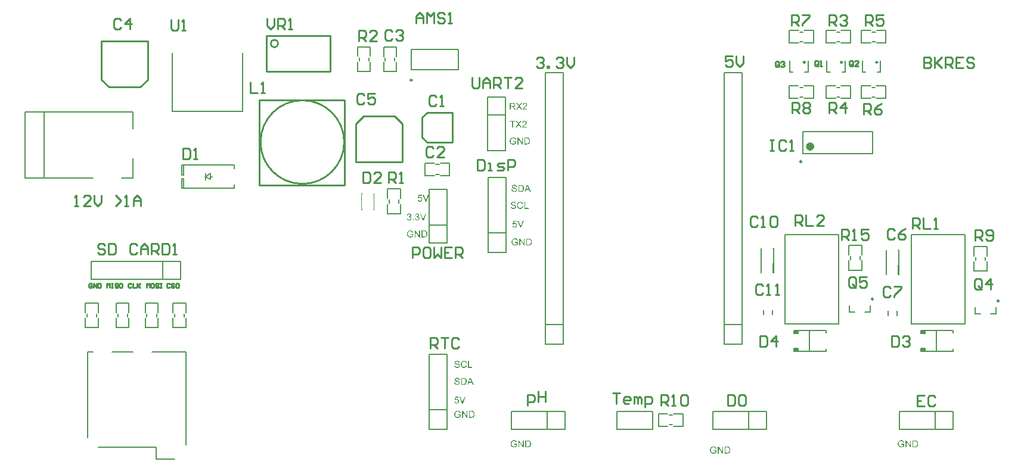
<source format=gto>
G04*
G04 #@! TF.GenerationSoftware,Altium Limited,Altium Designer,21.2.1 (34)*
G04*
G04 Layer_Color=65535*
%FSTAX24Y24*%
%MOIN*%
G70*
G04*
G04 #@! TF.SameCoordinates,F2E00263-BE93-4D19-96D2-DD2F20D6CEC5*
G04*
G04*
G04 #@! TF.FilePolarity,Positive*
G04*
G01*
G75*
%ADD10C,0.0236*%
%ADD11C,0.0098*%
%ADD12C,0.0100*%
%ADD13C,0.0079*%
%ADD14C,0.0070*%
%ADD15C,0.0070*%
%ADD16C,0.0080*%
%ADD17C,0.0040*%
G36*
X03013Y0392D02*
X030077D01*
X029928Y039584D01*
X029984D01*
X030083Y039305D01*
Y039304D01*
X030084Y039303D01*
X030085Y039302D01*
X030086Y039299D01*
X030086Y039296D01*
X030087Y039293D01*
X03009Y039284D01*
X030093Y039275D01*
X030097Y039264D01*
X030103Y039242D01*
Y039243D01*
X030104Y039244D01*
X030105Y039246D01*
X030105Y039248D01*
X030107Y039254D01*
X03011Y039262D01*
X030112Y039272D01*
X030116Y039282D01*
X03012Y039293D01*
X030124Y039305D01*
X030228Y039584D01*
X03028D01*
X03013Y0392D01*
D02*
G37*
G36*
X029886Y039534D02*
X029733D01*
X029712Y03943D01*
X029713Y039431D01*
X029714Y039431D01*
X029715Y039433D01*
X029718Y039434D01*
X029722Y039436D01*
X029725Y039438D01*
X029734Y039443D01*
X029745Y039447D01*
X029758Y039451D01*
X029771Y039454D01*
X029778Y039455D01*
X02979D01*
X029793Y039454D01*
X029798Y039454D01*
X029803Y039453D01*
X029808Y039452D01*
X029814Y03945D01*
X029828Y039446D01*
X029835Y039444D01*
X029842Y03944D01*
X029849Y039436D01*
X029856Y039431D01*
X029863Y039426D01*
X02987Y03942D01*
X02987Y039419D01*
X029871Y039418D01*
X029873Y039416D01*
X029875Y039414D01*
X029878Y03941D01*
X029881Y039406D01*
X029884Y039401D01*
X029888Y039395D01*
X02989Y039389D01*
X029894Y039383D01*
X029896Y039375D01*
X029899Y039367D01*
X029901Y039359D01*
X029903Y039349D01*
X029904Y03934D01*
X029905Y03933D01*
Y039329D01*
Y039328D01*
Y039325D01*
X029904Y039321D01*
X029904Y039317D01*
X029903Y039312D01*
X029902Y039305D01*
X029901Y039299D01*
X029898Y039285D01*
X029892Y03927D01*
X029889Y039262D01*
X029884Y039255D01*
X02988Y039247D01*
X029874Y03924D01*
X029874Y039239D01*
X029873Y039238D01*
X02987Y039236D01*
X029868Y039233D01*
X029864Y039229D01*
X029859Y039225D01*
X029854Y039221D01*
X029848Y039217D01*
X029841Y039212D01*
X029833Y039208D01*
X029825Y039204D01*
X029816Y039201D01*
X029807Y039198D01*
X029796Y039196D01*
X029785Y039194D01*
X029773Y039193D01*
X029768D01*
X029764Y039194D01*
X02976Y039194D01*
X029755Y039195D01*
X029749Y039196D01*
X029743Y039197D01*
X029729Y039201D01*
X029715Y039206D01*
X029708Y039209D01*
X029701Y039213D01*
X029694Y039217D01*
X029687Y039222D01*
X029687Y039223D01*
X029686Y039223D01*
X029684Y039226D01*
X029682Y039228D01*
X029679Y039231D01*
X029677Y039234D01*
X029673Y039238D01*
X029671Y039243D01*
X029667Y039248D01*
X029664Y039254D01*
X029658Y039268D01*
X029653Y039283D01*
X029651Y039292D01*
X02965Y0393D01*
X029699Y039304D01*
Y039304D01*
Y039303D01*
X0297Y039301D01*
X029701Y039298D01*
X029702Y039292D01*
X029704Y039284D01*
X029708Y039275D01*
X029712Y039266D01*
X029718Y039258D01*
X029724Y03925D01*
X029725Y039249D01*
X029728Y039247D01*
X029732Y039244D01*
X029738Y039241D01*
X029745Y039238D01*
X029753Y039235D01*
X029763Y039233D01*
X029773Y039232D01*
X029777D01*
X029779Y039233D01*
X029785Y039233D01*
X029793Y039236D01*
X029803Y039238D01*
X029812Y039243D01*
X029822Y039249D01*
X029826Y039253D01*
X029831Y039258D01*
X029831Y039258D01*
X029832Y039259D01*
X029833Y03926D01*
X029835Y039262D01*
X029839Y039268D01*
X029843Y039276D01*
X029847Y039285D01*
X029851Y039297D01*
X029854Y039311D01*
X029855Y039318D01*
Y039326D01*
Y039327D01*
Y039328D01*
Y03933D01*
X029854Y039333D01*
Y039336D01*
X029854Y03934D01*
X029852Y039349D01*
X029849Y039359D01*
X029845Y03937D01*
X02984Y03938D01*
X029832Y039389D01*
Y03939D01*
X029831Y03939D01*
X029828Y039393D01*
X029823Y039397D01*
X029817Y039401D01*
X029808Y039405D01*
X029798Y039409D01*
X029786Y039412D01*
X029779Y039413D01*
X029769D01*
X029764Y039413D01*
X029759Y039412D01*
X029752Y03941D01*
X029745Y039409D01*
X029738Y039406D01*
X029731Y039403D01*
X02973Y039402D01*
X029728Y039401D01*
X029725Y039398D01*
X02972Y039395D01*
X029716Y039391D01*
X029712Y039386D01*
X029707Y039381D01*
X029703Y039375D01*
X029658Y039381D01*
X029696Y039579D01*
X029886D01*
Y039534D01*
D02*
G37*
G36*
X029629Y038535D02*
X029637Y038534D01*
X029646Y038532D01*
X029655Y03853D01*
X029666Y038526D01*
X029675Y038522D01*
X029676D01*
X029677Y038521D01*
X02968Y03852D01*
X029685Y038516D01*
X02969Y038512D01*
X029697Y038507D01*
X029704Y038501D01*
X02971Y038494D01*
X029716Y038485D01*
X029717Y038484D01*
X029718Y038481D01*
X02972Y038476D01*
X029723Y03847D01*
X029726Y038463D01*
X029728Y038455D01*
X02973Y038445D01*
X02973Y038436D01*
Y038435D01*
Y038431D01*
X02973Y038427D01*
X029729Y038421D01*
X029727Y038414D01*
X029724Y038406D01*
X029721Y038398D01*
X029717Y03839D01*
X029716Y038389D01*
X029714Y038387D01*
X029711Y038383D01*
X029707Y038379D01*
X029701Y038374D01*
X029694Y038368D01*
X029687Y038363D01*
X029677Y038358D01*
X029678D01*
X029679Y038358D01*
X02968Y038357D01*
X029683Y038356D01*
X029689Y038354D01*
X029697Y038351D01*
X029705Y038346D01*
X029714Y038341D01*
X029723Y038334D01*
X02973Y038325D01*
X029731Y038324D01*
X029733Y038321D01*
X029737Y038315D01*
X02974Y038308D01*
X029743Y038299D01*
X029747Y038289D01*
X029749Y038277D01*
X029749Y038263D01*
Y038263D01*
Y038261D01*
Y038258D01*
X029749Y038255D01*
X029748Y03825D01*
X029747Y038245D01*
X029746Y03824D01*
X029745Y038234D01*
X02974Y03822D01*
X029737Y038213D01*
X029734Y038207D01*
X029729Y038199D01*
X029724Y038192D01*
X029719Y038185D01*
X029712Y038178D01*
X029712Y038178D01*
X02971Y038177D01*
X029708Y038175D01*
X029705Y038173D01*
X029702Y03817D01*
X029698Y038167D01*
X029693Y038164D01*
X029687Y038161D01*
X02968Y038158D01*
X029673Y038154D01*
X029666Y038152D01*
X029658Y038149D01*
X029649Y038147D01*
X029639Y038145D01*
X02963Y038144D01*
X029619Y038143D01*
X029614D01*
X029611Y038144D01*
X029607Y038144D01*
X029602Y038145D01*
X029596Y038146D01*
X02959Y038147D01*
X029577Y038151D01*
X029563Y038156D01*
X029556Y038159D01*
X029549Y038163D01*
X029542Y038168D01*
X029536Y038173D01*
X029535Y038174D01*
X029534Y038175D01*
X029532Y038177D01*
X029531Y038179D01*
X029528Y038182D01*
X029525Y038186D01*
X029522Y038189D01*
X029518Y038194D01*
X029515Y0382D01*
X029512Y038205D01*
X029506Y038219D01*
X029501Y038234D01*
X029499Y038243D01*
X029498Y038252D01*
X029545Y038258D01*
Y038257D01*
X029546Y038256D01*
X029546Y038254D01*
X029547Y038251D01*
X029547Y038248D01*
X029548Y038244D01*
X029551Y038235D01*
X029555Y038225D01*
X02956Y038216D01*
X029566Y038207D01*
X029572Y038199D01*
X029573Y038199D01*
X029576Y038197D01*
X02958Y038194D01*
X029586Y038191D01*
X029592Y038188D01*
X029601Y038185D01*
X02961Y038183D01*
X02962Y038182D01*
X029623D01*
X029626Y038183D01*
X029632Y038183D01*
X029639Y038185D01*
X029648Y038188D01*
X029658Y038192D01*
X029667Y038197D01*
X029676Y038205D01*
X029677Y038206D01*
X02968Y038209D01*
X029683Y038214D01*
X029688Y038221D01*
X029692Y038229D01*
X029695Y038239D01*
X029698Y03825D01*
X029699Y038262D01*
Y038263D01*
Y038264D01*
Y038265D01*
X029699Y038268D01*
X029698Y038274D01*
X029697Y038281D01*
X029694Y03829D01*
X02969Y038299D01*
X029685Y038308D01*
X029678Y038316D01*
X029677Y038317D01*
X029674Y038319D01*
X029669Y038323D01*
X029663Y038326D01*
X029655Y03833D01*
X029646Y038334D01*
X029636Y038336D01*
X029624Y038337D01*
X029619D01*
X029615Y038336D01*
X02961Y038336D01*
X029604Y038335D01*
X029598Y038334D01*
X029591Y038332D01*
X029596Y038374D01*
X029599D01*
X029601Y038373D01*
X029608D01*
X029614Y038374D01*
X029622Y038375D01*
X02963Y038377D01*
X029639Y03838D01*
X029648Y038384D01*
X029658Y038389D01*
X029658D01*
X029659Y038389D01*
X029662Y038391D01*
X029666Y038395D01*
X02967Y0384D01*
X029674Y038408D01*
X029678Y038416D01*
X029681Y038425D01*
X029682Y038431D01*
Y038437D01*
Y038437D01*
Y038438D01*
Y038441D01*
X029681Y038446D01*
X02968Y038452D01*
X029678Y038459D01*
X029675Y038466D01*
X02967Y038473D01*
X029664Y03848D01*
X029664Y03848D01*
X029661Y038482D01*
X029657Y038485D01*
X029652Y038489D01*
X029646Y038491D01*
X029638Y038494D01*
X029629Y038496D01*
X029619Y038497D01*
X029614D01*
X029609Y038496D01*
X029603Y038495D01*
X029596Y038492D01*
X029588Y03849D01*
X029581Y038485D01*
X029573Y03848D01*
X029573Y038479D01*
X029571Y038476D01*
X029567Y038472D01*
X029563Y038467D01*
X029559Y03846D01*
X029556Y038451D01*
X029552Y03844D01*
X02955Y038428D01*
X029503Y038436D01*
Y038437D01*
X029503Y038439D01*
X029504Y038441D01*
X029505Y038444D01*
X029506Y038448D01*
X029507Y038452D01*
X029511Y038463D01*
X029516Y038475D01*
X029523Y038487D01*
X029531Y038499D01*
X029542Y03851D01*
X029542Y03851D01*
X029543Y038511D01*
X029545Y038512D01*
X029547Y038514D01*
X02955Y038516D01*
X029554Y038518D01*
X029558Y03852D01*
X029563Y038523D01*
X029574Y038527D01*
X029587Y038532D01*
X029602Y038535D01*
X029609Y038536D01*
X029623D01*
X029629Y038535D01*
D02*
G37*
G36*
X029182D02*
X029189Y038534D01*
X029198Y038532D01*
X029208Y03853D01*
X029218Y038526D01*
X029228Y038522D01*
X029228D01*
X029229Y038521D01*
X029232Y03852D01*
X029237Y038516D01*
X029243Y038512D01*
X029249Y038507D01*
X029256Y038501D01*
X029263Y038494D01*
X029268Y038485D01*
X029269Y038484D01*
X02927Y038481D01*
X029273Y038476D01*
X029275Y03847D01*
X029278Y038463D01*
X02928Y038455D01*
X029282Y038445D01*
X029283Y038436D01*
Y038435D01*
Y038431D01*
X029282Y038427D01*
X029281Y038421D01*
X029279Y038414D01*
X029276Y038406D01*
X029273Y038398D01*
X029269Y03839D01*
X029268Y038389D01*
X029266Y038387D01*
X029263Y038383D01*
X029259Y038379D01*
X029253Y038374D01*
X029246Y038368D01*
X029239Y038363D01*
X029229Y038358D01*
X02923D01*
X029231Y038358D01*
X029233Y038357D01*
X029235Y038356D01*
X029241Y038354D01*
X029249Y038351D01*
X029258Y038346D01*
X029266Y038341D01*
X029275Y038334D01*
X029283Y038325D01*
X029283Y038324D01*
X029285Y038321D01*
X029289Y038315D01*
X029292Y038308D01*
X029295Y038299D01*
X029299Y038289D01*
X029301Y038277D01*
X029301Y038263D01*
Y038263D01*
Y038261D01*
Y038258D01*
X029301Y038255D01*
X0293Y03825D01*
X029299Y038245D01*
X029298Y03824D01*
X029297Y038234D01*
X029293Y03822D01*
X029289Y038213D01*
X029286Y038207D01*
X029281Y038199D01*
X029276Y038192D01*
X029271Y038185D01*
X029264Y038178D01*
X029264Y038178D01*
X029263Y038177D01*
X02926Y038175D01*
X029258Y038173D01*
X029254Y03817D01*
X02925Y038167D01*
X029245Y038164D01*
X029239Y038161D01*
X029233Y038158D01*
X029225Y038154D01*
X029218Y038152D01*
X02921Y038149D01*
X029201Y038147D01*
X029192Y038145D01*
X029182Y038144D01*
X029172Y038143D01*
X029167D01*
X029163Y038144D01*
X029159Y038144D01*
X029154Y038145D01*
X029148Y038146D01*
X029142Y038147D01*
X029129Y038151D01*
X029115Y038156D01*
X029108Y038159D01*
X029101Y038163D01*
X029094Y038168D01*
X029088Y038173D01*
X029087Y038174D01*
X029086Y038175D01*
X029084Y038177D01*
X029083Y038179D01*
X02908Y038182D01*
X029077Y038186D01*
X029074Y038189D01*
X029071Y038194D01*
X029067Y0382D01*
X029064Y038205D01*
X029058Y038219D01*
X029053Y038234D01*
X029051Y038243D01*
X02905Y038252D01*
X029097Y038258D01*
Y038257D01*
X029098Y038256D01*
X029098Y038254D01*
X029099Y038251D01*
X029099Y038248D01*
X0291Y038244D01*
X029103Y038235D01*
X029107Y038225D01*
X029112Y038216D01*
X029118Y038207D01*
X029124Y038199D01*
X029125Y038199D01*
X029128Y038197D01*
X029132Y038194D01*
X029138Y038191D01*
X029144Y038188D01*
X029153Y038185D01*
X029162Y038183D01*
X029172Y038182D01*
X029175D01*
X029178Y038183D01*
X029184Y038183D01*
X029192Y038185D01*
X0292Y038188D01*
X02921Y038192D01*
X029219Y038197D01*
X029228Y038205D01*
X029229Y038206D01*
X029232Y038209D01*
X029235Y038214D01*
X02924Y038221D01*
X029244Y038229D01*
X029248Y038239D01*
X02925Y03825D01*
X029251Y038262D01*
Y038263D01*
Y038264D01*
Y038265D01*
X029251Y038268D01*
X02925Y038274D01*
X029249Y038281D01*
X029246Y03829D01*
X029243Y038299D01*
X029237Y038308D01*
X02923Y038316D01*
X029229Y038317D01*
X029226Y038319D01*
X029221Y038323D01*
X029215Y038326D01*
X029208Y03833D01*
X029198Y038334D01*
X029188Y038336D01*
X029176Y038337D01*
X029171D01*
X029167Y038336D01*
X029162Y038336D01*
X029157Y038335D01*
X02915Y038334D01*
X029143Y038332D01*
X029148Y038374D01*
X029151D01*
X029153Y038373D01*
X02916D01*
X029167Y038374D01*
X029174Y038375D01*
X029182Y038377D01*
X029192Y03838D01*
X0292Y038384D01*
X02921Y038389D01*
X02921D01*
X029211Y038389D01*
X029214Y038391D01*
X029218Y038395D01*
X029222Y0384D01*
X029226Y038408D01*
X02923Y038416D01*
X029233Y038425D01*
X029234Y038431D01*
Y038437D01*
Y038437D01*
Y038438D01*
Y038441D01*
X029233Y038446D01*
X029232Y038452D01*
X02923Y038459D01*
X029227Y038466D01*
X029223Y038473D01*
X029216Y03848D01*
X029216Y03848D01*
X029213Y038482D01*
X029209Y038485D01*
X029204Y038489D01*
X029198Y038491D01*
X02919Y038494D01*
X029181Y038496D01*
X029171Y038497D01*
X029167D01*
X029162Y038496D01*
X029155Y038495D01*
X029148Y038492D01*
X02914Y03849D01*
X029133Y038485D01*
X029125Y03848D01*
X029125Y038479D01*
X029123Y038476D01*
X029119Y038472D01*
X029115Y038467D01*
X029112Y03846D01*
X029108Y038451D01*
X029104Y03844D01*
X029102Y038428D01*
X029055Y038436D01*
Y038437D01*
X029056Y038439D01*
X029056Y038441D01*
X029057Y038444D01*
X029058Y038448D01*
X029059Y038452D01*
X029063Y038463D01*
X029068Y038475D01*
X029075Y038487D01*
X029083Y038499D01*
X029094Y03851D01*
X029094Y03851D01*
X029096Y038511D01*
X029097Y038512D01*
X029099Y038514D01*
X029102Y038516D01*
X029106Y038518D01*
X02911Y03852D01*
X029115Y038523D01*
X029126Y038527D01*
X029139Y038532D01*
X029154Y038535D01*
X029162Y038536D01*
X029175D01*
X029182Y038535D01*
D02*
G37*
G36*
X029977Y03815D02*
X029924D01*
X029775Y038534D01*
X029831D01*
X029931Y038255D01*
Y038254D01*
X029931Y038253D01*
X029932Y038252D01*
X029933Y038249D01*
X029934Y038246D01*
X029935Y038243D01*
X029937Y038234D01*
X029941Y038225D01*
X029944Y038214D01*
X029951Y038192D01*
Y038193D01*
X029951Y038194D01*
X029952Y038196D01*
X029952Y038198D01*
X029954Y038204D01*
X029957Y038212D01*
X02996Y038222D01*
X029963Y038232D01*
X029967Y038243D01*
X029971Y038255D01*
X030076Y038534D01*
X030127D01*
X029977Y03815D01*
D02*
G37*
G36*
X029429D02*
X029375D01*
Y038204D01*
X029429D01*
Y03815D01*
D02*
G37*
G36*
X029253Y03759D02*
X029257D01*
X029268Y037589D01*
X029279Y037587D01*
X029291Y037585D01*
X029305Y037581D01*
X029318Y037577D01*
X029318D01*
X029319Y037576D01*
X029321Y037576D01*
X029323Y037575D01*
X029329Y037571D01*
X029337Y037567D01*
X029345Y037562D01*
X029354Y037555D01*
X029362Y037548D01*
X02937Y037539D01*
X029371Y037538D01*
X029374Y037535D01*
X029377Y03753D01*
X029381Y037522D01*
X029386Y037514D01*
X029391Y037502D01*
X029396Y03749D01*
X0294Y037476D01*
X029354Y037464D01*
Y037465D01*
X029353Y037465D01*
X029352Y037467D01*
X029352Y037469D01*
X02935Y037474D01*
X029348Y037481D01*
X029345Y037489D01*
X029341Y037496D01*
X029337Y037504D01*
X029332Y03751D01*
X029331Y037511D01*
X02933Y037513D01*
X029326Y037516D01*
X029323Y03752D01*
X029318Y037524D01*
X029311Y037529D01*
X029304Y037533D01*
X029295Y037537D01*
X029294Y037537D01*
X029291Y037539D01*
X029286Y03754D01*
X02928Y037542D01*
X029272Y037544D01*
X029263Y037546D01*
X029253Y037547D01*
X029243Y037547D01*
X029236D01*
X029234Y037547D01*
X02923D01*
X029222Y037546D01*
X029213Y037545D01*
X029202Y037543D01*
X029192Y03754D01*
X029182Y037536D01*
X029181Y037536D01*
X029178Y037535D01*
X029173Y037532D01*
X029168Y037529D01*
X029161Y037525D01*
X029154Y03752D01*
X029147Y037515D01*
X029141Y037509D01*
X02914Y037508D01*
X029138Y037506D01*
X029135Y037502D01*
X029132Y037497D01*
X029128Y037492D01*
X029124Y037485D01*
X02912Y037478D01*
X029117Y03747D01*
Y03747D01*
X029116Y037469D01*
X029115Y037467D01*
X029114Y037464D01*
X029113Y037461D01*
X029112Y037457D01*
X029111Y037453D01*
X029109Y037448D01*
X029107Y037436D01*
X029104Y037423D01*
X029103Y037409D01*
X029102Y037393D01*
Y037393D01*
Y037391D01*
Y037388D01*
X029103Y037385D01*
Y03738D01*
X029103Y037375D01*
X029104Y037369D01*
X029104Y037363D01*
X029107Y037349D01*
X029109Y037335D01*
X029114Y03732D01*
X029119Y037307D01*
Y037306D01*
X02912Y037305D01*
X029121Y037303D01*
X029123Y037301D01*
X029127Y037295D01*
X029133Y037287D01*
X02914Y037279D01*
X029149Y03727D01*
X029159Y037263D01*
X029171Y037255D01*
X029172D01*
X029173Y037255D01*
X029174Y037254D01*
X029177Y037253D01*
X02918Y037252D01*
X029184Y03725D01*
X029193Y037247D01*
X029204Y037244D01*
X029216Y037242D01*
X029229Y037239D01*
X029243Y037239D01*
X029249D01*
X029252Y037239D01*
X029255D01*
X029264Y037241D01*
X029274Y037242D01*
X029284Y037244D01*
X029296Y037247D01*
X029308Y037251D01*
X029308D01*
X029309Y037252D01*
X02931Y037252D01*
X029313Y037253D01*
X029319Y037256D01*
X029325Y037259D01*
X029333Y037263D01*
X029341Y037268D01*
X029349Y037273D01*
X029356Y037278D01*
Y03735D01*
X029243D01*
Y037396D01*
X029406D01*
Y037253D01*
X029405Y037253D01*
X029404Y037252D01*
X029402Y03725D01*
X029399Y037248D01*
X029396Y037246D01*
X029392Y037243D01*
X029387Y03724D01*
X029382Y037237D01*
X02937Y037229D01*
X029357Y037222D01*
X029343Y037214D01*
X029328Y037208D01*
X029327D01*
X029326Y037208D01*
X029324Y037207D01*
X029321Y037206D01*
X029318Y037205D01*
X029313Y037203D01*
X029308Y037202D01*
X029303Y037201D01*
X029291Y037198D01*
X029277Y037196D01*
X029262Y037194D01*
X029246Y037193D01*
X029241D01*
X029237Y037194D01*
X029232D01*
X029226Y037194D01*
X029219Y037196D01*
X029212Y037196D01*
X029196Y037199D01*
X029179Y037203D01*
X029161Y037209D01*
X029152Y037213D01*
X029143Y037217D01*
X029143Y037218D01*
X029141Y037218D01*
X029139Y03722D01*
X029135Y037222D01*
X029132Y037224D01*
X029128Y037227D01*
X029117Y037235D01*
X029106Y037245D01*
X029094Y037257D01*
X029083Y037271D01*
X029073Y037287D01*
Y037288D01*
X029072Y037289D01*
X029071Y037292D01*
X029069Y037295D01*
X029068Y037299D01*
X029066Y037305D01*
X029064Y03731D01*
X029062Y037317D01*
X029059Y037324D01*
X029057Y037333D01*
X029056Y037341D01*
X029054Y03735D01*
X029051Y037369D01*
X02905Y03739D01*
Y03739D01*
Y037393D01*
Y037395D01*
X029051Y037399D01*
Y037404D01*
X029051Y03741D01*
X029052Y037416D01*
X029053Y037424D01*
X029054Y037431D01*
X029056Y03744D01*
X02906Y037458D01*
X029066Y037476D01*
X029073Y037494D01*
X029074Y037495D01*
X029074Y037496D01*
X029076Y037499D01*
X029078Y037502D01*
X02908Y037506D01*
X029083Y037511D01*
X029091Y037521D01*
X0291Y037534D01*
X029112Y037545D01*
X029125Y037557D01*
X029133Y037562D01*
X02914Y037567D01*
X029141Y037567D01*
X029143Y037568D01*
X029145Y037569D01*
X029148Y037571D01*
X029153Y037572D01*
X029158Y037575D01*
X029163Y037577D01*
X02917Y037579D01*
X029177Y037581D01*
X029185Y037583D01*
X029193Y037585D01*
X029202Y037587D01*
X029221Y03759D01*
X029231Y037591D01*
X029249D01*
X029253Y03759D01*
D02*
G37*
G36*
X029783Y0372D02*
X02973D01*
X029529Y037501D01*
Y0372D01*
X02948D01*
Y037584D01*
X029532D01*
X029734Y037282D01*
Y037584D01*
X029783D01*
Y0372D01*
D02*
G37*
G36*
X030026Y037584D02*
X030037Y037583D01*
X030048Y037582D01*
X030059Y03758D01*
X030068Y037579D01*
X030069D01*
X03007Y037578D01*
X030072D01*
X030074Y037577D01*
X03008Y037575D01*
X030088Y037572D01*
X030097Y037569D01*
X030106Y037564D01*
X030116Y037558D01*
X030124Y037551D01*
X030125Y03755D01*
X030126Y03755D01*
X030127Y037548D01*
X030129Y037546D01*
X030135Y037541D01*
X030142Y037533D01*
X030149Y037524D01*
X030157Y037512D01*
X030164Y0375D01*
X03017Y037485D01*
Y037485D01*
X030171Y037484D01*
X030172Y037481D01*
X030172Y037478D01*
X030174Y037474D01*
X030175Y03747D01*
X030176Y037465D01*
X030178Y037459D01*
X030179Y037453D01*
X030181Y037445D01*
X030183Y03743D01*
X030185Y037413D01*
X030186Y037394D01*
Y037393D01*
Y037392D01*
Y037389D01*
Y037386D01*
X030185Y037383D01*
Y037378D01*
X030184Y037368D01*
X030183Y037355D01*
X030181Y037343D01*
X030178Y037329D01*
X030175Y037316D01*
Y037315D01*
X030174Y037314D01*
X030174Y037313D01*
X030173Y03731D01*
X030171Y037304D01*
X030168Y037297D01*
X030164Y037288D01*
X03016Y037279D01*
X030154Y037269D01*
X030149Y03726D01*
X030148Y037259D01*
X030146Y037257D01*
X030143Y037253D01*
X030138Y037248D01*
X030133Y037242D01*
X030127Y037237D01*
X030121Y037231D01*
X030114Y037226D01*
X030113Y037225D01*
X030111Y037223D01*
X030107Y037221D01*
X030101Y037218D01*
X030095Y037215D01*
X030087Y037212D01*
X030078Y037209D01*
X030068Y037206D01*
X030067D01*
X030065Y037206D01*
X030063Y037205D01*
X030058Y037204D01*
X03005Y037203D01*
X030041Y037202D01*
X030031Y037201D01*
X030019Y037201D01*
X030006Y0372D01*
X029868D01*
Y037584D01*
X030016D01*
X030026Y037584D01*
D02*
G37*
G36*
X035003Y04279D02*
X035007D01*
X035018Y042789D01*
X035029Y042787D01*
X035041Y042785D01*
X035055Y042781D01*
X035068Y042777D01*
X035068D01*
X035069Y042776D01*
X035071Y042776D01*
X035073Y042775D01*
X035079Y042771D01*
X035087Y042767D01*
X035095Y042762D01*
X035104Y042755D01*
X035112Y042748D01*
X03512Y042739D01*
X035121Y042738D01*
X035124Y042735D01*
X035127Y04273D01*
X035131Y042722D01*
X035136Y042714D01*
X035141Y042702D01*
X035146Y04269D01*
X03515Y042676D01*
X035104Y042664D01*
Y042665D01*
X035103Y042665D01*
X035102Y042667D01*
X035102Y042669D01*
X0351Y042674D01*
X035098Y042681D01*
X035095Y042689D01*
X035091Y042696D01*
X035087Y042704D01*
X035082Y04271D01*
X035081Y042711D01*
X03508Y042713D01*
X035076Y042716D01*
X035073Y04272D01*
X035068Y042724D01*
X035061Y042729D01*
X035054Y042733D01*
X035045Y042737D01*
X035044Y042737D01*
X035041Y042739D01*
X035036Y04274D01*
X03503Y042742D01*
X035022Y042744D01*
X035013Y042746D01*
X035003Y042747D01*
X034993Y042747D01*
X034986D01*
X034984Y042747D01*
X03498D01*
X034972Y042746D01*
X034963Y042745D01*
X034952Y042743D01*
X034942Y04274D01*
X034932Y042736D01*
X034931Y042736D01*
X034928Y042735D01*
X034923Y042732D01*
X034918Y042729D01*
X034911Y042725D01*
X034904Y04272D01*
X034897Y042715D01*
X034891Y042709D01*
X03489Y042708D01*
X034888Y042706D01*
X034885Y042702D01*
X034882Y042697D01*
X034878Y042692D01*
X034874Y042685D01*
X03487Y042678D01*
X034867Y04267D01*
Y04267D01*
X034866Y042669D01*
X034865Y042667D01*
X034864Y042664D01*
X034863Y042661D01*
X034862Y042657D01*
X03486Y042653D01*
X034859Y042648D01*
X034857Y042636D01*
X034854Y042623D01*
X034853Y042609D01*
X034852Y042593D01*
Y042593D01*
Y042591D01*
Y042588D01*
X034853Y042585D01*
Y04258D01*
X034853Y042575D01*
X034854Y042569D01*
X034854Y042563D01*
X034857Y042549D01*
X034859Y042535D01*
X034864Y04252D01*
X034869Y042507D01*
Y042506D01*
X03487Y042505D01*
X034871Y042503D01*
X034873Y042501D01*
X034877Y042495D01*
X034883Y042487D01*
X03489Y042479D01*
X034899Y04247D01*
X034909Y042463D01*
X034921Y042456D01*
X034922D01*
X034923Y042455D01*
X034924Y042454D01*
X034927Y042453D01*
X03493Y042452D01*
X034934Y042451D01*
X034943Y042447D01*
X034954Y042444D01*
X034966Y042442D01*
X034979Y042439D01*
X034993Y042439D01*
X034999D01*
X035002Y042439D01*
X035005D01*
X035014Y042441D01*
X035024Y042442D01*
X035034Y042444D01*
X035046Y042447D01*
X035058Y042451D01*
X035058D01*
X035059Y042452D01*
X03506Y042452D01*
X035063Y042453D01*
X035069Y042456D01*
X035075Y042459D01*
X035083Y042463D01*
X035091Y042468D01*
X035099Y042473D01*
X035106Y042478D01*
Y04255D01*
X034993D01*
Y042596D01*
X035156D01*
Y042453D01*
X035155Y042453D01*
X035154Y042452D01*
X035152Y042451D01*
X035149Y042448D01*
X035146Y042446D01*
X035142Y042443D01*
X035137Y04244D01*
X035132Y042437D01*
X03512Y042429D01*
X035107Y042422D01*
X035093Y042414D01*
X035078Y042408D01*
X035078D01*
X035076Y042408D01*
X035074Y042407D01*
X035071Y042406D01*
X035068Y042405D01*
X035063Y042403D01*
X035058Y042402D01*
X035053Y042401D01*
X035041Y042398D01*
X035027Y042396D01*
X035012Y042394D01*
X034996Y042393D01*
X034991D01*
X034987Y042394D01*
X034982D01*
X034976Y042394D01*
X034969Y042396D01*
X034962Y042396D01*
X034946Y042399D01*
X034929Y042403D01*
X034911Y042409D01*
X034902Y042413D01*
X034893Y042417D01*
X034893Y042418D01*
X034891Y042418D01*
X034889Y04242D01*
X034885Y042422D01*
X034882Y042424D01*
X034878Y042427D01*
X034867Y042435D01*
X034856Y042445D01*
X034844Y042457D01*
X034833Y042471D01*
X034823Y042487D01*
Y042488D01*
X034822Y042489D01*
X034821Y042492D01*
X034819Y042495D01*
X034818Y042499D01*
X034816Y042505D01*
X034814Y04251D01*
X034812Y042517D01*
X034809Y042524D01*
X034807Y042533D01*
X034806Y042541D01*
X034804Y04255D01*
X034801Y042569D01*
X0348Y04259D01*
Y04259D01*
Y042593D01*
Y042595D01*
X034801Y042599D01*
Y042604D01*
X034801Y04261D01*
X034802Y042616D01*
X034803Y042624D01*
X034804Y042631D01*
X034806Y04264D01*
X03481Y042658D01*
X034816Y042676D01*
X034823Y042694D01*
X034824Y042695D01*
X034824Y042696D01*
X034826Y042699D01*
X034828Y042702D01*
X03483Y042706D01*
X034833Y042711D01*
X034841Y042721D01*
X03485Y042734D01*
X034862Y042745D01*
X034875Y042757D01*
X034883Y042762D01*
X03489Y042767D01*
X034891Y042767D01*
X034893Y042768D01*
X034895Y042769D01*
X034898Y042771D01*
X034903Y042772D01*
X034908Y042775D01*
X034913Y042777D01*
X03492Y042779D01*
X034927Y042781D01*
X034935Y042783D01*
X034943Y042785D01*
X034952Y042787D01*
X034971Y04279D01*
X034981Y042791D01*
X034999D01*
X035003Y04279D01*
D02*
G37*
G36*
X035533Y0424D02*
X03548D01*
X035279Y042701D01*
Y0424D01*
X03523D01*
Y042784D01*
X035282D01*
X035484Y042482D01*
Y042784D01*
X035533D01*
Y0424D01*
D02*
G37*
G36*
X035776Y042783D02*
X035787Y042783D01*
X035798Y042782D01*
X035809Y04278D01*
X035818Y042779D01*
X035819D01*
X03582Y042778D01*
X035822D01*
X035824Y042777D01*
X03583Y042775D01*
X035838Y042772D01*
X035847Y042769D01*
X035856Y042764D01*
X035866Y042758D01*
X035874Y042751D01*
X035875Y04275D01*
X035876Y04275D01*
X035877Y042748D01*
X035879Y042746D01*
X035885Y042741D01*
X035892Y042733D01*
X035899Y042724D01*
X035907Y042712D01*
X035914Y0427D01*
X03592Y042685D01*
Y042685D01*
X035921Y042684D01*
X035922Y042681D01*
X035922Y042678D01*
X035924Y042674D01*
X035925Y04267D01*
X035926Y042665D01*
X035928Y042659D01*
X035929Y042653D01*
X035931Y042645D01*
X035933Y04263D01*
X035935Y042613D01*
X035936Y042594D01*
Y042593D01*
Y042592D01*
Y042589D01*
Y042586D01*
X035935Y042583D01*
Y042578D01*
X035934Y042568D01*
X035933Y042555D01*
X035931Y042543D01*
X035928Y042529D01*
X035925Y042516D01*
Y042515D01*
X035924Y042514D01*
X035924Y042513D01*
X035923Y04251D01*
X035921Y042504D01*
X035918Y042497D01*
X035914Y042488D01*
X03591Y042479D01*
X035904Y042469D01*
X035899Y04246D01*
X035898Y042459D01*
X035896Y042457D01*
X035893Y042453D01*
X035888Y042448D01*
X035883Y042442D01*
X035877Y042437D01*
X035871Y042431D01*
X035864Y042426D01*
X035863Y042425D01*
X035861Y042423D01*
X035857Y042421D01*
X035851Y042418D01*
X035845Y042415D01*
X035837Y042412D01*
X035828Y042409D01*
X035818Y042406D01*
X035817D01*
X035815Y042406D01*
X035813Y042405D01*
X035808Y042404D01*
X0358Y042403D01*
X035791Y042402D01*
X035781Y042401D01*
X035769Y042401D01*
X035756Y0424D01*
X035618D01*
Y042784D01*
X035766D01*
X035776Y042783D01*
D02*
G37*
G36*
X035326Y043545D02*
X035469Y043343D01*
X035407D01*
X035309Y04348D01*
X035309Y04348D01*
X035308Y043482D01*
X035307Y043484D01*
X035305Y043487D01*
X035299Y043495D01*
X035294Y043503D01*
X035293Y043503D01*
X035292Y0435D01*
X03529Y043497D01*
X035287Y043493D01*
X035281Y043484D01*
X035278Y04348D01*
X035276Y043477D01*
X035179Y043343D01*
X035117D01*
X035266Y043542D01*
X035135Y043727D01*
X035195D01*
X035265Y043629D01*
Y043628D01*
X035266Y043628D01*
X035267Y043626D01*
X035269Y043624D01*
X035272Y043618D01*
X035277Y043611D01*
X035282Y043604D01*
X035287Y043596D01*
X035292Y043589D01*
X035296Y043582D01*
X035296Y043583D01*
X035298Y043585D01*
X035301Y04359D01*
X035305Y043595D01*
X035309Y043601D01*
X035314Y043609D01*
X03532Y043617D01*
X035327Y043625D01*
X035403Y043727D01*
X035459D01*
X035326Y043545D01*
D02*
G37*
G36*
X035632Y043729D02*
X035636Y043728D01*
X035642Y043727D01*
X035648Y043726D01*
X035654Y043725D01*
X035669Y043721D01*
X035683Y043716D01*
X03569Y043712D01*
X035697Y043709D01*
X035704Y043704D01*
X03571Y043698D01*
X035711Y043697D01*
X035712Y043697D01*
X035713Y043695D01*
X035715Y043692D01*
X035718Y04369D01*
X035721Y043686D01*
X035724Y043682D01*
X035727Y043677D01*
X035732Y043666D01*
X035738Y043653D01*
X03574Y043646D01*
X035741Y043639D01*
X035742Y043631D01*
X035743Y043623D01*
Y043621D01*
Y043619D01*
X035742Y043614D01*
X035742Y043608D01*
X035741Y043601D01*
X035739Y043594D01*
X035736Y043585D01*
X035733Y043577D01*
X035732Y043576D01*
X035731Y043573D01*
X035729Y043569D01*
X035726Y043563D01*
X035721Y043556D01*
X035716Y043548D01*
X035709Y043539D01*
X035701Y04353D01*
X0357Y043529D01*
X035697Y043525D01*
X035695Y043523D01*
X035692Y04352D01*
X035689Y043517D01*
X035684Y043512D01*
X03568Y043508D01*
X035674Y043503D01*
X035669Y043497D01*
X035662Y043491D01*
X035655Y043485D01*
X035647Y043478D01*
X035638Y04347D01*
X035629Y043463D01*
X035629Y043462D01*
X035628Y043461D01*
X035625Y043459D01*
X035623Y043457D01*
X035619Y043454D01*
X035615Y04345D01*
X035606Y043443D01*
X035597Y043435D01*
X035588Y043427D01*
X03558Y043419D01*
X035577Y043417D01*
X035574Y043414D01*
X035574Y043413D01*
X035572Y043412D01*
X03557Y043409D01*
X035567Y043406D01*
X035564Y043402D01*
X035561Y043398D01*
X035554Y043389D01*
X035744D01*
Y043343D01*
X035489D01*
Y043344D01*
Y043346D01*
Y043349D01*
X035489Y043354D01*
X03549Y043359D01*
X035491Y043364D01*
X035492Y04337D01*
X035494Y043376D01*
Y043377D01*
X035495Y043377D01*
X035496Y043381D01*
X035498Y043386D01*
X035502Y043392D01*
X035506Y0434D01*
X035512Y043409D01*
X035518Y043418D01*
X035525Y043427D01*
Y043428D01*
X035526Y043428D01*
X035529Y043432D01*
X035534Y043437D01*
X035541Y043444D01*
X03555Y043452D01*
X03556Y043462D01*
X035573Y043473D01*
X035587Y043485D01*
X035588Y043485D01*
X03559Y043487D01*
X035593Y04349D01*
X035597Y043493D01*
X035602Y043498D01*
X035608Y043503D01*
X035614Y043508D01*
X035621Y043514D01*
X035635Y043528D01*
X035649Y043541D01*
X035656Y043548D01*
X035662Y043554D01*
X035667Y04356D01*
X035672Y043566D01*
Y043567D01*
X035673Y043568D01*
X035674Y043569D01*
X035675Y043571D01*
X035679Y043578D01*
X035684Y043585D01*
X035687Y043594D01*
X035691Y043603D01*
X035694Y043614D01*
X035695Y043624D01*
Y043624D01*
Y043625D01*
X035694Y043628D01*
X035694Y043634D01*
X035692Y04364D01*
X03569Y043647D01*
X035686Y043655D01*
X035681Y043663D01*
X035674Y043671D01*
X035673Y043672D01*
X03567Y043674D01*
X035666Y043677D01*
X03566Y043681D01*
X035652Y043684D01*
X035644Y043687D01*
X035633Y04369D01*
X035621Y04369D01*
X035618D01*
X035616Y04369D01*
X035609Y043689D01*
X035601Y043687D01*
X035593Y043685D01*
X035584Y043681D01*
X035575Y043676D01*
X035566Y04367D01*
X035565Y043669D01*
X035563Y043666D01*
X03556Y043661D01*
X035556Y043655D01*
X035553Y043647D01*
X035549Y043637D01*
X035547Y043626D01*
X035546Y043613D01*
X035498Y043618D01*
Y043619D01*
X035498Y04362D01*
Y043623D01*
X035499Y043627D01*
X0355Y043631D01*
X035501Y043636D01*
X035503Y043642D01*
X035504Y043649D01*
X035509Y043662D01*
X035515Y043675D01*
X035519Y043682D01*
X035524Y043689D01*
X035529Y043695D01*
X035535Y0437D01*
X035535Y043701D01*
X035536Y043701D01*
X035538Y043703D01*
X035541Y043705D01*
X035544Y043707D01*
X035548Y043709D01*
X035553Y043712D01*
X035558Y043715D01*
X035564Y043717D01*
X035571Y04372D01*
X035578Y043722D01*
X035586Y043725D01*
X035594Y043726D01*
X035603Y043728D01*
X035613Y043729D01*
X035623Y043729D01*
X035628D01*
X035632Y043729D01*
D02*
G37*
G36*
X035104Y043682D02*
X034978D01*
Y043343D01*
X034927D01*
Y043682D01*
X0348D01*
Y043727D01*
X035104D01*
Y043682D01*
D02*
G37*
G36*
X035356Y044545D02*
X035499Y044343D01*
X035437D01*
X035339Y04448D01*
X035339Y04448D01*
X035338Y044482D01*
X035337Y044484D01*
X035334Y044487D01*
X035329Y044495D01*
X035324Y044503D01*
X035323Y044503D01*
X035322Y0445D01*
X035319Y044497D01*
X035317Y044493D01*
X035311Y044484D01*
X035308Y04448D01*
X035306Y044477D01*
X035208Y044343D01*
X035147D01*
X035296Y044542D01*
X035165Y044727D01*
X035225D01*
X035295Y044629D01*
Y044628D01*
X035296Y044627D01*
X035297Y044626D01*
X035299Y044624D01*
X035302Y044618D01*
X035307Y044611D01*
X035312Y044604D01*
X035317Y044596D01*
X035322Y044589D01*
X035326Y044582D01*
X035326Y044583D01*
X035328Y044585D01*
X035331Y04459D01*
X035334Y044595D01*
X035339Y044601D01*
X035344Y044609D01*
X03535Y044617D01*
X035357Y044625D01*
X035433Y044727D01*
X035489D01*
X035356Y044545D01*
D02*
G37*
G36*
X035662Y044729D02*
X035666Y044728D01*
X035672Y044727D01*
X035678Y044726D01*
X035684Y044725D01*
X035699Y044721D01*
X035713Y044716D01*
X03572Y044712D01*
X035727Y044709D01*
X035734Y044704D01*
X03574Y044698D01*
X035741Y044697D01*
X035742Y044697D01*
X035743Y044695D01*
X035745Y044692D01*
X035748Y04469D01*
X035751Y044686D01*
X035753Y044682D01*
X035757Y044677D01*
X035762Y044666D01*
X035768Y044653D01*
X03577Y044646D01*
X035771Y044639D01*
X035772Y044631D01*
X035773Y044623D01*
Y044621D01*
Y044619D01*
X035772Y044614D01*
X035772Y044608D01*
X035771Y044601D01*
X035768Y044594D01*
X035766Y044585D01*
X035763Y044577D01*
X035762Y044576D01*
X035761Y044573D01*
X035759Y044569D01*
X035756Y044563D01*
X035751Y044556D01*
X035746Y044548D01*
X035739Y044539D01*
X035731Y04453D01*
X03573Y044529D01*
X035727Y044525D01*
X035725Y044523D01*
X035722Y04452D01*
X035719Y044517D01*
X035714Y044512D01*
X03571Y044508D01*
X035704Y044503D01*
X035699Y044497D01*
X035692Y044491D01*
X035685Y044485D01*
X035677Y044478D01*
X035668Y04447D01*
X035659Y044463D01*
X035659Y044462D01*
X035657Y044461D01*
X035655Y044459D01*
X035652Y044457D01*
X035649Y044454D01*
X035645Y04445D01*
X035636Y044443D01*
X035627Y044435D01*
X035618Y044427D01*
X03561Y044419D01*
X035607Y044417D01*
X035604Y044414D01*
X035604Y044413D01*
X035602Y044412D01*
X0356Y044409D01*
X035597Y044406D01*
X035594Y044402D01*
X035591Y044398D01*
X035584Y044389D01*
X035773D01*
Y044343D01*
X035519D01*
Y044344D01*
Y044346D01*
Y044349D01*
X035519Y044354D01*
X03552Y044359D01*
X035521Y044364D01*
X035522Y04437D01*
X035524Y044376D01*
Y044377D01*
X035525Y044377D01*
X035526Y044381D01*
X035528Y044386D01*
X035531Y044392D01*
X035536Y0444D01*
X035541Y044409D01*
X035548Y044418D01*
X035555Y044427D01*
Y044428D01*
X035556Y044428D01*
X035559Y044432D01*
X035564Y044437D01*
X035571Y044444D01*
X03558Y044452D01*
X03559Y044462D01*
X035603Y044473D01*
X035617Y044485D01*
X035618Y044485D01*
X03562Y044487D01*
X035623Y04449D01*
X035627Y044493D01*
X035632Y044498D01*
X035638Y044503D01*
X035644Y044508D01*
X035651Y044514D01*
X035665Y044528D01*
X035679Y044541D01*
X035686Y044548D01*
X035692Y044554D01*
X035697Y04456D01*
X035702Y044566D01*
Y044567D01*
X035703Y044568D01*
X035704Y044569D01*
X035705Y044571D01*
X035709Y044578D01*
X035714Y044585D01*
X035717Y044594D01*
X035721Y044603D01*
X035724Y044614D01*
X035725Y044624D01*
Y044624D01*
Y044625D01*
X035724Y044628D01*
X035724Y044634D01*
X035722Y04464D01*
X03572Y044647D01*
X035716Y044655D01*
X035711Y044663D01*
X035704Y044671D01*
X035703Y044672D01*
X0357Y044674D01*
X035696Y044677D01*
X03569Y044681D01*
X035682Y044684D01*
X035674Y044687D01*
X035663Y04469D01*
X035651Y04469D01*
X035648D01*
X035646Y04469D01*
X035639Y044689D01*
X035631Y044687D01*
X035623Y044685D01*
X035614Y044681D01*
X035605Y044676D01*
X035596Y04467D01*
X035595Y044669D01*
X035593Y044666D01*
X03559Y044661D01*
X035586Y044655D01*
X035583Y044647D01*
X035579Y044637D01*
X035577Y044626D01*
X035576Y044613D01*
X035528Y044618D01*
Y044619D01*
X035528Y04462D01*
Y044623D01*
X035529Y044627D01*
X03553Y044631D01*
X035531Y044636D01*
X035533Y044642D01*
X035534Y044649D01*
X035539Y044662D01*
X035545Y044675D01*
X035549Y044682D01*
X035554Y044689D01*
X035559Y044695D01*
X035565Y0447D01*
X035565Y044701D01*
X035566Y044701D01*
X035568Y044703D01*
X035571Y044705D01*
X035574Y044707D01*
X035578Y044709D01*
X035583Y044712D01*
X035588Y044715D01*
X035594Y044717D01*
X035601Y04472D01*
X035608Y044722D01*
X035616Y044725D01*
X035624Y044726D01*
X035633Y044728D01*
X035642Y044729D01*
X035652Y044729D01*
X035658D01*
X035662Y044729D01*
D02*
G37*
G36*
X034983Y044727D02*
X034988D01*
X034999Y044726D01*
X035011Y044725D01*
X035025Y044723D01*
X035037Y04472D01*
X035043Y044719D01*
X035048Y044717D01*
X035049D01*
X035049Y044716D01*
X035053Y044715D01*
X035058Y044712D01*
X035064Y044709D01*
X03507Y044704D01*
X035078Y044697D01*
X035084Y044689D01*
X035091Y04468D01*
Y04468D01*
X035091Y044679D01*
X035094Y044676D01*
X035096Y04467D01*
X035099Y044663D01*
X035102Y044655D01*
X035105Y044645D01*
X035106Y044634D01*
X035107Y044623D01*
Y044622D01*
Y044621D01*
Y044619D01*
X035106Y044616D01*
Y044612D01*
X035106Y044608D01*
X035104Y044599D01*
X0351Y044588D01*
X035096Y044576D01*
X035089Y044564D01*
X035085Y044559D01*
X03508Y044553D01*
X03508Y044553D01*
X035079Y044552D01*
X035078Y04455D01*
X035075Y044549D01*
X035073Y044546D01*
X035069Y044544D01*
X035065Y044541D01*
X03506Y044538D01*
X035055Y044535D01*
X035049Y044533D01*
X035042Y044529D01*
X035035Y044526D01*
X035026Y044524D01*
X035018Y044521D01*
X035009Y04452D01*
X034999Y044518D01*
X035Y044518D01*
X035002Y044517D01*
X035005Y044514D01*
X03501Y044512D01*
X03502Y044506D01*
X035025Y044502D01*
X035029Y044499D01*
X03503Y044498D01*
X035033Y044495D01*
X035038Y04449D01*
X035043Y044485D01*
X035049Y044477D01*
X035056Y044469D01*
X035064Y044459D01*
X035071Y044448D01*
X035137Y044343D01*
X035074D01*
X035024Y044423D01*
Y044424D01*
X035023Y044425D01*
X035021Y044427D01*
X03502Y044429D01*
X035016Y044435D01*
X035011Y044443D01*
X035005Y044451D01*
X034999Y04446D01*
X034993Y044468D01*
X034987Y044476D01*
X034986Y044477D01*
X034985Y044479D01*
X034982Y044482D01*
X034978Y044486D01*
X03497Y044494D01*
X034965Y044498D01*
X034961Y044502D01*
X03496Y044502D01*
X034959Y044503D01*
X034957Y044504D01*
X034954Y044505D01*
X03495Y044507D01*
X034947Y044509D01*
X034938Y044511D01*
X034937D01*
X034936Y044512D01*
X034934D01*
X034931Y044513D01*
X034927Y044513D01*
X034923D01*
X034917Y044514D01*
X034851D01*
Y044343D01*
X0348D01*
Y044727D01*
X034978D01*
X034983Y044727D01*
D02*
G37*
G36*
X035103Y03714D02*
X035107D01*
X035118Y037139D01*
X035129Y037137D01*
X035141Y037135D01*
X035155Y037131D01*
X035168Y037127D01*
X035168D01*
X035169Y037126D01*
X035171Y037126D01*
X035173Y037125D01*
X035179Y037121D01*
X035187Y037117D01*
X035195Y037112D01*
X035204Y037105D01*
X035212Y037098D01*
X03522Y037089D01*
X035221Y037088D01*
X035224Y037085D01*
X035227Y03708D01*
X035231Y037072D01*
X035236Y037064D01*
X035241Y037052D01*
X035246Y03704D01*
X03525Y037026D01*
X035204Y037014D01*
Y037015D01*
X035203Y037015D01*
X035202Y037017D01*
X035202Y037019D01*
X0352Y037024D01*
X035198Y037031D01*
X035195Y037039D01*
X035191Y037046D01*
X035187Y037054D01*
X035182Y03706D01*
X035181Y037061D01*
X03518Y037063D01*
X035176Y037066D01*
X035173Y03707D01*
X035168Y037074D01*
X035161Y037079D01*
X035154Y037083D01*
X035145Y037087D01*
X035144Y037087D01*
X035141Y037089D01*
X035136Y03709D01*
X03513Y037092D01*
X035122Y037094D01*
X035113Y037096D01*
X035103Y037097D01*
X035093Y037097D01*
X035086D01*
X035084Y037097D01*
X03508D01*
X035072Y037096D01*
X035063Y037095D01*
X035052Y037093D01*
X035042Y03709D01*
X035032Y037086D01*
X035031Y037086D01*
X035028Y037085D01*
X035023Y037082D01*
X035018Y037079D01*
X035011Y037075D01*
X035004Y03707D01*
X034997Y037065D01*
X034991Y037059D01*
X03499Y037058D01*
X034988Y037056D01*
X034985Y037052D01*
X034982Y037047D01*
X034978Y037042D01*
X034974Y037035D01*
X03497Y037028D01*
X034967Y03702D01*
Y03702D01*
X034966Y037019D01*
X034965Y037017D01*
X034964Y037014D01*
X034963Y037011D01*
X034962Y037007D01*
X03496Y037003D01*
X034959Y036998D01*
X034957Y036986D01*
X034954Y036973D01*
X034953Y036959D01*
X034952Y036943D01*
Y036943D01*
Y036941D01*
Y036938D01*
X034953Y036935D01*
Y03693D01*
X034953Y036925D01*
X034954Y036919D01*
X034954Y036913D01*
X034957Y036899D01*
X034959Y036885D01*
X034964Y03687D01*
X034969Y036857D01*
Y036856D01*
X03497Y036855D01*
X034971Y036853D01*
X034973Y036851D01*
X034977Y036845D01*
X034983Y036837D01*
X03499Y036829D01*
X034999Y03682D01*
X035009Y036813D01*
X035021Y036806D01*
X035022D01*
X035023Y036805D01*
X035024Y036804D01*
X035027Y036803D01*
X03503Y036802D01*
X035034Y0368D01*
X035043Y036797D01*
X035054Y036794D01*
X035066Y036792D01*
X035079Y036789D01*
X035093Y036789D01*
X035099D01*
X035102Y036789D01*
X035105D01*
X035114Y036791D01*
X035124Y036792D01*
X035134Y036794D01*
X035146Y036797D01*
X035158Y036801D01*
X035158D01*
X035159Y036802D01*
X03516Y036802D01*
X035163Y036803D01*
X035169Y036806D01*
X035175Y036809D01*
X035183Y036813D01*
X035191Y036818D01*
X035199Y036823D01*
X035206Y036828D01*
Y0369D01*
X035093D01*
Y036946D01*
X035256D01*
Y036803D01*
X035255Y036803D01*
X035254Y036802D01*
X035252Y0368D01*
X035249Y036798D01*
X035246Y036796D01*
X035242Y036793D01*
X035237Y03679D01*
X035232Y036787D01*
X03522Y036779D01*
X035207Y036772D01*
X035193Y036764D01*
X035178Y036758D01*
X035178D01*
X035176Y036758D01*
X035174Y036757D01*
X035171Y036756D01*
X035168Y036755D01*
X035163Y036753D01*
X035158Y036752D01*
X035153Y036751D01*
X035141Y036748D01*
X035127Y036746D01*
X035112Y036744D01*
X035096Y036743D01*
X035091D01*
X035087Y036744D01*
X035082D01*
X035076Y036744D01*
X035069Y036746D01*
X035062Y036746D01*
X035046Y036749D01*
X035029Y036753D01*
X035011Y036759D01*
X035002Y036763D01*
X034993Y036767D01*
X034993Y036768D01*
X034991Y036768D01*
X034989Y03677D01*
X034985Y036772D01*
X034982Y036774D01*
X034978Y036777D01*
X034967Y036785D01*
X034956Y036795D01*
X034944Y036807D01*
X034933Y036821D01*
X034923Y036837D01*
Y036838D01*
X034922Y036839D01*
X034921Y036842D01*
X034919Y036845D01*
X034918Y036849D01*
X034916Y036855D01*
X034914Y03686D01*
X034912Y036867D01*
X034909Y036874D01*
X034907Y036883D01*
X034906Y036891D01*
X034904Y0369D01*
X034901Y036919D01*
X0349Y03694D01*
Y03694D01*
Y036943D01*
Y036945D01*
X034901Y036949D01*
Y036954D01*
X034901Y03696D01*
X034902Y036966D01*
X034903Y036974D01*
X034904Y036981D01*
X034906Y03699D01*
X03491Y037008D01*
X034916Y037026D01*
X034923Y037044D01*
X034924Y037045D01*
X034924Y037046D01*
X034926Y037049D01*
X034928Y037052D01*
X03493Y037056D01*
X034933Y037061D01*
X034941Y037071D01*
X03495Y037084D01*
X034962Y037095D01*
X034975Y037107D01*
X034983Y037112D01*
X03499Y037117D01*
X034991Y037117D01*
X034993Y037118D01*
X034995Y037119D01*
X034998Y037121D01*
X035003Y037122D01*
X035008Y037125D01*
X035013Y037127D01*
X03502Y037129D01*
X035027Y037131D01*
X035035Y037133D01*
X035043Y037135D01*
X035052Y037137D01*
X035071Y03714D01*
X035081Y037141D01*
X035099D01*
X035103Y03714D01*
D02*
G37*
G36*
X035633Y03675D02*
X03558D01*
X035379Y037051D01*
Y03675D01*
X03533D01*
Y037134D01*
X035382D01*
X035584Y036832D01*
Y037134D01*
X035633D01*
Y03675D01*
D02*
G37*
G36*
X035876Y037134D02*
X035887Y037133D01*
X035898Y037132D01*
X035909Y03713D01*
X035918Y037129D01*
X035919D01*
X03592Y037128D01*
X035922D01*
X035924Y037127D01*
X03593Y037125D01*
X035938Y037122D01*
X035947Y037119D01*
X035956Y037114D01*
X035966Y037108D01*
X035974Y037101D01*
X035975Y0371D01*
X035976Y0371D01*
X035977Y037098D01*
X035979Y037096D01*
X035985Y037091D01*
X035992Y037083D01*
X035999Y037074D01*
X036007Y037062D01*
X036014Y03705D01*
X03602Y037035D01*
Y037035D01*
X036021Y037034D01*
X036022Y037031D01*
X036022Y037028D01*
X036024Y037024D01*
X036025Y03702D01*
X036026Y037015D01*
X036028Y037009D01*
X036029Y037003D01*
X036031Y036995D01*
X036033Y03698D01*
X036035Y036963D01*
X036036Y036944D01*
Y036943D01*
Y036942D01*
Y036939D01*
Y036936D01*
X036035Y036933D01*
Y036928D01*
X036034Y036918D01*
X036033Y036905D01*
X036031Y036893D01*
X036028Y036879D01*
X036025Y036866D01*
Y036865D01*
X036024Y036864D01*
X036024Y036863D01*
X036023Y03686D01*
X036021Y036854D01*
X036018Y036847D01*
X036014Y036838D01*
X03601Y036829D01*
X036004Y036819D01*
X035999Y036811D01*
X035998Y036809D01*
X035996Y036807D01*
X035993Y036803D01*
X035988Y036798D01*
X035983Y036792D01*
X035977Y036787D01*
X035971Y036781D01*
X035964Y036776D01*
X035963Y036775D01*
X035961Y036773D01*
X035957Y036771D01*
X035951Y036768D01*
X035945Y036765D01*
X035937Y036762D01*
X035928Y036759D01*
X035918Y036756D01*
X035917D01*
X035915Y036756D01*
X035913Y036755D01*
X035908Y036754D01*
X0359Y036753D01*
X035891Y036752D01*
X035881Y036751D01*
X035869Y036751D01*
X035856Y03675D01*
X035718D01*
Y037134D01*
X035866D01*
X035876Y037134D01*
D02*
G37*
G36*
X03543Y03775D02*
X035377D01*
X035228Y038134D01*
X035284D01*
X035383Y037855D01*
Y037854D01*
X035384Y037853D01*
X035385Y037852D01*
X035386Y037849D01*
X035386Y037846D01*
X035387Y037843D01*
X03539Y037834D01*
X035393Y037825D01*
X035397Y037814D01*
X035403Y037792D01*
Y037793D01*
X035404Y037794D01*
X035405Y037796D01*
X035405Y037798D01*
X035407Y037804D01*
X03541Y037812D01*
X035412Y037822D01*
X035416Y037832D01*
X03542Y037843D01*
X035424Y037855D01*
X035528Y038134D01*
X03558D01*
X03543Y03775D01*
D02*
G37*
G36*
X035186Y038084D02*
X035033D01*
X035012Y03798D01*
X035013Y037981D01*
X035014Y037981D01*
X035015Y037983D01*
X035018Y037984D01*
X035022Y037986D01*
X035025Y037988D01*
X035034Y037993D01*
X035045Y037997D01*
X035058Y038001D01*
X035071Y038004D01*
X035078Y038005D01*
X03509D01*
X035093Y038004D01*
X035098Y038004D01*
X035103Y038003D01*
X035108Y038002D01*
X035114Y038D01*
X035128Y037996D01*
X035135Y037994D01*
X035142Y03799D01*
X035149Y037986D01*
X035156Y037981D01*
X035163Y037976D01*
X03517Y03797D01*
X03517Y037969D01*
X035171Y037968D01*
X035173Y037966D01*
X035175Y037964D01*
X035178Y03796D01*
X035181Y037956D01*
X035184Y037951D01*
X035188Y037945D01*
X03519Y037939D01*
X035194Y037933D01*
X035196Y037925D01*
X035199Y037917D01*
X035201Y037909D01*
X035203Y037899D01*
X035204Y03789D01*
X035205Y03788D01*
Y037879D01*
Y037878D01*
Y037875D01*
X035204Y037871D01*
X035204Y037867D01*
X035203Y037862D01*
X035202Y037855D01*
X035201Y037849D01*
X035198Y037835D01*
X035192Y03782D01*
X035189Y037812D01*
X035184Y037805D01*
X03518Y037797D01*
X035174Y03779D01*
X035174Y037789D01*
X035173Y037788D01*
X03517Y037786D01*
X035168Y037783D01*
X035164Y037779D01*
X035159Y037775D01*
X035154Y037771D01*
X035148Y037767D01*
X035141Y037762D01*
X035133Y037758D01*
X035125Y037754D01*
X035116Y037751D01*
X035107Y037748D01*
X035096Y037746D01*
X035085Y037744D01*
X035073Y037743D01*
X035068D01*
X035064Y037744D01*
X03506Y037744D01*
X035055Y037745D01*
X035049Y037746D01*
X035043Y037747D01*
X035029Y037751D01*
X035015Y037756D01*
X035008Y037759D01*
X035001Y037763D01*
X034994Y037767D01*
X034987Y037772D01*
X034987Y037773D01*
X034986Y037773D01*
X034984Y037776D01*
X034982Y037778D01*
X034979Y037781D01*
X034977Y037784D01*
X034973Y037788D01*
X034971Y037793D01*
X034967Y037798D01*
X034964Y037804D01*
X034958Y037818D01*
X034953Y037833D01*
X034951Y037842D01*
X03495Y03785D01*
X034999Y037854D01*
Y037854D01*
Y037853D01*
X035Y037851D01*
X035001Y037848D01*
X035002Y037842D01*
X035004Y037834D01*
X035008Y037825D01*
X035012Y037816D01*
X035018Y037808D01*
X035024Y0378D01*
X035025Y037799D01*
X035028Y037797D01*
X035032Y037794D01*
X035038Y037791D01*
X035045Y037788D01*
X035053Y037785D01*
X035063Y037783D01*
X035073Y037782D01*
X035077D01*
X035079Y037783D01*
X035085Y037783D01*
X035093Y037786D01*
X035103Y037788D01*
X035112Y037793D01*
X035122Y037799D01*
X035126Y037803D01*
X035131Y037808D01*
X035131Y037808D01*
X035132Y037809D01*
X035133Y03781D01*
X035135Y037812D01*
X035139Y037818D01*
X035143Y037826D01*
X035147Y037835D01*
X035151Y037847D01*
X035154Y037861D01*
X035155Y037868D01*
Y037876D01*
Y037877D01*
Y037878D01*
Y03788D01*
X035154Y037883D01*
Y037886D01*
X035154Y03789D01*
X035152Y037899D01*
X035149Y037909D01*
X035145Y03792D01*
X03514Y03793D01*
X035132Y037939D01*
Y03794D01*
X035131Y03794D01*
X035128Y037943D01*
X035123Y037947D01*
X035117Y037951D01*
X035108Y037955D01*
X035098Y037959D01*
X035086Y037962D01*
X035079Y037963D01*
X035069D01*
X035064Y037963D01*
X035059Y037962D01*
X035052Y03796D01*
X035045Y037959D01*
X035038Y037956D01*
X035031Y037953D01*
X03503Y037952D01*
X035028Y037951D01*
X035025Y037948D01*
X03502Y037945D01*
X035016Y037941D01*
X035012Y037936D01*
X035007Y037931D01*
X035003Y037925D01*
X034958Y037931D01*
X034996Y038129D01*
X035186D01*
Y038084D01*
D02*
G37*
G36*
X03506Y04014D02*
X035064D01*
X035075Y040139D01*
X035086Y040137D01*
X035099Y040135D01*
X035112Y040131D01*
X035124Y040127D01*
X035125D01*
X035126Y040126D01*
X035128Y040125D01*
X03513Y040124D01*
X035135Y040121D01*
X035143Y040116D01*
X035151Y040111D01*
X035159Y040104D01*
X035167Y040095D01*
X035174Y040086D01*
Y040085D01*
X035175Y040085D01*
X035176Y040083D01*
X035177Y040081D01*
X03518Y040076D01*
X035183Y040069D01*
X035187Y04006D01*
X03519Y040049D01*
X035192Y040038D01*
X035194Y040026D01*
X035145Y040022D01*
Y040023D01*
Y040024D01*
X035144Y040025D01*
X035144Y040028D01*
X035142Y040034D01*
X03514Y040042D01*
X035136Y040051D01*
X035131Y04006D01*
X035125Y040069D01*
X035118Y040076D01*
X035116Y040077D01*
X035114Y040079D01*
X035108Y040082D01*
X035101Y040086D01*
X035091Y040089D01*
X03508Y040092D01*
X035066Y040095D01*
X035051Y040095D01*
X035043D01*
X03504Y040095D01*
X035035Y040094D01*
X035025Y040093D01*
X035014Y040091D01*
X035003Y040088D01*
X034993Y040084D01*
X034988Y040081D01*
X034984Y040078D01*
X034983Y040077D01*
X03498Y040075D01*
X034977Y040071D01*
X034974Y040067D01*
X03497Y040061D01*
X034967Y040054D01*
X034964Y040046D01*
X034963Y040037D01*
Y040036D01*
Y040034D01*
X034964Y04003D01*
X034965Y040026D01*
X034967Y04002D01*
X034969Y040015D01*
X034973Y040009D01*
X034978Y040004D01*
X034978Y040003D01*
X034981Y040001D01*
X034983Y04D01*
X034985Y039999D01*
X034989Y039997D01*
X034993Y039995D01*
X034998Y039993D01*
X035003Y039991D01*
X035009Y039989D01*
X035017Y039986D01*
X035024Y039984D01*
X035033Y039981D01*
X035043Y039979D01*
X035054Y039976D01*
X035055D01*
X035057Y039975D01*
X03506Y039975D01*
X035064Y039974D01*
X035069Y039973D01*
X035075Y039971D01*
X035081Y039969D01*
X035088Y039968D01*
X035103Y039964D01*
X035116Y03996D01*
X035123Y039958D01*
X035129Y039955D01*
X035135Y039954D01*
X035139Y039951D01*
X03514D01*
X035141Y039951D01*
X035143Y03995D01*
X035145Y039949D01*
X035151Y039945D01*
X035158Y039941D01*
X035166Y039935D01*
X035175Y039928D01*
X035182Y03992D01*
X035189Y039912D01*
X03519Y039911D01*
X035192Y039908D01*
X035194Y039903D01*
X035197Y039897D01*
X0352Y039889D01*
X035203Y039879D01*
X035205Y039869D01*
X035205Y039858D01*
Y039857D01*
Y039857D01*
Y039855D01*
Y039853D01*
X035204Y039847D01*
X035203Y039839D01*
X035201Y03983D01*
X035198Y03982D01*
X035194Y039811D01*
X035187Y0398D01*
Y039799D01*
X035187Y039799D01*
X035184Y039796D01*
X03518Y039791D01*
X035175Y039785D01*
X035168Y039778D01*
X035159Y039771D01*
X035149Y039764D01*
X035137Y039758D01*
X035136D01*
X035135Y039758D01*
X035134Y039757D01*
X035131Y039756D01*
X035128Y039755D01*
X035124Y039753D01*
X035115Y039751D01*
X035105Y039748D01*
X035092Y039746D01*
X035078Y039744D01*
X035063Y039743D01*
X035054D01*
X03505Y039744D01*
X035045D01*
X035039Y039744D01*
X035033Y039745D01*
X035019Y039747D01*
X035004Y039749D01*
X03499Y039753D01*
X034976Y039758D01*
X034975D01*
X034974Y039759D01*
X034973Y03976D01*
X03497Y039761D01*
X034964Y039764D01*
X034956Y039769D01*
X034947Y039776D01*
X034938Y039784D01*
X034929Y039793D01*
X034921Y039804D01*
Y039804D01*
X034919Y039806D01*
X034919Y039807D01*
X034917Y039809D01*
X034916Y039812D01*
X034914Y039815D01*
X034911Y039824D01*
X034907Y039834D01*
X034903Y039846D01*
X034901Y039859D01*
X0349Y039873D01*
X034948Y039878D01*
Y039877D01*
Y039877D01*
X034948Y039875D01*
Y039873D01*
X034949Y039868D01*
X034951Y03986D01*
X034953Y039853D01*
X034955Y039845D01*
X034959Y039837D01*
X034963Y03983D01*
X034964Y039829D01*
X034965Y039827D01*
X034968Y039823D01*
X034973Y039819D01*
X034978Y039814D01*
X034984Y039809D01*
X034993Y039804D01*
X035002Y0398D01*
X035002D01*
X035003Y039799D01*
X035004Y039799D01*
X035006Y039798D01*
X035012Y039797D01*
X035019Y039794D01*
X035028Y039792D01*
X035038Y039791D01*
X035049Y039789D01*
X035061Y039789D01*
X035066D01*
X035071Y039789D01*
X035078Y03979D01*
X035086Y039791D01*
X035095Y039792D01*
X035104Y039794D01*
X035112Y039797D01*
X035113Y039798D01*
X035116Y039799D01*
X03512Y039801D01*
X035125Y039803D01*
X03513Y039807D01*
X035135Y039811D01*
X035141Y039815D01*
X035145Y039821D01*
X035146Y039822D01*
X035147Y039824D01*
X035149Y039827D01*
X035151Y039831D01*
X035153Y039835D01*
X035155Y039841D01*
X035156Y039847D01*
X035156Y039854D01*
Y039854D01*
Y039857D01*
X035156Y03986D01*
X035155Y039865D01*
X035154Y039869D01*
X035152Y039875D01*
X035149Y03988D01*
X035145Y039885D01*
X035145Y039886D01*
X035143Y039888D01*
X035141Y03989D01*
X035137Y039893D01*
X035133Y039897D01*
X035126Y0399D01*
X035119Y039904D01*
X035111Y039908D01*
X03511Y039908D01*
X035108Y039909D01*
X035103Y03991D01*
X0351Y039911D01*
X035096Y039912D01*
X035093Y039914D01*
X035088Y039915D01*
X035082Y039917D01*
X035075Y039918D01*
X035069Y03992D01*
X035061Y039922D01*
X035052Y039924D01*
X035043Y039926D01*
X035042D01*
X03504Y039927D01*
X035038Y039928D01*
X035034Y039929D01*
X03503Y03993D01*
X035025Y039931D01*
X035014Y039934D01*
X035002Y039938D01*
X034989Y039942D01*
X034978Y039946D01*
X034973Y039948D01*
X034968Y03995D01*
X034968D01*
X034967Y039951D01*
X034964Y039953D01*
X034959Y039956D01*
X034953Y03996D01*
X034947Y039965D01*
X03494Y039971D01*
X034933Y039979D01*
X034928Y039986D01*
X034927Y039988D01*
X034926Y03999D01*
X034923Y039995D01*
X034921Y04D01*
X034919Y040008D01*
X034917Y040016D01*
X034915Y040025D01*
X034914Y040034D01*
Y040035D01*
Y040035D01*
Y040037D01*
Y040039D01*
X034916Y040045D01*
X034917Y040052D01*
X034918Y04006D01*
X034921Y04007D01*
X034925Y040079D01*
X034931Y040089D01*
Y040089D01*
X034931Y04009D01*
X034934Y040093D01*
X034938Y040097D01*
X034943Y040103D01*
X034949Y040109D01*
X034958Y040116D01*
X034968Y040122D01*
X034979Y040127D01*
X034979D01*
X03498Y040128D01*
X034982Y040129D01*
X034984Y04013D01*
X034987Y040131D01*
X034991Y040132D01*
X034999Y040134D01*
X03501Y040136D01*
X035022Y040139D01*
X035035Y04014D01*
X035049Y040141D01*
X035057D01*
X03506Y04014D01*
D02*
G37*
G36*
X035979Y03975D02*
X035922D01*
X035877Y039867D01*
X035716D01*
X035674Y03975D01*
X03562D01*
X035767Y040134D01*
X035822D01*
X035979Y03975D01*
D02*
G37*
G36*
X035433Y040134D02*
X035444Y040133D01*
X035455Y040132D01*
X035466Y04013D01*
X035476Y040129D01*
X035476D01*
X035477Y040128D01*
X035479D01*
X035481Y040127D01*
X035487Y040125D01*
X035495Y040122D01*
X035504Y040119D01*
X035513Y040114D01*
X035523Y040108D01*
X035532Y040101D01*
X035532Y0401D01*
X035533Y0401D01*
X035534Y040098D01*
X035537Y040096D01*
X035542Y040091D01*
X035549Y040083D01*
X035556Y040074D01*
X035564Y040062D01*
X035571Y04005D01*
X035577Y040035D01*
Y040035D01*
X035578Y040034D01*
X035579Y040031D01*
X035579Y040028D01*
X035581Y040024D01*
X035582Y04002D01*
X035583Y040015D01*
X035585Y040009D01*
X035587Y040003D01*
X035588Y039995D01*
X03559Y03998D01*
X035592Y039963D01*
X035593Y039944D01*
Y039943D01*
Y039942D01*
Y039939D01*
Y039936D01*
X035592Y039933D01*
Y039928D01*
X035592Y039918D01*
X03559Y039905D01*
X035588Y039893D01*
X035585Y039879D01*
X035582Y039866D01*
Y039865D01*
X035582Y039864D01*
X035581Y039863D01*
X03558Y03986D01*
X035578Y039854D01*
X035575Y039847D01*
X035572Y039838D01*
X035567Y039829D01*
X035562Y039819D01*
X035556Y039811D01*
X035555Y039809D01*
X035553Y039807D01*
X03555Y039803D01*
X035545Y039798D01*
X03554Y039792D01*
X035534Y039787D01*
X035528Y039781D01*
X035521Y039776D01*
X03552Y039775D01*
X035518Y039773D01*
X035514Y039771D01*
X035508Y039768D01*
X035502Y039765D01*
X035494Y039762D01*
X035485Y039759D01*
X035475Y039756D01*
X035474D01*
X035472Y039756D01*
X035471Y039755D01*
X035465Y039754D01*
X035457Y039753D01*
X035448Y039752D01*
X035438Y039751D01*
X035426Y039751D01*
X035413Y03975D01*
X035275D01*
Y040134D01*
X035423D01*
X035433Y040134D01*
D02*
G37*
G36*
X03501Y03919D02*
X035014D01*
X035025Y039189D01*
X035036Y039187D01*
X035049Y039185D01*
X035062Y039181D01*
X035074Y039177D01*
X035075D01*
X035076Y039176D01*
X035078Y039175D01*
X03508Y039174D01*
X035085Y039171D01*
X035093Y039166D01*
X035101Y039161D01*
X035109Y039154D01*
X035117Y039145D01*
X035124Y039136D01*
Y039135D01*
X035125Y039135D01*
X035126Y039133D01*
X035127Y039131D01*
X03513Y039126D01*
X035133Y039119D01*
X035137Y03911D01*
X03514Y039099D01*
X035142Y039088D01*
X035144Y039076D01*
X035095Y039072D01*
Y039073D01*
Y039074D01*
X035094Y039075D01*
X035094Y039078D01*
X035092Y039084D01*
X03509Y039092D01*
X035086Y039101D01*
X035081Y03911D01*
X035075Y039119D01*
X035068Y039126D01*
X035066Y039127D01*
X035064Y039129D01*
X035058Y039132D01*
X035051Y039136D01*
X035041Y039139D01*
X03503Y039142D01*
X035017Y039145D01*
X035001Y039145D01*
X034993D01*
X03499Y039145D01*
X034985Y039144D01*
X034975Y039143D01*
X034964Y039141D01*
X034953Y039138D01*
X034943Y039134D01*
X034938Y039131D01*
X034934Y039128D01*
X034933Y039127D01*
X03493Y039125D01*
X034927Y039121D01*
X034924Y039117D01*
X03492Y039111D01*
X034917Y039104D01*
X034914Y039096D01*
X034913Y039087D01*
Y039086D01*
Y039084D01*
X034914Y03908D01*
X034915Y039076D01*
X034917Y03907D01*
X034919Y039065D01*
X034923Y039059D01*
X034928Y039054D01*
X034928Y039053D01*
X034931Y039051D01*
X034933Y03905D01*
X034935Y039049D01*
X034939Y039047D01*
X034943Y039045D01*
X034948Y039043D01*
X034953Y039041D01*
X034959Y039039D01*
X034967Y039036D01*
X034974Y039034D01*
X034983Y039031D01*
X034993Y039029D01*
X035004Y039026D01*
X035005D01*
X035007Y039025D01*
X03501Y039025D01*
X035014Y039024D01*
X035019Y039023D01*
X035025Y039021D01*
X035031Y039019D01*
X035038Y039018D01*
X035053Y039014D01*
X035066Y03901D01*
X035073Y039008D01*
X035079Y039005D01*
X035085Y039004D01*
X035089Y039001D01*
X03509D01*
X035091Y039001D01*
X035093Y039D01*
X035095Y038999D01*
X035101Y038995D01*
X035108Y038991D01*
X035116Y038985D01*
X035125Y038978D01*
X035132Y03897D01*
X035139Y038962D01*
X03514Y038961D01*
X035142Y038958D01*
X035144Y038953D01*
X035147Y038947D01*
X03515Y038939D01*
X035153Y038929D01*
X035155Y038919D01*
X035155Y038908D01*
Y038907D01*
Y038907D01*
Y038905D01*
Y038903D01*
X035154Y038897D01*
X035153Y038889D01*
X035151Y03888D01*
X035148Y03887D01*
X035144Y03886D01*
X035137Y03885D01*
Y038849D01*
X035137Y038849D01*
X035134Y038846D01*
X03513Y038841D01*
X035125Y038835D01*
X035118Y038828D01*
X035109Y038821D01*
X035099Y038814D01*
X035087Y038808D01*
X035086D01*
X035085Y038808D01*
X035084Y038807D01*
X035081Y038806D01*
X035078Y038805D01*
X035074Y038803D01*
X035065Y038801D01*
X035055Y038798D01*
X035042Y038796D01*
X035028Y038794D01*
X035013Y038793D01*
X035004D01*
X035Y038794D01*
X034995D01*
X034989Y038794D01*
X034983Y038795D01*
X034969Y038797D01*
X034954Y038799D01*
X03494Y038803D01*
X034926Y038808D01*
X034925D01*
X034924Y038809D01*
X034923Y03881D01*
X03492Y038811D01*
X034914Y038814D01*
X034906Y038819D01*
X034897Y038826D01*
X034888Y038834D01*
X034879Y038843D01*
X034871Y038854D01*
Y038854D01*
X034869Y038856D01*
X034869Y038857D01*
X034867Y038859D01*
X034866Y038862D01*
X034864Y038865D01*
X034861Y038874D01*
X034857Y038884D01*
X034853Y038896D01*
X034851Y038909D01*
X03485Y038923D01*
X034898Y038928D01*
Y038927D01*
Y038927D01*
X034898Y038925D01*
Y038923D01*
X034899Y038918D01*
X034901Y03891D01*
X034903Y038903D01*
X034906Y038895D01*
X034909Y038887D01*
X034913Y03888D01*
X034914Y038879D01*
X034915Y038877D01*
X034918Y038873D01*
X034923Y038869D01*
X034928Y038864D01*
X034934Y038859D01*
X034943Y038854D01*
X034952Y03885D01*
X034952D01*
X034953Y038849D01*
X034954Y038849D01*
X034956Y038848D01*
X034962Y038847D01*
X034969Y038844D01*
X034978Y038842D01*
X034988Y038841D01*
X034999Y038839D01*
X035011Y038839D01*
X035016D01*
X035021Y038839D01*
X035028Y03884D01*
X035036Y038841D01*
X035045Y038842D01*
X035054Y038844D01*
X035062Y038847D01*
X035063Y038848D01*
X035066Y038849D01*
X03507Y038851D01*
X035075Y038853D01*
X03508Y038857D01*
X035085Y038861D01*
X035091Y038865D01*
X035095Y038871D01*
X035096Y038872D01*
X035097Y038874D01*
X035099Y038877D01*
X035101Y038881D01*
X035103Y038885D01*
X035105Y038891D01*
X035106Y038897D01*
X035106Y038904D01*
Y038904D01*
Y038907D01*
X035106Y03891D01*
X035105Y038915D01*
X035104Y038919D01*
X035102Y038925D01*
X035099Y03893D01*
X035095Y038935D01*
X035095Y038936D01*
X035093Y038938D01*
X035091Y03894D01*
X035087Y038943D01*
X035083Y038947D01*
X035076Y03895D01*
X035069Y038954D01*
X035061Y038958D01*
X03506Y038958D01*
X035058Y038959D01*
X035053Y03896D01*
X03505Y038961D01*
X035046Y038962D01*
X035043Y038964D01*
X035038Y038965D01*
X035032Y038967D01*
X035025Y038968D01*
X035019Y03897D01*
X035011Y038972D01*
X035002Y038974D01*
X034993Y038976D01*
X034992D01*
X03499Y038977D01*
X034988Y038978D01*
X034984Y038979D01*
X03498Y03898D01*
X034975Y038981D01*
X034964Y038984D01*
X034952Y038988D01*
X034939Y038992D01*
X034928Y038996D01*
X034923Y038998D01*
X034918Y039D01*
X034918D01*
X034917Y039001D01*
X034914Y039003D01*
X034909Y039006D01*
X034903Y03901D01*
X034897Y039015D01*
X03489Y039021D01*
X034883Y039029D01*
X034878Y039036D01*
X034877Y039038D01*
X034876Y03904D01*
X034873Y039045D01*
X034871Y03905D01*
X034869Y039058D01*
X034867Y039066D01*
X034865Y039075D01*
X034864Y039084D01*
Y039085D01*
Y039085D01*
Y039087D01*
Y039089D01*
X034866Y039095D01*
X034867Y039102D01*
X034868Y03911D01*
X034871Y03912D01*
X034875Y039129D01*
X034881Y039139D01*
Y039139D01*
X034881Y03914D01*
X034884Y039143D01*
X034888Y039147D01*
X034893Y039153D01*
X034899Y039159D01*
X034908Y039166D01*
X034918Y039172D01*
X034929Y039177D01*
X034929D01*
X03493Y039178D01*
X034932Y039179D01*
X034934Y03918D01*
X034937Y039181D01*
X034941Y039182D01*
X034949Y039184D01*
X03496Y039186D01*
X034972Y039188D01*
X034985Y03919D01*
X034999Y039191D01*
X035007D01*
X03501Y03919D01*
D02*
G37*
G36*
X035401D02*
X035406Y03919D01*
X035412Y039189D01*
X035418Y039188D01*
X035425Y039187D01*
X03544Y039184D01*
X035457Y039179D01*
X035465Y039175D01*
X035473Y039171D01*
X03548Y039166D01*
X035488Y039161D01*
X035489Y039161D01*
X03549Y03916D01*
X035492Y039159D01*
X035495Y039156D01*
X035498Y039153D01*
X035502Y039149D01*
X035505Y039145D01*
X03551Y03914D01*
X035514Y039135D01*
X035519Y039128D01*
X035524Y039121D01*
X035528Y039114D01*
X035532Y039106D01*
X035537Y039097D01*
X03554Y039089D01*
X035543Y039079D01*
X035493Y039067D01*
Y039068D01*
X035493Y039069D01*
X035492Y039071D01*
X03549Y039074D01*
X035489Y039077D01*
X035488Y039081D01*
X035483Y03909D01*
X035478Y0391D01*
X035471Y03911D01*
X035463Y03912D01*
X035454Y039128D01*
X035453Y039129D01*
X035449Y039131D01*
X035444Y039134D01*
X035437Y039138D01*
X035427Y039141D01*
X035417Y039145D01*
X035404Y039147D01*
X03539Y039147D01*
X035386D01*
X035383Y039147D01*
X035379D01*
X035374Y039146D01*
X035364Y039145D01*
X035352Y039142D01*
X03534Y039139D01*
X035327Y039133D01*
X035316Y039126D01*
X035315D01*
X035315Y039125D01*
X035311Y039122D01*
X035306Y039117D01*
X0353Y039111D01*
X035292Y039102D01*
X035286Y039093D01*
X03528Y039081D01*
X035274Y039069D01*
Y039068D01*
X035273Y039067D01*
X035273Y039065D01*
X035272Y039063D01*
X035271Y039059D01*
X03527Y039055D01*
X035268Y039046D01*
X035266Y039035D01*
X035264Y039023D01*
X035263Y039009D01*
X035262Y038995D01*
Y038994D01*
Y038993D01*
Y03899D01*
Y038986D01*
X035263Y038983D01*
Y038978D01*
X035263Y038972D01*
X035264Y038966D01*
X035266Y038953D01*
X035268Y038938D01*
X035272Y038924D01*
X035276Y038909D01*
Y038909D01*
X035277Y038908D01*
X035278Y038906D01*
X035279Y038903D01*
X035282Y038897D01*
X035287Y038889D01*
X035293Y03888D01*
X035301Y03887D01*
X03531Y038862D01*
X035321Y038854D01*
X035321D01*
X035322Y038854D01*
X035324Y038853D01*
X035326Y038852D01*
X035329Y038851D01*
X035332Y038849D01*
X03534Y038846D01*
X03535Y038842D01*
X035361Y038839D01*
X035373Y038837D01*
X035386Y038837D01*
X03539D01*
X035393Y038837D01*
X035397D01*
X035401Y038838D01*
X035411Y03884D01*
X035423Y038843D01*
X035434Y038847D01*
X035447Y038853D01*
X035453Y038857D01*
X035458Y038861D01*
X035459Y038862D01*
X035459Y038862D01*
X035461Y038864D01*
X035463Y038865D01*
X035466Y038868D01*
X035468Y038872D01*
X035472Y038875D01*
X035474Y038879D01*
X035478Y038884D01*
X035482Y03889D01*
X035485Y038895D01*
X035488Y038902D01*
X035491Y038909D01*
X035494Y038917D01*
X035497Y038925D01*
X035499Y038934D01*
X03555Y038922D01*
Y038921D01*
X035549Y038919D01*
X035548Y038915D01*
X035547Y038911D01*
X035545Y038906D01*
X035543Y0389D01*
X03554Y038893D01*
X035537Y038886D01*
X035529Y03887D01*
X035519Y038855D01*
X035513Y038847D01*
X035507Y038839D01*
X0355Y038833D01*
X035492Y038826D01*
X035492Y038826D01*
X03549Y038824D01*
X035488Y038823D01*
X035485Y038821D01*
X03548Y038818D01*
X035476Y038816D01*
X03547Y038813D01*
X035464Y03881D01*
X035457Y038807D01*
X035449Y038804D01*
X035441Y038801D01*
X035432Y038798D01*
X035422Y038796D01*
X035412Y038795D01*
X035402Y038794D01*
X035391Y038793D01*
X035384D01*
X03538Y038794D01*
X035375D01*
X035369Y038794D01*
X035362Y038796D01*
X035354Y038797D01*
X035338Y038799D01*
X035322Y038804D01*
X035305Y03881D01*
X035297Y038814D01*
X03529Y038818D01*
X035289Y038819D01*
X035288Y038819D01*
X035286Y038821D01*
X035283Y038823D01*
X03528Y038826D01*
X035276Y038829D01*
X035272Y038833D01*
X035267Y038837D01*
X035263Y038842D01*
X035258Y038847D01*
X035248Y03886D01*
X035238Y038875D01*
X03523Y038892D01*
Y038892D01*
X035229Y038894D01*
X035229Y038897D01*
X035227Y0389D01*
X035226Y038904D01*
X035224Y03891D01*
X035222Y038916D01*
X03522Y038923D01*
X035219Y03893D01*
X035216Y038938D01*
X035214Y038955D01*
X035211Y038975D01*
X03521Y038995D01*
Y038995D01*
Y038998D01*
Y039001D01*
X035211Y039005D01*
Y03901D01*
X035211Y039016D01*
X035212Y039023D01*
X035213Y03903D01*
X035216Y039046D01*
X03522Y039064D01*
X035225Y039082D01*
X035233Y039099D01*
X035234Y0391D01*
X035234Y039101D01*
X035235Y039104D01*
X035237Y039106D01*
X03524Y03911D01*
X035242Y039115D01*
X03525Y039125D01*
X035259Y039136D01*
X03527Y039147D01*
X035283Y039158D01*
X035298Y039167D01*
X035298Y039168D01*
X0353Y039169D01*
X035302Y03917D01*
X035305Y039171D01*
X03531Y039173D01*
X035314Y039175D01*
X03532Y039177D01*
X035326Y039179D01*
X035332Y039181D01*
X03534Y039184D01*
X035355Y039187D01*
X035373Y03919D01*
X035391Y039191D01*
X035397D01*
X035401Y03919D01*
D02*
G37*
G36*
X035661Y038846D02*
X035851D01*
Y0388D01*
X03561D01*
Y039184D01*
X035661D01*
Y038846D01*
D02*
G37*
G36*
X056703Y02584D02*
X056707D01*
X056718Y025839D01*
X056729Y025837D01*
X056741Y025835D01*
X056755Y025831D01*
X056768Y025827D01*
X056768D01*
X056769Y025826D01*
X056771Y025826D01*
X056773Y025825D01*
X056779Y025821D01*
X056787Y025817D01*
X056795Y025812D01*
X056804Y025805D01*
X056812Y025798D01*
X05682Y025789D01*
X056821Y025788D01*
X056824Y025785D01*
X056827Y02578D01*
X056831Y025772D01*
X056836Y025764D01*
X056841Y025752D01*
X056846Y02574D01*
X05685Y025726D01*
X056804Y025714D01*
Y025715D01*
X056803Y025715D01*
X056802Y025717D01*
X056802Y025719D01*
X0568Y025724D01*
X056798Y025731D01*
X056795Y025739D01*
X056791Y025746D01*
X056787Y025754D01*
X056782Y02576D01*
X056781Y025761D01*
X05678Y025763D01*
X056776Y025766D01*
X056773Y02577D01*
X056768Y025774D01*
X056761Y025779D01*
X056754Y025783D01*
X056745Y025787D01*
X056744Y025787D01*
X056741Y025789D01*
X056736Y02579D01*
X05673Y025792D01*
X056722Y025794D01*
X056713Y025796D01*
X056703Y025797D01*
X056693Y025797D01*
X056686D01*
X056684Y025797D01*
X05668D01*
X056672Y025796D01*
X056663Y025795D01*
X056652Y025793D01*
X056642Y02579D01*
X056632Y025786D01*
X056631Y025786D01*
X056628Y025785D01*
X056623Y025782D01*
X056618Y025779D01*
X056611Y025775D01*
X056604Y02577D01*
X056597Y025765D01*
X056591Y025759D01*
X05659Y025758D01*
X056588Y025756D01*
X056585Y025752D01*
X056582Y025747D01*
X056578Y025742D01*
X056574Y025735D01*
X05657Y025728D01*
X056567Y02572D01*
Y02572D01*
X056566Y025719D01*
X056565Y025717D01*
X056564Y025714D01*
X056563Y025711D01*
X056562Y025707D01*
X056561Y025703D01*
X056559Y025698D01*
X056557Y025686D01*
X056554Y025673D01*
X056553Y025659D01*
X056552Y025643D01*
Y025643D01*
Y025641D01*
Y025638D01*
X056553Y025635D01*
Y02563D01*
X056553Y025625D01*
X056554Y025619D01*
X056554Y025613D01*
X056557Y025599D01*
X056559Y025585D01*
X056564Y02557D01*
X056569Y025557D01*
Y025556D01*
X05657Y025555D01*
X056571Y025553D01*
X056573Y025551D01*
X056577Y025545D01*
X056583Y025537D01*
X05659Y025529D01*
X056599Y02552D01*
X056609Y025513D01*
X056621Y025505D01*
X056622D01*
X056623Y025505D01*
X056624Y025504D01*
X056627Y025503D01*
X05663Y025502D01*
X056634Y025501D01*
X056643Y025497D01*
X056654Y025494D01*
X056666Y025492D01*
X056679Y025489D01*
X056693Y025489D01*
X056699D01*
X056702Y025489D01*
X056705D01*
X056714Y025491D01*
X056724Y025492D01*
X056734Y025494D01*
X056746Y025497D01*
X056758Y025501D01*
X056758D01*
X056759Y025502D01*
X05676Y025502D01*
X056763Y025503D01*
X056769Y025506D01*
X056775Y025509D01*
X056783Y025513D01*
X056791Y025518D01*
X056799Y025523D01*
X056806Y025528D01*
Y0256D01*
X056693D01*
Y025646D01*
X056856D01*
Y025503D01*
X056855Y025503D01*
X056854Y025502D01*
X056852Y025501D01*
X056849Y025498D01*
X056846Y025496D01*
X056842Y025493D01*
X056837Y02549D01*
X056832Y025487D01*
X05682Y025479D01*
X056807Y025472D01*
X056793Y025464D01*
X056778Y025458D01*
X056778D01*
X056776Y025458D01*
X056774Y025457D01*
X056771Y025456D01*
X056768Y025455D01*
X056763Y025453D01*
X056758Y025452D01*
X056753Y025451D01*
X056741Y025448D01*
X056727Y025446D01*
X056712Y025444D01*
X056696Y025443D01*
X056691D01*
X056687Y025444D01*
X056682D01*
X056676Y025444D01*
X056669Y025446D01*
X056662Y025446D01*
X056646Y025449D01*
X056629Y025453D01*
X056611Y025459D01*
X056602Y025463D01*
X056593Y025467D01*
X056593Y025468D01*
X056591Y025468D01*
X056589Y02547D01*
X056585Y025472D01*
X056582Y025474D01*
X056578Y025477D01*
X056567Y025485D01*
X056556Y025495D01*
X056544Y025507D01*
X056533Y025521D01*
X056523Y025537D01*
Y025538D01*
X056522Y025539D01*
X056521Y025542D01*
X056519Y025545D01*
X056518Y025549D01*
X056516Y025555D01*
X056514Y02556D01*
X056512Y025567D01*
X056509Y025574D01*
X056507Y025583D01*
X056506Y025591D01*
X056504Y0256D01*
X056501Y025619D01*
X0565Y02564D01*
Y02564D01*
Y025643D01*
Y025645D01*
X056501Y025649D01*
Y025654D01*
X056501Y02566D01*
X056502Y025666D01*
X056503Y025674D01*
X056504Y025681D01*
X056506Y02569D01*
X05651Y025708D01*
X056516Y025726D01*
X056523Y025744D01*
X056524Y025745D01*
X056524Y025746D01*
X056526Y025749D01*
X056528Y025752D01*
X05653Y025756D01*
X056533Y025761D01*
X056541Y025771D01*
X05655Y025784D01*
X056562Y025795D01*
X056575Y025807D01*
X056583Y025812D01*
X05659Y025817D01*
X056591Y025817D01*
X056593Y025818D01*
X056595Y025819D01*
X056598Y025821D01*
X056603Y025822D01*
X056608Y025825D01*
X056613Y025827D01*
X05662Y025829D01*
X056627Y025831D01*
X056635Y025833D01*
X056643Y025835D01*
X056652Y025837D01*
X056672Y02584D01*
X056681Y025841D01*
X056699D01*
X056703Y02584D01*
D02*
G37*
G36*
X057233Y02545D02*
X05718D01*
X056979Y025751D01*
Y02545D01*
X05693D01*
Y025834D01*
X056982D01*
X057184Y025532D01*
Y025834D01*
X057233D01*
Y02545D01*
D02*
G37*
G36*
X057476Y025834D02*
X057487Y025833D01*
X057498Y025832D01*
X057509Y02583D01*
X057518Y025829D01*
X057519D01*
X05752Y025828D01*
X057522D01*
X057524Y025827D01*
X05753Y025825D01*
X057538Y025822D01*
X057547Y025819D01*
X057556Y025814D01*
X057566Y025808D01*
X057574Y025801D01*
X057575Y0258D01*
X057576Y0258D01*
X057577Y025798D01*
X057579Y025796D01*
X057585Y025791D01*
X057592Y025783D01*
X057599Y025774D01*
X057607Y025762D01*
X057614Y02575D01*
X05762Y025735D01*
Y025735D01*
X057621Y025734D01*
X057622Y025731D01*
X057622Y025728D01*
X057624Y025724D01*
X057625Y02572D01*
X057626Y025715D01*
X057628Y025709D01*
X057629Y025703D01*
X057631Y025695D01*
X057633Y02568D01*
X057635Y025663D01*
X057636Y025644D01*
Y025643D01*
Y025642D01*
Y025639D01*
Y025636D01*
X057635Y025633D01*
Y025628D01*
X057634Y025618D01*
X057633Y025605D01*
X057631Y025593D01*
X057628Y025579D01*
X057625Y025566D01*
Y025565D01*
X057624Y025564D01*
X057624Y025563D01*
X057623Y02556D01*
X057621Y025554D01*
X057618Y025547D01*
X057614Y025538D01*
X05761Y025529D01*
X057604Y025519D01*
X057599Y02551D01*
X057598Y025509D01*
X057596Y025507D01*
X057593Y025503D01*
X057588Y025498D01*
X057583Y025492D01*
X057577Y025487D01*
X057571Y025481D01*
X057564Y025476D01*
X057563Y025475D01*
X057561Y025473D01*
X057557Y025471D01*
X057551Y025468D01*
X057545Y025465D01*
X057537Y025462D01*
X057528Y025459D01*
X057518Y025456D01*
X057517D01*
X057515Y025456D01*
X057513Y025455D01*
X057508Y025454D01*
X0575Y025453D01*
X057491Y025452D01*
X057481Y025451D01*
X057469Y025451D01*
X057456Y02545D01*
X057318D01*
Y025834D01*
X057466D01*
X057476Y025834D01*
D02*
G37*
G36*
X046203Y02549D02*
X046207D01*
X046218Y025489D01*
X046229Y025487D01*
X046241Y025485D01*
X046255Y025481D01*
X046268Y025477D01*
X046268D01*
X046269Y025476D01*
X046271Y025476D01*
X046273Y025475D01*
X046279Y025471D01*
X046287Y025467D01*
X046295Y025462D01*
X046304Y025455D01*
X046312Y025448D01*
X04632Y025439D01*
X046321Y025438D01*
X046324Y025435D01*
X046327Y02543D01*
X046331Y025422D01*
X046336Y025414D01*
X046341Y025402D01*
X046346Y02539D01*
X04635Y025376D01*
X046304Y025364D01*
Y025365D01*
X046303Y025365D01*
X046302Y025367D01*
X046302Y025369D01*
X0463Y025374D01*
X046298Y025381D01*
X046295Y025389D01*
X046291Y025396D01*
X046287Y025404D01*
X046282Y02541D01*
X046281Y025411D01*
X04628Y025413D01*
X046276Y025416D01*
X046273Y02542D01*
X046268Y025424D01*
X046261Y025429D01*
X046254Y025433D01*
X046245Y025437D01*
X046244Y025437D01*
X046241Y025439D01*
X046236Y02544D01*
X04623Y025442D01*
X046222Y025444D01*
X046213Y025446D01*
X046203Y025447D01*
X046193Y025447D01*
X046186D01*
X046184Y025447D01*
X04618D01*
X046172Y025446D01*
X046163Y025445D01*
X046152Y025443D01*
X046142Y02544D01*
X046132Y025436D01*
X046131Y025436D01*
X046128Y025435D01*
X046123Y025432D01*
X046118Y025429D01*
X046111Y025425D01*
X046104Y02542D01*
X046097Y025415D01*
X046091Y025409D01*
X04609Y025408D01*
X046088Y025406D01*
X046085Y025402D01*
X046082Y025397D01*
X046078Y025392D01*
X046074Y025385D01*
X04607Y025378D01*
X046067Y02537D01*
Y02537D01*
X046066Y025369D01*
X046065Y025367D01*
X046064Y025364D01*
X046063Y025361D01*
X046062Y025357D01*
X046061Y025353D01*
X046059Y025348D01*
X046057Y025336D01*
X046054Y025323D01*
X046053Y025309D01*
X046052Y025293D01*
Y025293D01*
Y025291D01*
Y025288D01*
X046053Y025285D01*
Y02528D01*
X046053Y025275D01*
X046054Y025269D01*
X046054Y025263D01*
X046057Y025249D01*
X046059Y025235D01*
X046064Y02522D01*
X046069Y025207D01*
Y025206D01*
X04607Y025205D01*
X046071Y025203D01*
X046073Y025201D01*
X046077Y025195D01*
X046083Y025187D01*
X04609Y025179D01*
X046099Y02517D01*
X046109Y025163D01*
X046121Y025155D01*
X046122D01*
X046123Y025155D01*
X046124Y025154D01*
X046127Y025153D01*
X04613Y025152D01*
X046134Y02515D01*
X046143Y025147D01*
X046154Y025144D01*
X046166Y025142D01*
X046179Y025139D01*
X046193Y025139D01*
X046199D01*
X046202Y025139D01*
X046205D01*
X046214Y025141D01*
X046224Y025142D01*
X046234Y025144D01*
X046246Y025147D01*
X046258Y025151D01*
X046258D01*
X046259Y025152D01*
X04626Y025152D01*
X046263Y025153D01*
X046269Y025156D01*
X046275Y025159D01*
X046283Y025163D01*
X046291Y025168D01*
X046299Y025173D01*
X046306Y025178D01*
Y02525D01*
X046193D01*
Y025296D01*
X046356D01*
Y025153D01*
X046355Y025153D01*
X046354Y025152D01*
X046352Y02515D01*
X046349Y025148D01*
X046346Y025146D01*
X046342Y025143D01*
X046337Y02514D01*
X046332Y025137D01*
X04632Y025129D01*
X046307Y025122D01*
X046293Y025114D01*
X046278Y025108D01*
X046277D01*
X046276Y025108D01*
X046274Y025107D01*
X046271Y025106D01*
X046268Y025105D01*
X046263Y025103D01*
X046258Y025102D01*
X046253Y025101D01*
X046241Y025098D01*
X046227Y025096D01*
X046212Y025094D01*
X046196Y025093D01*
X046191D01*
X046187Y025094D01*
X046182D01*
X046176Y025094D01*
X046169Y025096D01*
X046162Y025096D01*
X046146Y025099D01*
X046129Y025103D01*
X046111Y025109D01*
X046102Y025113D01*
X046093Y025117D01*
X046093Y025118D01*
X046091Y025118D01*
X046089Y02512D01*
X046085Y025122D01*
X046082Y025124D01*
X046078Y025127D01*
X046067Y025135D01*
X046056Y025145D01*
X046044Y025157D01*
X046033Y025171D01*
X046023Y025187D01*
Y025188D01*
X046022Y025189D01*
X046021Y025192D01*
X046019Y025195D01*
X046018Y025199D01*
X046016Y025205D01*
X046014Y02521D01*
X046012Y025217D01*
X046009Y025224D01*
X046007Y025233D01*
X046006Y025241D01*
X046004Y02525D01*
X046001Y025269D01*
X046Y02529D01*
Y02529D01*
Y025293D01*
Y025295D01*
X046001Y025299D01*
Y025304D01*
X046001Y02531D01*
X046002Y025316D01*
X046003Y025324D01*
X046004Y025331D01*
X046006Y02534D01*
X04601Y025358D01*
X046016Y025376D01*
X046023Y025394D01*
X046024Y025395D01*
X046024Y025396D01*
X046026Y025399D01*
X046028Y025402D01*
X04603Y025406D01*
X046033Y025411D01*
X046041Y025421D01*
X04605Y025434D01*
X046062Y025445D01*
X046075Y025457D01*
X046083Y025462D01*
X04609Y025467D01*
X046091Y025467D01*
X046093Y025468D01*
X046095Y025469D01*
X046098Y025471D01*
X046103Y025472D01*
X046108Y025475D01*
X046113Y025477D01*
X04612Y025479D01*
X046127Y025481D01*
X046135Y025483D01*
X046143Y025485D01*
X046152Y025487D01*
X046171Y02549D01*
X046181Y025491D01*
X046199D01*
X046203Y02549D01*
D02*
G37*
G36*
X046733Y0251D02*
X04668D01*
X046479Y025401D01*
Y0251D01*
X04643D01*
Y025484D01*
X046482D01*
X046684Y025182D01*
Y025484D01*
X046733D01*
Y0251D01*
D02*
G37*
G36*
X046976Y025484D02*
X046987Y025483D01*
X046998Y025482D01*
X047009Y02548D01*
X047018Y025479D01*
X047019D01*
X04702Y025478D01*
X047022D01*
X047024Y025477D01*
X04703Y025475D01*
X047038Y025472D01*
X047047Y025469D01*
X047056Y025464D01*
X047066Y025458D01*
X047074Y025451D01*
X047075Y02545D01*
X047076Y02545D01*
X047077Y025448D01*
X047079Y025446D01*
X047085Y025441D01*
X047092Y025433D01*
X047099Y025424D01*
X047107Y025412D01*
X047114Y0254D01*
X04712Y025385D01*
Y025385D01*
X047121Y025384D01*
X047122Y025381D01*
X047122Y025378D01*
X047124Y025374D01*
X047125Y02537D01*
X047126Y025365D01*
X047128Y025359D01*
X047129Y025353D01*
X047131Y025345D01*
X047133Y02533D01*
X047135Y025313D01*
X047136Y025294D01*
Y025293D01*
Y025292D01*
Y025289D01*
Y025286D01*
X047135Y025283D01*
Y025278D01*
X047134Y025268D01*
X047133Y025255D01*
X047131Y025243D01*
X047128Y025229D01*
X047125Y025216D01*
Y025215D01*
X047124Y025214D01*
X047124Y025213D01*
X047123Y02521D01*
X047121Y025204D01*
X047118Y025197D01*
X047114Y025188D01*
X04711Y025179D01*
X047104Y025169D01*
X047099Y025161D01*
X047098Y025159D01*
X047096Y025157D01*
X047093Y025153D01*
X047088Y025148D01*
X047083Y025142D01*
X047077Y025137D01*
X047071Y025131D01*
X047064Y025126D01*
X047063Y025125D01*
X047061Y025123D01*
X047057Y025121D01*
X047051Y025118D01*
X047045Y025115D01*
X047037Y025112D01*
X047028Y025109D01*
X047018Y025106D01*
X047017D01*
X047015Y025106D01*
X047013Y025105D01*
X047008Y025104D01*
X047Y025103D01*
X046991Y025102D01*
X046981Y025101D01*
X046969Y025101D01*
X046956Y0251D01*
X046818D01*
Y025484D01*
X046966D01*
X046976Y025484D01*
D02*
G37*
G36*
X035053Y02584D02*
X035057D01*
X035068Y025839D01*
X035079Y025837D01*
X035091Y025835D01*
X035105Y025831D01*
X035118Y025827D01*
X035118D01*
X035119Y025826D01*
X035121Y025826D01*
X035123Y025825D01*
X035129Y025821D01*
X035137Y025817D01*
X035145Y025812D01*
X035154Y025805D01*
X035162Y025798D01*
X03517Y025789D01*
X035171Y025788D01*
X035174Y025785D01*
X035177Y02578D01*
X035181Y025772D01*
X035186Y025764D01*
X035191Y025752D01*
X035196Y02574D01*
X0352Y025726D01*
X035154Y025714D01*
Y025715D01*
X035153Y025715D01*
X035152Y025717D01*
X035152Y025719D01*
X03515Y025724D01*
X035148Y025731D01*
X035145Y025739D01*
X035141Y025746D01*
X035137Y025754D01*
X035132Y02576D01*
X035131Y025761D01*
X03513Y025763D01*
X035126Y025766D01*
X035123Y02577D01*
X035118Y025774D01*
X035111Y025779D01*
X035104Y025783D01*
X035095Y025787D01*
X035094Y025787D01*
X035091Y025789D01*
X035086Y02579D01*
X03508Y025792D01*
X035072Y025794D01*
X035063Y025796D01*
X035053Y025797D01*
X035043Y025797D01*
X035036D01*
X035034Y025797D01*
X03503D01*
X035022Y025796D01*
X035013Y025795D01*
X035002Y025793D01*
X034992Y02579D01*
X034982Y025786D01*
X034981Y025786D01*
X034978Y025785D01*
X034973Y025782D01*
X034968Y025779D01*
X034961Y025775D01*
X034954Y02577D01*
X034947Y025765D01*
X034941Y025759D01*
X03494Y025758D01*
X034938Y025756D01*
X034935Y025752D01*
X034932Y025747D01*
X034928Y025742D01*
X034924Y025735D01*
X03492Y025728D01*
X034917Y02572D01*
Y02572D01*
X034916Y025719D01*
X034915Y025717D01*
X034914Y025714D01*
X034913Y025711D01*
X034912Y025707D01*
X034911Y025703D01*
X034909Y025698D01*
X034907Y025686D01*
X034904Y025673D01*
X034903Y025659D01*
X034902Y025643D01*
Y025643D01*
Y025641D01*
Y025638D01*
X034903Y025635D01*
Y02563D01*
X034903Y025625D01*
X034904Y025619D01*
X034904Y025613D01*
X034907Y025599D01*
X034909Y025585D01*
X034914Y02557D01*
X034919Y025557D01*
Y025556D01*
X03492Y025555D01*
X034921Y025553D01*
X034923Y025551D01*
X034927Y025545D01*
X034933Y025537D01*
X03494Y025529D01*
X034949Y02552D01*
X034959Y025513D01*
X034971Y025505D01*
X034972D01*
X034973Y025505D01*
X034974Y025504D01*
X034977Y025503D01*
X03498Y025502D01*
X034984Y025501D01*
X034993Y025497D01*
X035004Y025494D01*
X035016Y025492D01*
X035029Y025489D01*
X035043Y025489D01*
X035049D01*
X035052Y025489D01*
X035055D01*
X035064Y025491D01*
X035074Y025492D01*
X035084Y025494D01*
X035096Y025497D01*
X035108Y025501D01*
X035108D01*
X035109Y025502D01*
X03511Y025502D01*
X035113Y025503D01*
X035119Y025506D01*
X035125Y025509D01*
X035133Y025513D01*
X035141Y025518D01*
X035149Y025523D01*
X035156Y025528D01*
Y0256D01*
X035043D01*
Y025646D01*
X035206D01*
Y025503D01*
X035205Y025503D01*
X035204Y025502D01*
X035202Y025501D01*
X035199Y025498D01*
X035196Y025496D01*
X035192Y025493D01*
X035187Y02549D01*
X035182Y025487D01*
X03517Y025479D01*
X035157Y025472D01*
X035143Y025464D01*
X035128Y025458D01*
X035127D01*
X035126Y025458D01*
X035124Y025457D01*
X035121Y025456D01*
X035118Y025455D01*
X035113Y025453D01*
X035108Y025452D01*
X035103Y025451D01*
X035091Y025448D01*
X035077Y025446D01*
X035062Y025444D01*
X035046Y025443D01*
X035041D01*
X035037Y025444D01*
X035032D01*
X035026Y025444D01*
X035019Y025446D01*
X035012Y025446D01*
X034996Y025449D01*
X034979Y025453D01*
X034961Y025459D01*
X034952Y025463D01*
X034943Y025467D01*
X034943Y025468D01*
X034941Y025468D01*
X034939Y02547D01*
X034935Y025472D01*
X034932Y025474D01*
X034928Y025477D01*
X034917Y025485D01*
X034906Y025495D01*
X034894Y025507D01*
X034883Y025521D01*
X034873Y025537D01*
Y025538D01*
X034872Y025539D01*
X034871Y025542D01*
X034869Y025545D01*
X034868Y025549D01*
X034866Y025555D01*
X034864Y02556D01*
X034862Y025567D01*
X034859Y025574D01*
X034857Y025583D01*
X034856Y025591D01*
X034854Y0256D01*
X034851Y025619D01*
X03485Y02564D01*
Y02564D01*
Y025643D01*
Y025645D01*
X034851Y025649D01*
Y025654D01*
X034851Y02566D01*
X034852Y025666D01*
X034853Y025674D01*
X034854Y025681D01*
X034856Y02569D01*
X03486Y025708D01*
X034866Y025726D01*
X034873Y025744D01*
X034874Y025745D01*
X034874Y025746D01*
X034876Y025749D01*
X034878Y025752D01*
X03488Y025756D01*
X034883Y025761D01*
X034891Y025771D01*
X0349Y025784D01*
X034912Y025795D01*
X034925Y025807D01*
X034933Y025812D01*
X03494Y025817D01*
X034941Y025817D01*
X034943Y025818D01*
X034945Y025819D01*
X034948Y025821D01*
X034953Y025822D01*
X034958Y025825D01*
X034963Y025827D01*
X03497Y025829D01*
X034977Y025831D01*
X034985Y025833D01*
X034993Y025835D01*
X035002Y025837D01*
X035021Y02584D01*
X035031Y025841D01*
X035049D01*
X035053Y02584D01*
D02*
G37*
G36*
X035583Y02545D02*
X03553D01*
X035329Y025751D01*
Y02545D01*
X03528D01*
Y025834D01*
X035332D01*
X035534Y025532D01*
Y025834D01*
X035583D01*
Y02545D01*
D02*
G37*
G36*
X035826Y025834D02*
X035837Y025833D01*
X035848Y025832D01*
X035859Y02583D01*
X035868Y025829D01*
X035869D01*
X03587Y025828D01*
X035872D01*
X035874Y025827D01*
X03588Y025825D01*
X035888Y025822D01*
X035897Y025819D01*
X035906Y025814D01*
X035916Y025808D01*
X035924Y025801D01*
X035925Y0258D01*
X035926Y0258D01*
X035927Y025798D01*
X035929Y025796D01*
X035935Y025791D01*
X035942Y025783D01*
X035949Y025774D01*
X035957Y025762D01*
X035964Y02575D01*
X03597Y025735D01*
Y025735D01*
X035971Y025734D01*
X035972Y025731D01*
X035972Y025728D01*
X035974Y025724D01*
X035975Y02572D01*
X035976Y025715D01*
X035978Y025709D01*
X035979Y025703D01*
X035981Y025695D01*
X035983Y02568D01*
X035985Y025663D01*
X035986Y025644D01*
Y025643D01*
Y025642D01*
Y025639D01*
Y025636D01*
X035985Y025633D01*
Y025628D01*
X035984Y025618D01*
X035983Y025605D01*
X035981Y025593D01*
X035978Y025579D01*
X035975Y025566D01*
Y025565D01*
X035974Y025564D01*
X035974Y025563D01*
X035973Y02556D01*
X035971Y025554D01*
X035968Y025547D01*
X035964Y025538D01*
X03596Y025529D01*
X035954Y025519D01*
X035949Y02551D01*
X035948Y025509D01*
X035946Y025507D01*
X035943Y025503D01*
X035938Y025498D01*
X035933Y025492D01*
X035927Y025487D01*
X035921Y025481D01*
X035914Y025476D01*
X035913Y025475D01*
X035911Y025473D01*
X035907Y025471D01*
X035901Y025468D01*
X035895Y025465D01*
X035887Y025462D01*
X035878Y025459D01*
X035868Y025456D01*
X035867D01*
X035865Y025456D01*
X035863Y025455D01*
X035858Y025454D01*
X03585Y025453D01*
X035841Y025452D01*
X035831Y025451D01*
X035819Y025451D01*
X035806Y02545D01*
X035668D01*
Y025834D01*
X035816D01*
X035826Y025834D01*
D02*
G37*
G36*
X031903Y02749D02*
X031907D01*
X031918Y027489D01*
X031929Y027487D01*
X031941Y027485D01*
X031955Y027481D01*
X031968Y027477D01*
X031968D01*
X031969Y027476D01*
X031971Y027476D01*
X031973Y027475D01*
X031979Y027471D01*
X031987Y027467D01*
X031995Y027462D01*
X032004Y027455D01*
X032012Y027448D01*
X03202Y027439D01*
X032021Y027438D01*
X032024Y027435D01*
X032027Y02743D01*
X032031Y027422D01*
X032036Y027414D01*
X032041Y027402D01*
X032046Y02739D01*
X03205Y027376D01*
X032004Y027364D01*
Y027365D01*
X032003Y027365D01*
X032002Y027367D01*
X032002Y027369D01*
X032Y027374D01*
X031998Y027381D01*
X031995Y027389D01*
X031991Y027396D01*
X031987Y027404D01*
X031982Y02741D01*
X031981Y027411D01*
X03198Y027413D01*
X031976Y027416D01*
X031973Y02742D01*
X031968Y027424D01*
X031961Y027429D01*
X031954Y027433D01*
X031945Y027437D01*
X031944Y027437D01*
X031941Y027439D01*
X031936Y02744D01*
X03193Y027442D01*
X031922Y027444D01*
X031913Y027446D01*
X031903Y027447D01*
X031893Y027447D01*
X031886D01*
X031884Y027447D01*
X03188D01*
X031872Y027446D01*
X031863Y027445D01*
X031852Y027443D01*
X031842Y02744D01*
X031832Y027436D01*
X031831Y027436D01*
X031828Y027435D01*
X031823Y027432D01*
X031818Y027429D01*
X031811Y027425D01*
X031804Y02742D01*
X031797Y027415D01*
X031791Y027409D01*
X03179Y027408D01*
X031788Y027406D01*
X031785Y027402D01*
X031782Y027397D01*
X031778Y027392D01*
X031774Y027385D01*
X03177Y027378D01*
X031767Y02737D01*
Y02737D01*
X031766Y027369D01*
X031765Y027367D01*
X031764Y027364D01*
X031763Y027361D01*
X031762Y027357D01*
X03176Y027353D01*
X031759Y027348D01*
X031757Y027336D01*
X031754Y027323D01*
X031753Y027309D01*
X031752Y027293D01*
Y027293D01*
Y027291D01*
Y027288D01*
X031753Y027285D01*
Y02728D01*
X031753Y027275D01*
X031754Y027269D01*
X031754Y027263D01*
X031757Y027249D01*
X031759Y027235D01*
X031764Y02722D01*
X031769Y027207D01*
Y027206D01*
X03177Y027205D01*
X031771Y027203D01*
X031773Y027201D01*
X031777Y027195D01*
X031783Y027187D01*
X03179Y027179D01*
X031799Y02717D01*
X031809Y027163D01*
X031821Y027155D01*
X031822D01*
X031823Y027155D01*
X031824Y027154D01*
X031827Y027153D01*
X03183Y027152D01*
X031834Y02715D01*
X031843Y027147D01*
X031854Y027144D01*
X031866Y027142D01*
X031879Y027139D01*
X031893Y027139D01*
X031899D01*
X031902Y027139D01*
X031905D01*
X031914Y027141D01*
X031924Y027142D01*
X031934Y027144D01*
X031946Y027147D01*
X031958Y027151D01*
X031958D01*
X031959Y027152D01*
X03196Y027152D01*
X031963Y027153D01*
X031969Y027156D01*
X031975Y027159D01*
X031983Y027163D01*
X031991Y027168D01*
X031999Y027173D01*
X032006Y027178D01*
Y02725D01*
X031893D01*
Y027296D01*
X032056D01*
Y027153D01*
X032055Y027153D01*
X032054Y027152D01*
X032052Y02715D01*
X032049Y027148D01*
X032046Y027146D01*
X032042Y027143D01*
X032037Y02714D01*
X032032Y027137D01*
X03202Y027129D01*
X032007Y027122D01*
X031993Y027114D01*
X031978Y027108D01*
X031978D01*
X031976Y027108D01*
X031974Y027107D01*
X031971Y027106D01*
X031968Y027105D01*
X031963Y027103D01*
X031958Y027102D01*
X031953Y027101D01*
X031941Y027098D01*
X031927Y027096D01*
X031912Y027094D01*
X031896Y027093D01*
X031891D01*
X031887Y027094D01*
X031882D01*
X031876Y027094D01*
X031869Y027096D01*
X031862Y027096D01*
X031846Y027099D01*
X031829Y027103D01*
X031811Y027109D01*
X031802Y027113D01*
X031793Y027117D01*
X031793Y027118D01*
X031791Y027118D01*
X031789Y02712D01*
X031785Y027122D01*
X031782Y027124D01*
X031778Y027127D01*
X031767Y027135D01*
X031756Y027145D01*
X031744Y027157D01*
X031733Y027171D01*
X031723Y027187D01*
Y027188D01*
X031722Y027189D01*
X031721Y027192D01*
X031719Y027195D01*
X031718Y027199D01*
X031716Y027205D01*
X031714Y02721D01*
X031712Y027217D01*
X031709Y027224D01*
X031707Y027233D01*
X031706Y027241D01*
X031704Y02725D01*
X031701Y027269D01*
X0317Y02729D01*
Y02729D01*
Y027293D01*
Y027295D01*
X031701Y027299D01*
Y027304D01*
X031701Y02731D01*
X031702Y027316D01*
X031703Y027324D01*
X031704Y027331D01*
X031706Y02734D01*
X03171Y027358D01*
X031716Y027376D01*
X031723Y027394D01*
X031724Y027395D01*
X031724Y027396D01*
X031726Y027399D01*
X031728Y027402D01*
X03173Y027406D01*
X031733Y027411D01*
X031741Y027421D01*
X03175Y027434D01*
X031762Y027445D01*
X031775Y027457D01*
X031783Y027462D01*
X03179Y027467D01*
X031791Y027467D01*
X031793Y027468D01*
X031795Y027469D01*
X031798Y027471D01*
X031803Y027472D01*
X031808Y027475D01*
X031813Y027477D01*
X03182Y027479D01*
X031827Y027481D01*
X031835Y027483D01*
X031843Y027485D01*
X031852Y027487D01*
X031871Y02749D01*
X031881Y027491D01*
X031899D01*
X031903Y02749D01*
D02*
G37*
G36*
X032433Y0271D02*
X03238D01*
X032179Y027401D01*
Y0271D01*
X03213D01*
Y027484D01*
X032182D01*
X032384Y027182D01*
Y027484D01*
X032433D01*
Y0271D01*
D02*
G37*
G36*
X032676Y027484D02*
X032687Y027483D01*
X032698Y027482D01*
X032709Y02748D01*
X032718Y027479D01*
X032719D01*
X03272Y027478D01*
X032722D01*
X032724Y027477D01*
X03273Y027475D01*
X032738Y027472D01*
X032747Y027469D01*
X032756Y027464D01*
X032766Y027458D01*
X032774Y027451D01*
X032775Y02745D01*
X032776Y02745D01*
X032777Y027448D01*
X032779Y027446D01*
X032785Y027441D01*
X032792Y027433D01*
X032799Y027424D01*
X032807Y027412D01*
X032814Y0274D01*
X03282Y027385D01*
Y027385D01*
X032821Y027384D01*
X032822Y027381D01*
X032822Y027378D01*
X032824Y027374D01*
X032825Y02737D01*
X032826Y027365D01*
X032828Y027359D01*
X032829Y027353D01*
X032831Y027345D01*
X032833Y02733D01*
X032835Y027313D01*
X032836Y027294D01*
Y027293D01*
Y027292D01*
Y027289D01*
Y027286D01*
X032835Y027283D01*
Y027278D01*
X032834Y027268D01*
X032833Y027255D01*
X032831Y027243D01*
X032828Y027229D01*
X032825Y027216D01*
Y027215D01*
X032824Y027214D01*
X032824Y027213D01*
X032823Y02721D01*
X032821Y027204D01*
X032818Y027197D01*
X032814Y027188D01*
X03281Y027179D01*
X032804Y027169D01*
X032799Y02716D01*
X032798Y027159D01*
X032796Y027157D01*
X032793Y027153D01*
X032788Y027148D01*
X032783Y027142D01*
X032777Y027137D01*
X032771Y027131D01*
X032764Y027126D01*
X032763Y027125D01*
X032761Y027123D01*
X032757Y027121D01*
X032751Y027118D01*
X032745Y027115D01*
X032737Y027112D01*
X032728Y027109D01*
X032718Y027106D01*
X032717D01*
X032715Y027106D01*
X032713Y027105D01*
X032708Y027104D01*
X0327Y027103D01*
X032691Y027102D01*
X032681Y027101D01*
X032669Y027101D01*
X032656Y0271D01*
X032518D01*
Y027484D01*
X032666D01*
X032676Y027484D01*
D02*
G37*
G36*
X03218Y0279D02*
X032127D01*
X031978Y028284D01*
X032034D01*
X032133Y028005D01*
Y028004D01*
X032134Y028003D01*
X032135Y028002D01*
X032136Y027999D01*
X032136Y027996D01*
X032137Y027993D01*
X03214Y027984D01*
X032143Y027975D01*
X032147Y027964D01*
X032153Y027942D01*
Y027943D01*
X032154Y027944D01*
X032155Y027946D01*
X032155Y027948D01*
X032157Y027954D01*
X03216Y027962D01*
X032162Y027972D01*
X032166Y027982D01*
X03217Y027993D01*
X032174Y028005D01*
X032278Y028284D01*
X03233D01*
X03218Y0279D01*
D02*
G37*
G36*
X031936Y028234D02*
X031783D01*
X031762Y02813D01*
X031763Y028131D01*
X031764Y028131D01*
X031765Y028133D01*
X031768Y028134D01*
X031772Y028136D01*
X031775Y028138D01*
X031784Y028143D01*
X031795Y028147D01*
X031808Y028151D01*
X031821Y028154D01*
X031828Y028155D01*
X03184D01*
X031843Y028154D01*
X031848Y028154D01*
X031853Y028153D01*
X031858Y028152D01*
X031864Y02815D01*
X031878Y028146D01*
X031885Y028144D01*
X031892Y02814D01*
X031899Y028136D01*
X031906Y028131D01*
X031913Y028126D01*
X03192Y02812D01*
X03192Y028119D01*
X031921Y028118D01*
X031923Y028116D01*
X031925Y028114D01*
X031928Y02811D01*
X031931Y028106D01*
X031934Y028101D01*
X031938Y028095D01*
X03194Y028089D01*
X031944Y028083D01*
X031946Y028075D01*
X031949Y028067D01*
X031951Y028059D01*
X031953Y028049D01*
X031954Y02804D01*
X031955Y02803D01*
Y028029D01*
Y028028D01*
Y028025D01*
X031954Y028021D01*
X031954Y028017D01*
X031953Y028012D01*
X031952Y028005D01*
X031951Y027999D01*
X031948Y027985D01*
X031942Y02797D01*
X031939Y027962D01*
X031934Y027955D01*
X03193Y027947D01*
X031924Y02794D01*
X031924Y027939D01*
X031923Y027938D01*
X03192Y027936D01*
X031918Y027933D01*
X031914Y027929D01*
X031909Y027925D01*
X031904Y027921D01*
X031898Y027917D01*
X031891Y027912D01*
X031883Y027908D01*
X031875Y027904D01*
X031866Y027901D01*
X031857Y027898D01*
X031846Y027896D01*
X031835Y027894D01*
X031823Y027893D01*
X031818D01*
X031814Y027894D01*
X03181Y027894D01*
X031805Y027895D01*
X031799Y027896D01*
X031793Y027897D01*
X031779Y027901D01*
X031765Y027906D01*
X031758Y027909D01*
X031751Y027913D01*
X031744Y027917D01*
X031737Y027922D01*
X031737Y027923D01*
X031736Y027923D01*
X031734Y027926D01*
X031732Y027928D01*
X031729Y027931D01*
X031727Y027934D01*
X031723Y027938D01*
X031721Y027943D01*
X031717Y027948D01*
X031714Y027954D01*
X031708Y027968D01*
X031703Y027983D01*
X031701Y027992D01*
X0317Y028D01*
X031749Y028004D01*
Y028004D01*
Y028003D01*
X03175Y028001D01*
X031751Y027998D01*
X031752Y027992D01*
X031754Y027984D01*
X031758Y027975D01*
X031762Y027966D01*
X031768Y027958D01*
X031774Y02795D01*
X031775Y027949D01*
X031778Y027947D01*
X031782Y027944D01*
X031788Y027941D01*
X031795Y027938D01*
X031803Y027935D01*
X031813Y027933D01*
X031823Y027932D01*
X031827D01*
X031829Y027933D01*
X031835Y027933D01*
X031843Y027936D01*
X031853Y027938D01*
X031862Y027943D01*
X031872Y027949D01*
X031876Y027953D01*
X031881Y027958D01*
X031881Y027958D01*
X031882Y027959D01*
X031883Y027961D01*
X031885Y027962D01*
X031889Y027968D01*
X031893Y027976D01*
X031897Y027985D01*
X031901Y027997D01*
X031904Y028011D01*
X031905Y028018D01*
Y028026D01*
Y028027D01*
Y028028D01*
Y02803D01*
X031904Y028033D01*
Y028036D01*
X031904Y02804D01*
X031902Y028049D01*
X031899Y028059D01*
X031895Y02807D01*
X03189Y02808D01*
X031882Y028089D01*
Y02809D01*
X031881Y02809D01*
X031878Y028093D01*
X031873Y028097D01*
X031867Y028101D01*
X031858Y028105D01*
X031848Y028109D01*
X031836Y028112D01*
X031829Y028113D01*
X031819D01*
X031814Y028113D01*
X031809Y028112D01*
X031802Y02811D01*
X031795Y028109D01*
X031788Y028106D01*
X031781Y028103D01*
X03178Y028102D01*
X031778Y028101D01*
X031775Y028098D01*
X03177Y028095D01*
X031766Y028091D01*
X031762Y028086D01*
X031757Y028081D01*
X031753Y028075D01*
X031708Y028081D01*
X031746Y028279D01*
X031936D01*
Y028234D01*
D02*
G37*
G36*
X03186Y02934D02*
X031864D01*
X031875Y029339D01*
X031886Y029337D01*
X031899Y029335D01*
X031912Y029331D01*
X031924Y029327D01*
X031925D01*
X031926Y029326D01*
X031928Y029325D01*
X03193Y029324D01*
X031935Y029321D01*
X031943Y029316D01*
X031951Y029311D01*
X031959Y029304D01*
X031967Y029295D01*
X031974Y029286D01*
Y029285D01*
X031975Y029285D01*
X031976Y029283D01*
X031977Y029281D01*
X03198Y029276D01*
X031983Y029269D01*
X031987Y02926D01*
X03199Y029249D01*
X031992Y029238D01*
X031994Y029226D01*
X031945Y029222D01*
Y029223D01*
Y029224D01*
X031944Y029225D01*
X031944Y029228D01*
X031942Y029234D01*
X03194Y029242D01*
X031936Y029251D01*
X031931Y02926D01*
X031925Y029269D01*
X031918Y029276D01*
X031916Y029277D01*
X031914Y029279D01*
X031908Y029282D01*
X031901Y029286D01*
X031891Y029289D01*
X03188Y029292D01*
X031867Y029295D01*
X031851Y029295D01*
X031843D01*
X03184Y029295D01*
X031835Y029294D01*
X031825Y029293D01*
X031814Y029291D01*
X031803Y029288D01*
X031793Y029284D01*
X031788Y029281D01*
X031784Y029278D01*
X031783Y029277D01*
X03178Y029275D01*
X031777Y029271D01*
X031774Y029267D01*
X03177Y029261D01*
X031767Y029254D01*
X031764Y029246D01*
X031763Y029237D01*
Y029236D01*
Y029234D01*
X031764Y02923D01*
X031765Y029226D01*
X031767Y02922D01*
X031769Y029215D01*
X031773Y029209D01*
X031778Y029204D01*
X031778Y029203D01*
X031781Y029201D01*
X031783Y0292D01*
X031785Y029199D01*
X031789Y029197D01*
X031793Y029195D01*
X031798Y029193D01*
X031803Y029191D01*
X031809Y029189D01*
X031817Y029186D01*
X031824Y029184D01*
X031833Y029181D01*
X031843Y029179D01*
X031854Y029176D01*
X031855D01*
X031857Y029175D01*
X03186Y029175D01*
X031864Y029174D01*
X031869Y029173D01*
X031875Y029171D01*
X031881Y029169D01*
X031888Y029168D01*
X031903Y029164D01*
X031916Y02916D01*
X031923Y029158D01*
X031929Y029155D01*
X031935Y029154D01*
X031939Y029151D01*
X03194D01*
X031941Y029151D01*
X031943Y02915D01*
X031945Y029149D01*
X031951Y029145D01*
X031958Y029141D01*
X031966Y029135D01*
X031975Y029128D01*
X031982Y02912D01*
X031989Y029112D01*
X03199Y029111D01*
X031992Y029108D01*
X031994Y029103D01*
X031997Y029097D01*
X032Y029089D01*
X032003Y029079D01*
X032005Y029069D01*
X032005Y029058D01*
Y029057D01*
Y029057D01*
Y029055D01*
Y029053D01*
X032004Y029047D01*
X032003Y029039D01*
X032001Y02903D01*
X031998Y02902D01*
X031994Y029011D01*
X031987Y029D01*
Y028999D01*
X031987Y028999D01*
X031984Y028996D01*
X03198Y028991D01*
X031975Y028985D01*
X031968Y028978D01*
X031959Y028971D01*
X031949Y028964D01*
X031937Y028958D01*
X031936D01*
X031935Y028958D01*
X031934Y028957D01*
X031931Y028956D01*
X031928Y028955D01*
X031924Y028953D01*
X031915Y028951D01*
X031905Y028948D01*
X031892Y028946D01*
X031878Y028944D01*
X031863Y028943D01*
X031854D01*
X03185Y028944D01*
X031845D01*
X031839Y028944D01*
X031833Y028945D01*
X031819Y028947D01*
X031804Y028949D01*
X03179Y028953D01*
X031776Y028958D01*
X031775D01*
X031774Y028959D01*
X031773Y02896D01*
X03177Y028961D01*
X031764Y028964D01*
X031756Y028969D01*
X031747Y028976D01*
X031738Y028984D01*
X031729Y028993D01*
X031721Y029004D01*
Y029004D01*
X031719Y029005D01*
X031719Y029007D01*
X031717Y029009D01*
X031716Y029012D01*
X031714Y029015D01*
X031711Y029024D01*
X031707Y029034D01*
X031703Y029046D01*
X031701Y029059D01*
X0317Y029073D01*
X031748Y029078D01*
Y029077D01*
Y029077D01*
X031748Y029075D01*
Y029073D01*
X031749Y029068D01*
X031751Y02906D01*
X031753Y029053D01*
X031755Y029045D01*
X031759Y029037D01*
X031763Y02903D01*
X031764Y029029D01*
X031765Y029027D01*
X031768Y029023D01*
X031773Y029019D01*
X031778Y029014D01*
X031784Y029009D01*
X031793Y029004D01*
X031802Y029D01*
X031802D01*
X031803Y028999D01*
X031804Y028999D01*
X031806Y028998D01*
X031812Y028997D01*
X031819Y028994D01*
X031828Y028992D01*
X031838Y028991D01*
X031849Y028989D01*
X031861Y028989D01*
X031866D01*
X031871Y028989D01*
X031878Y02899D01*
X031886Y028991D01*
X031895Y028992D01*
X031904Y028994D01*
X031912Y028997D01*
X031913Y028998D01*
X031916Y028999D01*
X03192Y029001D01*
X031925Y029003D01*
X03193Y029007D01*
X031935Y029011D01*
X031941Y029015D01*
X031945Y029021D01*
X031946Y029022D01*
X031947Y029024D01*
X031949Y029027D01*
X031951Y029031D01*
X031953Y029035D01*
X031955Y029041D01*
X031956Y029047D01*
X031956Y029054D01*
Y029054D01*
Y029057D01*
X031956Y02906D01*
X031955Y029065D01*
X031954Y029069D01*
X031952Y029075D01*
X031949Y02908D01*
X031945Y029085D01*
X031945Y029086D01*
X031943Y029088D01*
X031941Y02909D01*
X031937Y029093D01*
X031933Y029097D01*
X031926Y0291D01*
X031919Y029104D01*
X031911Y029108D01*
X03191Y029108D01*
X031908Y029109D01*
X031903Y02911D01*
X0319Y029111D01*
X031896Y029112D01*
X031893Y029114D01*
X031888Y029115D01*
X031882Y029116D01*
X031875Y029118D01*
X031869Y02912D01*
X031861Y029122D01*
X031852Y029124D01*
X031843Y029126D01*
X031842D01*
X03184Y029127D01*
X031838Y029128D01*
X031834Y029129D01*
X03183Y02913D01*
X031825Y029131D01*
X031814Y029134D01*
X031802Y029138D01*
X031789Y029142D01*
X031778Y029146D01*
X031773Y029148D01*
X031768Y02915D01*
X031768D01*
X031767Y029151D01*
X031764Y029153D01*
X031759Y029156D01*
X031753Y02916D01*
X031747Y029165D01*
X03174Y029171D01*
X031733Y029179D01*
X031728Y029186D01*
X031727Y029188D01*
X031726Y02919D01*
X031723Y029195D01*
X031721Y0292D01*
X031719Y029208D01*
X031717Y029216D01*
X031715Y029225D01*
X031714Y029234D01*
Y029235D01*
Y029235D01*
Y029237D01*
Y029239D01*
X031716Y029245D01*
X031717Y029252D01*
X031718Y02926D01*
X031721Y02927D01*
X031725Y029279D01*
X031731Y029289D01*
Y029289D01*
X031731Y02929D01*
X031734Y029293D01*
X031738Y029297D01*
X031743Y029303D01*
X031749Y029309D01*
X031758Y029316D01*
X031768Y029322D01*
X031779Y029327D01*
X031779D01*
X03178Y029328D01*
X031782Y029329D01*
X031784Y02933D01*
X031787Y029331D01*
X031791Y029332D01*
X031799Y029334D01*
X03181Y029336D01*
X031822Y029339D01*
X031835Y02934D01*
X031849Y029341D01*
X031857D01*
X03186Y02934D01*
D02*
G37*
G36*
X032779Y02895D02*
X032722D01*
X032677Y029067D01*
X032516D01*
X032474Y02895D01*
X03242D01*
X032567Y029334D01*
X032622D01*
X032779Y02895D01*
D02*
G37*
G36*
X032233Y029334D02*
X032244Y029333D01*
X032255Y029332D01*
X032266Y02933D01*
X032276Y029329D01*
X032276D01*
X032277Y029328D01*
X032279D01*
X032281Y029327D01*
X032287Y029325D01*
X032295Y029322D01*
X032304Y029319D01*
X032313Y029314D01*
X032323Y029308D01*
X032332Y029301D01*
X032332Y0293D01*
X032333Y0293D01*
X032334Y029298D01*
X032337Y029296D01*
X032342Y029291D01*
X032349Y029283D01*
X032356Y029274D01*
X032364Y029262D01*
X032371Y02925D01*
X032377Y029235D01*
Y029235D01*
X032378Y029234D01*
X032379Y029231D01*
X032379Y029228D01*
X032381Y029224D01*
X032382Y02922D01*
X032383Y029215D01*
X032385Y029209D01*
X032387Y029203D01*
X032388Y029195D01*
X03239Y02918D01*
X032392Y029163D01*
X032393Y029144D01*
Y029143D01*
Y029142D01*
Y029139D01*
Y029136D01*
X032392Y029133D01*
Y029128D01*
X032392Y029118D01*
X03239Y029105D01*
X032388Y029093D01*
X032385Y029079D01*
X032382Y029066D01*
Y029065D01*
X032382Y029064D01*
X032381Y029063D01*
X03238Y02906D01*
X032378Y029054D01*
X032375Y029047D01*
X032372Y029038D01*
X032367Y029029D01*
X032362Y029019D01*
X032356Y029011D01*
X032355Y029009D01*
X032353Y029007D01*
X03235Y029003D01*
X032345Y028998D01*
X03234Y028992D01*
X032334Y028987D01*
X032328Y028981D01*
X032321Y028976D01*
X03232Y028975D01*
X032318Y028973D01*
X032314Y028971D01*
X032308Y028968D01*
X032302Y028965D01*
X032294Y028962D01*
X032285Y028959D01*
X032275Y028956D01*
X032274D01*
X032272Y028956D01*
X032271Y028955D01*
X032265Y028954D01*
X032257Y028953D01*
X032248Y028952D01*
X032238Y028951D01*
X032226Y028951D01*
X032213Y02895D01*
X032075D01*
Y029334D01*
X032223D01*
X032233Y029334D01*
D02*
G37*
G36*
X03186Y03029D02*
X031864D01*
X031875Y030289D01*
X031886Y030287D01*
X031899Y030285D01*
X031912Y030281D01*
X031924Y030277D01*
X031925D01*
X031926Y030276D01*
X031928Y030275D01*
X03193Y030274D01*
X031935Y030271D01*
X031943Y030266D01*
X031951Y030261D01*
X031959Y030254D01*
X031967Y030245D01*
X031974Y030236D01*
Y030235D01*
X031975Y030235D01*
X031976Y030233D01*
X031977Y030231D01*
X03198Y030226D01*
X031983Y030219D01*
X031987Y03021D01*
X03199Y030199D01*
X031992Y030188D01*
X031994Y030176D01*
X031945Y030172D01*
Y030173D01*
Y030174D01*
X031944Y030175D01*
X031944Y030178D01*
X031942Y030184D01*
X03194Y030192D01*
X031936Y030201D01*
X031931Y03021D01*
X031925Y030219D01*
X031918Y030226D01*
X031916Y030227D01*
X031914Y030229D01*
X031908Y030232D01*
X031901Y030236D01*
X031891Y030239D01*
X03188Y030242D01*
X031867Y030245D01*
X031851Y030245D01*
X031843D01*
X03184Y030245D01*
X031835Y030244D01*
X031825Y030243D01*
X031814Y030241D01*
X031803Y030238D01*
X031793Y030234D01*
X031788Y030231D01*
X031784Y030228D01*
X031783Y030227D01*
X03178Y030225D01*
X031777Y030221D01*
X031774Y030217D01*
X03177Y030211D01*
X031767Y030204D01*
X031764Y030196D01*
X031763Y030187D01*
Y030186D01*
Y030184D01*
X031764Y03018D01*
X031765Y030176D01*
X031767Y03017D01*
X031769Y030165D01*
X031773Y030159D01*
X031778Y030154D01*
X031778Y030153D01*
X031781Y030151D01*
X031783Y03015D01*
X031785Y030149D01*
X031789Y030147D01*
X031793Y030145D01*
X031798Y030143D01*
X031803Y030141D01*
X031809Y030139D01*
X031817Y030136D01*
X031824Y030134D01*
X031833Y030131D01*
X031843Y030129D01*
X031854Y030126D01*
X031855D01*
X031857Y030125D01*
X03186Y030125D01*
X031864Y030124D01*
X031869Y030123D01*
X031875Y030121D01*
X031881Y030119D01*
X031888Y030118D01*
X031903Y030114D01*
X031916Y03011D01*
X031923Y030108D01*
X031929Y030105D01*
X031935Y030104D01*
X031939Y030101D01*
X03194D01*
X031941Y030101D01*
X031943Y0301D01*
X031945Y030099D01*
X031951Y030095D01*
X031958Y030091D01*
X031966Y030085D01*
X031975Y030078D01*
X031982Y03007D01*
X031989Y030062D01*
X03199Y030061D01*
X031992Y030058D01*
X031994Y030053D01*
X031997Y030047D01*
X032Y030039D01*
X032003Y030029D01*
X032005Y030019D01*
X032005Y030008D01*
Y030007D01*
Y030007D01*
Y030005D01*
Y030003D01*
X032004Y029997D01*
X032003Y029989D01*
X032001Y02998D01*
X031998Y02997D01*
X031994Y02996D01*
X031987Y02995D01*
Y029949D01*
X031987Y029949D01*
X031984Y029946D01*
X03198Y029941D01*
X031975Y029935D01*
X031968Y029928D01*
X031959Y029921D01*
X031949Y029914D01*
X031937Y029908D01*
X031936D01*
X031935Y029908D01*
X031934Y029907D01*
X031931Y029906D01*
X031928Y029905D01*
X031924Y029903D01*
X031915Y029901D01*
X031905Y029898D01*
X031892Y029896D01*
X031878Y029894D01*
X031863Y029893D01*
X031854D01*
X03185Y029894D01*
X031845D01*
X031839Y029894D01*
X031833Y029895D01*
X031819Y029897D01*
X031804Y029899D01*
X03179Y029903D01*
X031776Y029908D01*
X031775D01*
X031774Y029909D01*
X031773Y02991D01*
X03177Y029911D01*
X031764Y029914D01*
X031756Y029919D01*
X031747Y029926D01*
X031738Y029934D01*
X031729Y029943D01*
X031721Y029954D01*
Y029954D01*
X031719Y029955D01*
X031719Y029957D01*
X031717Y029959D01*
X031716Y029962D01*
X031714Y029965D01*
X031711Y029974D01*
X031707Y029984D01*
X031703Y029996D01*
X031701Y030009D01*
X0317Y030023D01*
X031748Y030028D01*
Y030027D01*
Y030027D01*
X031748Y030025D01*
Y030023D01*
X031749Y030018D01*
X031751Y03001D01*
X031753Y030003D01*
X031755Y029995D01*
X031759Y029987D01*
X031763Y02998D01*
X031764Y029979D01*
X031765Y029977D01*
X031768Y029973D01*
X031773Y029969D01*
X031778Y029964D01*
X031784Y029959D01*
X031793Y029954D01*
X031802Y02995D01*
X031802D01*
X031803Y029949D01*
X031804Y029949D01*
X031806Y029948D01*
X031812Y029947D01*
X031819Y029944D01*
X031828Y029942D01*
X031838Y029941D01*
X031849Y029939D01*
X031861Y029939D01*
X031866D01*
X031871Y029939D01*
X031878Y02994D01*
X031886Y029941D01*
X031895Y029942D01*
X031904Y029944D01*
X031912Y029947D01*
X031913Y029948D01*
X031916Y029949D01*
X03192Y029951D01*
X031925Y029953D01*
X03193Y029957D01*
X031935Y029961D01*
X031941Y029965D01*
X031945Y029971D01*
X031946Y029972D01*
X031947Y029974D01*
X031949Y029977D01*
X031951Y029981D01*
X031953Y029985D01*
X031955Y029991D01*
X031956Y029997D01*
X031956Y030004D01*
Y030004D01*
Y030007D01*
X031956Y03001D01*
X031955Y030015D01*
X031954Y030019D01*
X031952Y030025D01*
X031949Y03003D01*
X031945Y030035D01*
X031945Y030036D01*
X031943Y030038D01*
X031941Y03004D01*
X031937Y030043D01*
X031933Y030047D01*
X031926Y03005D01*
X031919Y030054D01*
X031911Y030058D01*
X03191Y030058D01*
X031908Y030059D01*
X031903Y03006D01*
X0319Y030061D01*
X031896Y030062D01*
X031893Y030064D01*
X031888Y030065D01*
X031882Y030066D01*
X031875Y030068D01*
X031869Y03007D01*
X031861Y030072D01*
X031852Y030074D01*
X031843Y030076D01*
X031842D01*
X03184Y030077D01*
X031838Y030078D01*
X031834Y030079D01*
X03183Y03008D01*
X031825Y030081D01*
X031814Y030084D01*
X031802Y030088D01*
X031789Y030092D01*
X031778Y030096D01*
X031773Y030098D01*
X031768Y0301D01*
X031768D01*
X031767Y030101D01*
X031764Y030103D01*
X031759Y030106D01*
X031753Y03011D01*
X031747Y030115D01*
X03174Y030121D01*
X031733Y030129D01*
X031728Y030136D01*
X031727Y030138D01*
X031726Y03014D01*
X031723Y030145D01*
X031721Y03015D01*
X031719Y030158D01*
X031717Y030166D01*
X031715Y030175D01*
X031714Y030184D01*
Y030185D01*
Y030185D01*
Y030187D01*
Y030189D01*
X031716Y030195D01*
X031717Y030202D01*
X031718Y03021D01*
X031721Y03022D01*
X031725Y030229D01*
X031731Y030239D01*
Y030239D01*
X031731Y03024D01*
X031734Y030243D01*
X031738Y030247D01*
X031743Y030253D01*
X031749Y030259D01*
X031758Y030266D01*
X031768Y030272D01*
X031779Y030277D01*
X031779D01*
X03178Y030278D01*
X031782Y030279D01*
X031784Y03028D01*
X031787Y030281D01*
X031791Y030282D01*
X031799Y030284D01*
X03181Y030286D01*
X031822Y030289D01*
X031835Y03029D01*
X031849Y030291D01*
X031857D01*
X03186Y03029D01*
D02*
G37*
G36*
X032251D02*
X032256Y03029D01*
X032262Y030289D01*
X032268Y030289D01*
X032275Y030287D01*
X03229Y030284D01*
X032307Y030279D01*
X032315Y030275D01*
X032323Y030271D01*
X03233Y030266D01*
X032338Y030261D01*
X032339Y030261D01*
X03234Y03026D01*
X032342Y030259D01*
X032345Y030256D01*
X032348Y030253D01*
X032352Y030249D01*
X032355Y030245D01*
X03236Y03024D01*
X032364Y030235D01*
X032369Y030228D01*
X032374Y030221D01*
X032378Y030214D01*
X032382Y030206D01*
X032387Y030197D01*
X03239Y030189D01*
X032393Y030179D01*
X032343Y030167D01*
Y030168D01*
X032343Y030169D01*
X032342Y030171D01*
X03234Y030174D01*
X032339Y030177D01*
X032338Y030181D01*
X032333Y03019D01*
X032328Y0302D01*
X032321Y03021D01*
X032313Y03022D01*
X032304Y030228D01*
X032303Y030229D01*
X032299Y030231D01*
X032294Y030234D01*
X032287Y030238D01*
X032277Y030241D01*
X032267Y030245D01*
X032254Y030247D01*
X03224Y030247D01*
X032236D01*
X032233Y030247D01*
X032229D01*
X032224Y030246D01*
X032214Y030245D01*
X032202Y030242D01*
X03219Y030239D01*
X032177Y030233D01*
X032166Y030226D01*
X032165D01*
X032165Y030225D01*
X032161Y030222D01*
X032156Y030217D01*
X03215Y030211D01*
X032142Y030202D01*
X032136Y030193D01*
X03213Y030181D01*
X032124Y030169D01*
Y030168D01*
X032123Y030167D01*
X032123Y030165D01*
X032122Y030163D01*
X032121Y030159D01*
X03212Y030155D01*
X032118Y030146D01*
X032116Y030135D01*
X032114Y030123D01*
X032113Y030109D01*
X032112Y030095D01*
Y030094D01*
Y030093D01*
Y03009D01*
Y030086D01*
X032113Y030083D01*
Y030078D01*
X032113Y030072D01*
X032114Y030066D01*
X032116Y030053D01*
X032118Y030038D01*
X032122Y030024D01*
X032126Y030009D01*
Y030009D01*
X032127Y030008D01*
X032128Y030006D01*
X032129Y030003D01*
X032132Y029997D01*
X032137Y029989D01*
X032143Y02998D01*
X032151Y02997D01*
X03216Y029962D01*
X032171Y029954D01*
X032171D01*
X032172Y029954D01*
X032174Y029953D01*
X032176Y029952D01*
X032179Y02995D01*
X032182Y029949D01*
X03219Y029946D01*
X0322Y029942D01*
X032211Y029939D01*
X032223Y029937D01*
X032236Y029937D01*
X03224D01*
X032243Y029937D01*
X032247D01*
X032251Y029938D01*
X032261Y02994D01*
X032273Y029943D01*
X032284Y029947D01*
X032297Y029953D01*
X032303Y029957D01*
X032308Y029961D01*
X032309Y029962D01*
X032309Y029962D01*
X032311Y029964D01*
X032313Y029965D01*
X032315Y029968D01*
X032318Y029972D01*
X032322Y029975D01*
X032324Y029979D01*
X032328Y029984D01*
X032332Y02999D01*
X032335Y029995D01*
X032338Y030002D01*
X032341Y030009D01*
X032344Y030017D01*
X032347Y030025D01*
X032349Y030034D01*
X0324Y030022D01*
Y030021D01*
X032399Y030019D01*
X032398Y030015D01*
X032397Y030011D01*
X032395Y030006D01*
X032393Y03D01*
X03239Y029993D01*
X032387Y029986D01*
X032379Y02997D01*
X032369Y029955D01*
X032363Y029947D01*
X032357Y029939D01*
X03235Y029933D01*
X032342Y029926D01*
X032342Y029926D01*
X03234Y029924D01*
X032338Y029923D01*
X032335Y029921D01*
X03233Y029918D01*
X032326Y029916D01*
X03232Y029913D01*
X032314Y02991D01*
X032307Y029907D01*
X032299Y029904D01*
X032291Y029901D01*
X032282Y029898D01*
X032272Y029896D01*
X032262Y029895D01*
X032252Y029894D01*
X032241Y029893D01*
X032234D01*
X03223Y029894D01*
X032225D01*
X032219Y029894D01*
X032212Y029896D01*
X032204Y029897D01*
X032188Y029899D01*
X032172Y029904D01*
X032155Y02991D01*
X032147Y029914D01*
X03214Y029918D01*
X032139Y029919D01*
X032138Y029919D01*
X032136Y029921D01*
X032133Y029923D01*
X03213Y029926D01*
X032126Y029929D01*
X032122Y029933D01*
X032117Y029937D01*
X032113Y029942D01*
X032108Y029947D01*
X032098Y02996D01*
X032088Y029975D01*
X03208Y029992D01*
Y029992D01*
X032079Y029994D01*
X032079Y029997D01*
X032077Y03D01*
X032076Y030004D01*
X032074Y03001D01*
X032072Y030016D01*
X03207Y030023D01*
X032069Y03003D01*
X032066Y030038D01*
X032064Y030055D01*
X032061Y030075D01*
X03206Y030095D01*
Y030095D01*
Y030098D01*
Y030101D01*
X032061Y030105D01*
Y03011D01*
X032061Y030116D01*
X032062Y030123D01*
X032063Y03013D01*
X032066Y030146D01*
X03207Y030164D01*
X032075Y030182D01*
X032083Y030199D01*
X032084Y0302D01*
X032084Y030201D01*
X032085Y030204D01*
X032087Y030206D01*
X03209Y03021D01*
X032092Y030215D01*
X0321Y030225D01*
X032109Y030236D01*
X03212Y030247D01*
X032133Y030258D01*
X032148Y030267D01*
X032148Y030268D01*
X03215Y030269D01*
X032152Y03027D01*
X032155Y030271D01*
X03216Y030273D01*
X032164Y030275D01*
X03217Y030277D01*
X032176Y030279D01*
X032182Y030281D01*
X03219Y030284D01*
X032205Y030287D01*
X032223Y03029D01*
X032241Y030291D01*
X032247D01*
X032251Y03029D01*
D02*
G37*
G36*
X032511Y029946D02*
X032701D01*
Y0299D01*
X03246D01*
Y030284D01*
X032511D01*
Y029946D01*
D02*
G37*
%LPC*%
G36*
X030008Y037539D02*
X029919D01*
Y037246D01*
X03001D01*
X030014Y037246D01*
X030022Y037247D01*
X030032Y037247D01*
X030042Y037248D01*
X030052Y03725D01*
X03006Y037252D01*
X030061Y037253D01*
X030064Y037253D01*
X030068Y037255D01*
X030073Y037257D01*
X030078Y03726D01*
X030084Y037264D01*
X03009Y037268D01*
X030095Y037272D01*
X030096Y037273D01*
X030098Y037275D01*
X030101Y037279D01*
X030105Y037285D01*
X03011Y037292D01*
X030114Y0373D01*
X030119Y03731D01*
X030123Y03732D01*
Y037321D01*
X030123Y037322D01*
X030124Y037324D01*
X030124Y037326D01*
X030125Y037329D01*
X030126Y037333D01*
X030127Y037337D01*
X030128Y037341D01*
X03013Y037352D01*
X030132Y037365D01*
X030133Y037379D01*
X030133Y037395D01*
Y037395D01*
Y037398D01*
Y0374D01*
X030133Y037405D01*
Y03741D01*
X030132Y037415D01*
X030132Y037422D01*
X030131Y037429D01*
X030128Y037444D01*
X030125Y037459D01*
X03012Y037474D01*
X030117Y037481D01*
X030113Y037487D01*
Y037487D01*
X030112Y037489D01*
X030111Y03749D01*
X03011Y037492D01*
X030106Y037498D01*
X0301Y037505D01*
X030093Y037512D01*
X030085Y037519D01*
X030075Y037525D01*
X030065Y03753D01*
X030064Y037531D01*
X030061Y037531D01*
X030056Y037533D01*
X030049Y037535D01*
X03004Y037536D01*
X030029Y037537D01*
X030022Y037538D01*
X030015D01*
X030008Y037539D01*
D02*
G37*
G36*
X035758Y042739D02*
X035669D01*
Y042446D01*
X03576D01*
X035764Y042446D01*
X035772Y042447D01*
X035782Y042447D01*
X035792Y042448D01*
X035802Y04245D01*
X03581Y042452D01*
X035811Y042453D01*
X035814Y042453D01*
X035818Y042455D01*
X035823Y042457D01*
X035828Y04246D01*
X035834Y042464D01*
X03584Y042468D01*
X035845Y042472D01*
X035846Y042473D01*
X035848Y042475D01*
X035851Y042479D01*
X035855Y042485D01*
X035859Y042492D01*
X035864Y0425D01*
X035869Y04251D01*
X035873Y04252D01*
Y042521D01*
X035873Y042522D01*
X035874Y042524D01*
X035874Y042526D01*
X035875Y042529D01*
X035876Y042533D01*
X035877Y042537D01*
X035878Y042541D01*
X03588Y042552D01*
X035882Y042565D01*
X035883Y042579D01*
X035883Y042595D01*
Y042595D01*
Y042598D01*
Y0426D01*
X035883Y042605D01*
Y04261D01*
X035882Y042615D01*
X035882Y042622D01*
X035881Y042629D01*
X035878Y042644D01*
X035875Y042659D01*
X03587Y042674D01*
X035867Y042681D01*
X035863Y042687D01*
Y042687D01*
X035862Y042689D01*
X035861Y04269D01*
X03586Y042692D01*
X035856Y042698D01*
X03585Y042705D01*
X035843Y042712D01*
X035835Y042719D01*
X035825Y042725D01*
X035815Y04273D01*
X035814Y042731D01*
X035811Y042731D01*
X035806Y042733D01*
X035799Y042735D01*
X03579Y042736D01*
X035779Y042737D01*
X035772Y042738D01*
X035765D01*
X035758Y042739D01*
D02*
G37*
G36*
X034972Y044685D02*
X034851D01*
Y044558D01*
X034965D01*
X034972Y044558D01*
X03498Y044559D01*
X034989Y044559D01*
X034998Y04456D01*
X035006Y044562D01*
X035014Y044564D01*
X035015Y044565D01*
X035018Y044566D01*
X035021Y044568D01*
X035025Y04457D01*
X03503Y044573D01*
X035035Y044577D01*
X03504Y044582D01*
X035044Y044588D01*
X035045Y044588D01*
X035046Y04459D01*
X035048Y044594D01*
X03505Y044598D01*
X035051Y044603D01*
X035053Y044609D01*
X035054Y044615D01*
X035055Y044622D01*
Y044623D01*
Y044623D01*
X035054Y044626D01*
X035054Y044631D01*
X035053Y044638D01*
X03505Y044645D01*
X035046Y044652D01*
X035041Y04466D01*
X035035Y044667D01*
X035034Y044667D01*
X035031Y04467D01*
X035026Y044672D01*
X035019Y044676D01*
X035011Y044679D01*
X035Y044682D01*
X034987Y044684D01*
X034972Y044685D01*
D02*
G37*
G36*
X035858Y037089D02*
X035769D01*
Y036796D01*
X03586D01*
X035864Y036796D01*
X035872Y036797D01*
X035882Y036797D01*
X035892Y036798D01*
X035902Y0368D01*
X03591Y036802D01*
X035911Y036803D01*
X035914Y036803D01*
X035918Y036805D01*
X035923Y036807D01*
X035928Y036811D01*
X035934Y036814D01*
X03594Y036818D01*
X035945Y036822D01*
X035946Y036823D01*
X035948Y036825D01*
X035951Y036829D01*
X035955Y036835D01*
X035959Y036842D01*
X035964Y03685D01*
X035969Y03686D01*
X035973Y03687D01*
Y036871D01*
X035973Y036872D01*
X035974Y036874D01*
X035974Y036876D01*
X035975Y036879D01*
X035976Y036883D01*
X035977Y036887D01*
X035978Y036891D01*
X03598Y036902D01*
X035982Y036915D01*
X035983Y036929D01*
X035983Y036945D01*
Y036945D01*
Y036948D01*
Y03695D01*
X035983Y036955D01*
Y03696D01*
X035982Y036965D01*
X035982Y036972D01*
X035981Y036979D01*
X035978Y036994D01*
X035975Y037009D01*
X03597Y037024D01*
X035967Y037031D01*
X035963Y037037D01*
Y037037D01*
X035962Y037039D01*
X035961Y03704D01*
X03596Y037042D01*
X035956Y037048D01*
X03595Y037055D01*
X035943Y037062D01*
X035935Y037069D01*
X035925Y037075D01*
X035915Y03708D01*
X035914Y037081D01*
X035911Y037081D01*
X035906Y037083D01*
X035899Y037085D01*
X03589Y037086D01*
X035879Y037087D01*
X035872Y037088D01*
X035865D01*
X035858Y037089D01*
D02*
G37*
G36*
X035794Y040094D02*
Y040094D01*
X035793Y040092D01*
Y04009D01*
X035792Y040088D01*
X035791Y040084D01*
X03579Y04008D01*
X035788Y040071D01*
X035785Y04006D01*
X035781Y040047D01*
X035777Y040034D01*
X035772Y04002D01*
X035731Y039908D01*
X035861D01*
X035821Y040014D01*
Y040014D01*
X03582Y040016D01*
X035819Y040019D01*
X035818Y040022D01*
X035816Y040026D01*
X035815Y040031D01*
X035813Y040036D01*
X035811Y040042D01*
X035806Y040055D01*
X035802Y040068D01*
X035797Y040081D01*
X035794Y040094D01*
D02*
G37*
G36*
X035415Y040089D02*
X035326D01*
Y039796D01*
X035417D01*
X035421Y039796D01*
X035429Y039797D01*
X035439Y039797D01*
X035449Y039798D01*
X035459Y0398D01*
X035467Y039802D01*
X035468Y039803D01*
X035471Y039803D01*
X035475Y039805D01*
X03548Y039807D01*
X035486Y039811D01*
X035491Y039814D01*
X035497Y039818D01*
X035502Y039822D01*
X035503Y039823D01*
X035505Y039825D01*
X035508Y039829D01*
X035512Y039835D01*
X035517Y039842D01*
X035522Y03985D01*
X035526Y03986D01*
X03553Y03987D01*
Y039871D01*
X03553Y039872D01*
X035531Y039874D01*
X035532Y039876D01*
X035532Y039879D01*
X035533Y039883D01*
X035534Y039887D01*
X035535Y039891D01*
X035537Y039902D01*
X035539Y039915D01*
X03554Y039929D01*
X03554Y039945D01*
Y039945D01*
Y039948D01*
Y03995D01*
X03554Y039955D01*
Y03996D01*
X035539Y039965D01*
X035539Y039972D01*
X035538Y039979D01*
X035535Y039994D01*
X035532Y040009D01*
X035527Y040024D01*
X035524Y040031D01*
X03552Y040037D01*
Y040037D01*
X035519Y040039D01*
X035518Y04004D01*
X035517Y040042D01*
X035513Y040048D01*
X035507Y040055D01*
X0355Y040062D01*
X035492Y040069D01*
X035482Y040075D01*
X035472Y04008D01*
X035471Y040081D01*
X035468Y040081D01*
X035463Y040083D01*
X035456Y040085D01*
X035447Y040086D01*
X035436Y040087D01*
X035429Y040088D01*
X035422D01*
X035415Y040089D01*
D02*
G37*
G36*
X057458Y025789D02*
X057369D01*
Y025496D01*
X05746D01*
X057464Y025496D01*
X057472Y025497D01*
X057482Y025497D01*
X057492Y025498D01*
X057502Y0255D01*
X05751Y025502D01*
X057511Y025503D01*
X057514Y025503D01*
X057518Y025505D01*
X057523Y025507D01*
X057528Y02551D01*
X057534Y025514D01*
X05754Y025518D01*
X057545Y025522D01*
X057546Y025523D01*
X057548Y025525D01*
X057551Y025529D01*
X057555Y025535D01*
X057559Y025542D01*
X057564Y02555D01*
X057569Y02556D01*
X057573Y02557D01*
Y025571D01*
X057573Y025572D01*
X057574Y025574D01*
X057574Y025576D01*
X057575Y025579D01*
X057576Y025583D01*
X057577Y025587D01*
X057578Y025591D01*
X05758Y025602D01*
X057582Y025615D01*
X057583Y025629D01*
X057583Y025645D01*
Y025645D01*
Y025648D01*
Y02565D01*
X057583Y025655D01*
Y02566D01*
X057582Y025665D01*
X057582Y025672D01*
X057581Y025679D01*
X057578Y025694D01*
X057575Y025709D01*
X05757Y025724D01*
X057567Y025731D01*
X057563Y025737D01*
Y025737D01*
X057562Y025739D01*
X057561Y02574D01*
X05756Y025742D01*
X057556Y025748D01*
X05755Y025755D01*
X057543Y025762D01*
X057535Y025769D01*
X057525Y025775D01*
X057515Y02578D01*
X057514Y025781D01*
X057511Y025781D01*
X057506Y025783D01*
X057499Y025785D01*
X05749Y025786D01*
X057479Y025787D01*
X057472Y025788D01*
X057465D01*
X057458Y025789D01*
D02*
G37*
G36*
X046958Y025439D02*
X046869D01*
Y025146D01*
X04696D01*
X046964Y025146D01*
X046972Y025147D01*
X046982Y025147D01*
X046992Y025148D01*
X047002Y02515D01*
X04701Y025152D01*
X047011Y025153D01*
X047014Y025153D01*
X047018Y025155D01*
X047023Y025157D01*
X047028Y025161D01*
X047034Y025164D01*
X04704Y025168D01*
X047045Y025172D01*
X047046Y025173D01*
X047048Y025175D01*
X047051Y025179D01*
X047055Y025185D01*
X047059Y025192D01*
X047064Y0252D01*
X047069Y02521D01*
X047073Y02522D01*
Y025221D01*
X047073Y025222D01*
X047074Y025224D01*
X047074Y025226D01*
X047075Y025229D01*
X047076Y025233D01*
X047077Y025237D01*
X047078Y025241D01*
X04708Y025252D01*
X047082Y025265D01*
X047083Y025279D01*
X047083Y025295D01*
Y025295D01*
Y025298D01*
Y0253D01*
X047083Y025305D01*
Y02531D01*
X047082Y025315D01*
X047082Y025322D01*
X047081Y025329D01*
X047078Y025344D01*
X047075Y025359D01*
X04707Y025374D01*
X047067Y025381D01*
X047063Y025387D01*
Y025387D01*
X047062Y025389D01*
X047061Y02539D01*
X04706Y025392D01*
X047056Y025398D01*
X04705Y025405D01*
X047043Y025412D01*
X047035Y025419D01*
X047025Y025425D01*
X047015Y02543D01*
X047014Y025431D01*
X047011Y025431D01*
X047006Y025433D01*
X046999Y025435D01*
X04699Y025436D01*
X046979Y025437D01*
X046972Y025438D01*
X046965D01*
X046958Y025439D01*
D02*
G37*
G36*
X035808Y025789D02*
X035719D01*
Y025496D01*
X03581D01*
X035814Y025496D01*
X035822Y025497D01*
X035832Y025497D01*
X035842Y025498D01*
X035852Y0255D01*
X03586Y025502D01*
X035861Y025503D01*
X035864Y025503D01*
X035868Y025505D01*
X035873Y025507D01*
X035878Y02551D01*
X035884Y025514D01*
X03589Y025518D01*
X035895Y025522D01*
X035896Y025523D01*
X035898Y025525D01*
X035901Y025529D01*
X035905Y025535D01*
X03591Y025542D01*
X035914Y02555D01*
X035919Y02556D01*
X035923Y02557D01*
Y025571D01*
X035923Y025572D01*
X035924Y025574D01*
X035924Y025576D01*
X035925Y025579D01*
X035926Y025583D01*
X035927Y025587D01*
X035928Y025591D01*
X03593Y025602D01*
X035932Y025615D01*
X035933Y025629D01*
X035933Y025645D01*
Y025645D01*
Y025648D01*
Y02565D01*
X035933Y025655D01*
Y02566D01*
X035932Y025665D01*
X035932Y025672D01*
X035931Y025679D01*
X035928Y025694D01*
X035925Y025709D01*
X03592Y025724D01*
X035917Y025731D01*
X035913Y025737D01*
Y025737D01*
X035912Y025739D01*
X035911Y02574D01*
X03591Y025742D01*
X035906Y025748D01*
X0359Y025755D01*
X035893Y025762D01*
X035885Y025769D01*
X035875Y025775D01*
X035865Y02578D01*
X035864Y025781D01*
X035861Y025781D01*
X035856Y025783D01*
X035849Y025785D01*
X03584Y025786D01*
X035829Y025787D01*
X035822Y025788D01*
X035815D01*
X035808Y025789D01*
D02*
G37*
G36*
X032658Y027439D02*
X032569D01*
Y027146D01*
X03266D01*
X032664Y027146D01*
X032672Y027147D01*
X032682Y027147D01*
X032692Y027148D01*
X032702Y02715D01*
X03271Y027152D01*
X032711Y027153D01*
X032714Y027153D01*
X032718Y027155D01*
X032723Y027157D01*
X032728Y02716D01*
X032734Y027164D01*
X03274Y027168D01*
X032745Y027172D01*
X032746Y027173D01*
X032748Y027175D01*
X032751Y027179D01*
X032755Y027185D01*
X032759Y027192D01*
X032764Y0272D01*
X032769Y02721D01*
X032773Y02722D01*
Y027221D01*
X032773Y027222D01*
X032774Y027224D01*
X032774Y027226D01*
X032775Y027229D01*
X032776Y027233D01*
X032777Y027237D01*
X032778Y027241D01*
X03278Y027252D01*
X032782Y027265D01*
X032783Y027279D01*
X032783Y027295D01*
Y027295D01*
Y027298D01*
Y0273D01*
X032783Y027305D01*
Y02731D01*
X032782Y027315D01*
X032782Y027322D01*
X032781Y027329D01*
X032778Y027344D01*
X032775Y027359D01*
X03277Y027374D01*
X032767Y027381D01*
X032763Y027387D01*
Y027387D01*
X032762Y027389D01*
X032761Y02739D01*
X03276Y027392D01*
X032756Y027398D01*
X03275Y027405D01*
X032743Y027412D01*
X032735Y027419D01*
X032725Y027425D01*
X032715Y02743D01*
X032714Y027431D01*
X032711Y027431D01*
X032706Y027433D01*
X032699Y027435D01*
X03269Y027436D01*
X032679Y027437D01*
X032672Y027438D01*
X032665D01*
X032658Y027439D01*
D02*
G37*
G36*
X032594Y029294D02*
Y029294D01*
X032593Y029292D01*
Y02929D01*
X032592Y029288D01*
X032591Y029284D01*
X03259Y02928D01*
X032588Y029271D01*
X032585Y02926D01*
X032581Y029247D01*
X032577Y029234D01*
X032572Y02922D01*
X032531Y029108D01*
X032661D01*
X032621Y029214D01*
Y029214D01*
X03262Y029216D01*
X032619Y029219D01*
X032618Y029222D01*
X032616Y029226D01*
X032615Y029231D01*
X032613Y029236D01*
X032611Y029242D01*
X032606Y029255D01*
X032602Y029268D01*
X032597Y029281D01*
X032594Y029294D01*
D02*
G37*
G36*
X032215Y029289D02*
X032126D01*
Y028996D01*
X032217D01*
X032221Y028996D01*
X032229Y028997D01*
X032239Y028997D01*
X032249Y028998D01*
X032259Y029D01*
X032267Y029002D01*
X032268Y029003D01*
X032271Y029003D01*
X032275Y029005D01*
X03228Y029007D01*
X032286Y029011D01*
X032291Y029014D01*
X032297Y029018D01*
X032302Y029022D01*
X032303Y029023D01*
X032305Y029025D01*
X032308Y029029D01*
X032312Y029035D01*
X032317Y029042D01*
X032322Y02905D01*
X032326Y02906D01*
X03233Y02907D01*
Y029071D01*
X03233Y029072D01*
X032331Y029074D01*
X032332Y029076D01*
X032332Y029079D01*
X032333Y029083D01*
X032334Y029087D01*
X032335Y029091D01*
X032337Y029102D01*
X032339Y029115D01*
X03234Y029129D01*
X03234Y029145D01*
Y029145D01*
Y029148D01*
Y02915D01*
X03234Y029155D01*
Y02916D01*
X032339Y029165D01*
X032339Y029172D01*
X032338Y029179D01*
X032335Y029194D01*
X032332Y029209D01*
X032327Y029224D01*
X032324Y029231D01*
X03232Y029237D01*
Y029237D01*
X032319Y029239D01*
X032318Y02924D01*
X032317Y029242D01*
X032313Y029248D01*
X032307Y029255D01*
X0323Y029262D01*
X032292Y029269D01*
X032282Y029275D01*
X032272Y02928D01*
X032271Y029281D01*
X032268Y029281D01*
X032263Y029283D01*
X032256Y029285D01*
X032247Y029286D01*
X032236Y029287D01*
X032229Y029288D01*
X032222D01*
X032215Y029289D01*
D02*
G37*
%LPD*%
D10*
X051713Y042283D02*
G03*
X051713Y042283I-000118J0D01*
G01*
D11*
X051124Y041437D02*
G03*
X051124Y041437I-000049J0D01*
G01*
X05537Y047D02*
G03*
X05537Y047I-000049J0D01*
G01*
X053394D02*
G03*
X053394Y047I-000049J0D01*
G01*
X05132D02*
G03*
X05132Y047I-000049J0D01*
G01*
X02933Y046008D02*
G03*
X02933Y046008I-000049J0D01*
G01*
X055132Y03375D02*
G03*
X055132Y03375I-000049J0D01*
G01*
X062158Y033643D02*
G03*
X062158Y033643I-000049J0D01*
G01*
D12*
X025539Y042531D02*
G03*
X025539Y042531I-002339J0D01*
G01*
X021852Y04805D02*
G03*
X021852Y04805I-000212J0D01*
G01*
X014549Y046034D02*
Y048199D01*
X014116Y045601D02*
X014549Y046034D01*
X012384Y045601D02*
X014116D01*
X011951Y046034D02*
Y048199D01*
Y046034D02*
X012384Y045601D01*
X011951Y048199D02*
X014549D01*
X030196Y042504D02*
X031596D01*
X029904Y042796D02*
X030196Y042504D01*
X029904Y042796D02*
Y043904D01*
X030196Y044196D02*
X031596D01*
X029904Y043904D02*
X030196Y044196D01*
X031596Y042504D02*
Y044196D01*
X025562Y04013D02*
Y044894D01*
X020798Y04013D02*
X025562D01*
X020798D02*
Y041272D01*
Y044894D01*
X025562D01*
X02119Y0465D02*
Y0485D01*
X02476D01*
Y0465D02*
Y0485D01*
X02119Y0465D02*
X02476D01*
X026201Y041401D02*
Y043566D01*
X026634Y043999D01*
X028366D01*
X028799Y041401D02*
Y043566D01*
X028366Y043999D02*
X028799Y043566D01*
X026201Y041401D02*
X028799D01*
X01587Y0494D02*
Y0489D01*
X01597Y0488D01*
X01617D01*
X01627Y0489D01*
Y0494D01*
X01647Y0488D02*
X01667D01*
X01657D01*
Y0494D01*
X01647Y0493D01*
X01305Y04935D02*
X01295Y04945D01*
X01275D01*
X01265Y04935D01*
Y04895D01*
X01275Y04885D01*
X01295D01*
X01305Y04895D01*
X01355Y04885D02*
Y04945D01*
X01325Y04915D01*
X01365D01*
X010451Y03895D02*
X010651D01*
X010551D01*
Y03955D01*
X010451Y03945D01*
X01135Y03895D02*
X01095D01*
X01135Y03935D01*
Y03945D01*
X01125Y03955D01*
X01105D01*
X01095Y03945D01*
X01155Y03955D02*
Y03915D01*
X01175Y03895D01*
X01195Y03915D01*
Y03955D01*
X01275Y03895D02*
X01305Y03925D01*
X01275Y03955D01*
X01325Y03895D02*
X01345D01*
X01335D01*
Y03955D01*
X01325Y03945D01*
X01375Y03895D02*
Y03935D01*
X013949Y03955D01*
X014149Y03935D01*
Y03895D01*
Y03925D01*
X01375D01*
X05795Y0473D02*
Y0467D01*
X05825D01*
X05835Y0468D01*
Y0469D01*
X05825Y047D01*
X05795D01*
X05825D01*
X05835Y0471D01*
Y0472D01*
X05825Y0473D01*
X05795D01*
X05855D02*
Y0467D01*
Y0469D01*
X05895Y0473D01*
X05865Y047D01*
X05895Y0467D01*
X05915D02*
Y0473D01*
X05945D01*
X059549Y0472D01*
Y047D01*
X05945Y0469D01*
X05915D01*
X05935D02*
X059549Y0467D01*
X060149Y0473D02*
X059749D01*
Y0467D01*
X060149D01*
X059749Y047D02*
X059949D01*
X060749Y0472D02*
X060649Y0473D01*
X060449D01*
X060349Y0472D01*
Y0471D01*
X060449Y047D01*
X060649D01*
X060749Y0469D01*
Y0468D01*
X060649Y0467D01*
X060449D01*
X060349Y0468D01*
X03036Y03099D02*
Y03159D01*
X03066D01*
X03076Y03149D01*
Y03129D01*
X03066Y03119D01*
X03036D01*
X03056D02*
X03076Y03099D01*
X03096Y03159D02*
X03136D01*
X03116D01*
Y03099D01*
X031959Y03149D02*
X03186Y03159D01*
X03166D01*
X03156Y03149D01*
Y03109D01*
X03166Y03099D01*
X03186D01*
X031959Y03109D01*
X033Y04155D02*
Y04095D01*
X0333D01*
X0334Y04105D01*
Y04145D01*
X0333Y04155D01*
X033D01*
X0336Y04095D02*
X0338D01*
X0337D01*
Y04135D01*
X0336D01*
X0341Y04095D02*
X0344D01*
X0345Y04105D01*
X0344Y04115D01*
X0342D01*
X0341Y04125D01*
X0342Y04135D01*
X0345D01*
X0347Y04095D02*
Y04155D01*
X035D01*
X0351Y04145D01*
Y04125D01*
X035Y04115D01*
X0347D01*
X02124Y04945D02*
Y04905D01*
X02144Y04885D01*
X02164Y04905D01*
Y04945D01*
X02184Y04885D02*
Y04945D01*
X02214D01*
X02224Y04935D01*
Y04915D01*
X02214Y04905D01*
X02184D01*
X02204D02*
X02224Y04885D01*
X02244D02*
X02264D01*
X02254D01*
Y04945D01*
X02244Y04935D01*
X05335Y03705D02*
Y03765D01*
X05365D01*
X05375Y03755D01*
Y03735D01*
X05365Y03725D01*
X05335D01*
X05355D02*
X05375Y03705D01*
X05395D02*
X05415D01*
X05405D01*
Y03765D01*
X05395Y03755D01*
X05485Y03765D02*
X05445D01*
Y03735D01*
X05465Y03745D01*
X05475D01*
X05485Y03735D01*
Y03715D01*
X05475Y03705D01*
X05455D01*
X05445Y03715D01*
X012263Y034375D02*
Y034625D01*
X012346Y034542D01*
X012429Y034625D01*
Y034375D01*
X012513Y034625D02*
X012596D01*
X012554D01*
Y034375D01*
X012513D01*
X012596D01*
X012887Y034583D02*
X012846Y034625D01*
X012762D01*
X012721Y034583D01*
Y034542D01*
X012762Y0345D01*
X012846D01*
X012887Y034458D01*
Y034417D01*
X012846Y034375D01*
X012762D01*
X012721Y034417D01*
X013096Y034625D02*
X013012D01*
X012971Y034583D01*
Y034417D01*
X013012Y034375D01*
X013096D01*
X013137Y034417D01*
Y034583D01*
X013096Y034625D01*
X02636Y0482D02*
Y0488D01*
X02666D01*
X02676Y0487D01*
Y0485D01*
X02666Y0484D01*
X02636D01*
X02656D02*
X02676Y0482D01*
X02736D02*
X02696D01*
X02736Y0486D01*
Y0487D01*
X02726Y0488D01*
X02706D01*
X02696Y0487D01*
X02803Y040242D02*
Y040841D01*
X02833D01*
X02843Y040741D01*
Y040542D01*
X02833Y040442D01*
X02803D01*
X02823D02*
X02843Y040242D01*
X02863D02*
X02883D01*
X02873D01*
Y040841D01*
X02863Y040741D01*
X04985Y0468D02*
Y047D01*
X0498Y04705D01*
X0497D01*
X04965Y047D01*
Y0468D01*
X0497Y04675D01*
X0498D01*
X04975Y04685D02*
X04985Y04675D01*
X0498D02*
X04985Y0468D01*
X04995Y047D02*
X05Y04705D01*
X0501D01*
X05015Y047D01*
Y04695D01*
X0501Y0469D01*
X05005D01*
X0501D01*
X05015Y04685D01*
Y0468D01*
X0501Y04675D01*
X05D01*
X04995Y0468D01*
X054Y04685D02*
Y04705D01*
X05395Y0471D01*
X05385D01*
X0538Y04705D01*
Y04685D01*
X05385Y0468D01*
X05395D01*
X0539Y0469D02*
X054Y0468D01*
X05395D02*
X054Y04685D01*
X0543Y0468D02*
X0541D01*
X0543Y047D01*
Y04705D01*
X05425Y0471D01*
X05415D01*
X0541Y04705D01*
X05205Y04685D02*
Y04705D01*
X052Y0471D01*
X0519D01*
X05185Y04705D01*
Y04685D01*
X0519Y0468D01*
X052D01*
X05195Y0469D02*
X05205Y0468D01*
X052D02*
X05205Y04685D01*
X05215Y0468D02*
X05225D01*
X0522D01*
Y0471D01*
X05215Y04705D01*
X02935Y03605D02*
Y03665D01*
X02965D01*
X02975Y03655D01*
Y03635D01*
X02965Y03625D01*
X02935D01*
X03025Y03665D02*
X03005D01*
X02995Y03655D01*
Y03615D01*
X03005Y03605D01*
X03025D01*
X03035Y03615D01*
Y03655D01*
X03025Y03665D01*
X03055D02*
Y03605D01*
X03075Y03625D01*
X03095Y03605D01*
Y03665D01*
X03155D02*
X03115D01*
Y03605D01*
X03155D01*
X03115Y03635D02*
X03135D01*
X03175Y03605D02*
Y03665D01*
X03205D01*
X03215Y03655D01*
Y03635D01*
X03205Y03625D01*
X03175D01*
X03195D02*
X03215Y03605D01*
X0203Y0459D02*
Y0453D01*
X0207D01*
X0209D02*
X0211D01*
X021D01*
Y0459D01*
X0209Y0458D01*
X0488Y0317D02*
Y0311D01*
X0491D01*
X0492Y0312D01*
Y0316D01*
X0491Y0317D01*
X0488D01*
X0497Y0311D02*
Y0317D01*
X0494Y0314D01*
X0498D01*
X05615Y0317D02*
Y0311D01*
X05645D01*
X05655Y0312D01*
Y0316D01*
X05645Y0317D01*
X05615D01*
X05675Y0316D02*
X05685Y0317D01*
X05705D01*
X05715Y0316D01*
Y0315D01*
X05705Y0314D01*
X05695D01*
X05705D01*
X05715Y0313D01*
Y0312D01*
X05705Y0311D01*
X05685D01*
X05675Y0312D01*
X011433Y034583D02*
X011392Y034625D01*
X011308D01*
X011267Y034583D01*
Y034417D01*
X011308Y034375D01*
X011392D01*
X011433Y034417D01*
Y0345D01*
X01135D01*
X011517Y034375D02*
Y034625D01*
X011683Y034375D01*
Y034625D01*
X011767D02*
Y034375D01*
X011892D01*
X011933Y034417D01*
Y034583D01*
X011892Y034625D01*
X011767D01*
X04895Y0345D02*
X04885Y0346D01*
X04865D01*
X04855Y0345D01*
Y0341D01*
X04865Y034D01*
X04885D01*
X04895Y0341D01*
X04915Y034D02*
X04935D01*
X04925D01*
Y0346D01*
X04915Y0345D01*
X04965Y034D02*
X04985D01*
X04975D01*
Y0346D01*
X04965Y0345D01*
X04865Y0383D02*
X04855Y0384D01*
X04835D01*
X04825Y0383D01*
Y0379D01*
X04835Y0378D01*
X04855D01*
X04865Y0379D01*
X04885Y0378D02*
X04905D01*
X04895D01*
Y0384D01*
X04885Y0383D01*
X04935D02*
X04945Y0384D01*
X04965D01*
X04975Y0383D01*
Y0379D01*
X04965Y0378D01*
X04945D01*
X04935Y0379D01*
Y0383D01*
X0561Y03435D02*
X056Y03445D01*
X0558D01*
X0557Y03435D01*
Y03395D01*
X0558Y03385D01*
X056D01*
X0561Y03395D01*
X0563Y03445D02*
X0567D01*
Y03435D01*
X0563Y03395D01*
Y03385D01*
X02821Y048703D02*
X02811Y048803D01*
X02791D01*
X02781Y048703D01*
Y048303D01*
X02791Y048203D01*
X02811D01*
X02821Y048303D01*
X02841Y048703D02*
X02851Y048803D01*
X02871D01*
X02881Y048703D01*
Y048603D01*
X02871Y048503D01*
X02861D01*
X02871D01*
X02881Y048403D01*
Y048303D01*
X02871Y048203D01*
X02851D01*
X02841Y048303D01*
X02955Y0492D02*
Y0496D01*
X02975Y0498D01*
X02995Y0496D01*
Y0492D01*
Y0495D01*
X02955D01*
X03015Y0492D02*
Y0498D01*
X03035Y0496D01*
X03055Y0498D01*
Y0492D01*
X03115Y0497D02*
X03105Y0498D01*
X03085D01*
X03075Y0497D01*
Y0496D01*
X03085Y0495D01*
X03105D01*
X03115Y0494D01*
Y0493D01*
X03105Y0492D01*
X03085D01*
X03075Y0493D01*
X03135Y0492D02*
X03155D01*
X03145D01*
Y0498D01*
X03135Y0497D01*
X06083Y03703D02*
Y03763D01*
X06113D01*
X06123Y03753D01*
Y03733D01*
X06113Y03723D01*
X06083D01*
X06103D02*
X06123Y03703D01*
X06143Y03713D02*
X06153Y03703D01*
X06173D01*
X06183Y03713D01*
Y03753D01*
X06173Y03763D01*
X06153D01*
X06143Y03753D01*
Y03743D01*
X06153Y03733D01*
X06183D01*
X05075Y03785D02*
Y03845D01*
X05105D01*
X05115Y03835D01*
Y03815D01*
X05105Y03805D01*
X05075D01*
X05095D02*
X05115Y03785D01*
X05135Y03845D02*
Y03785D01*
X05175D01*
X05235D02*
X05195D01*
X05235Y03825D01*
Y03835D01*
X05225Y03845D01*
X05205D01*
X05195Y03835D01*
X05731Y03769D02*
Y03829D01*
X05761D01*
X05771Y03819D01*
Y03799D01*
X05761Y03789D01*
X05731D01*
X05751D02*
X05771Y03769D01*
X05791Y03829D02*
Y03769D01*
X05831D01*
X05851D02*
X05871D01*
X05861D01*
Y03829D01*
X05851Y03819D01*
X02658Y04084D02*
Y04024D01*
X02688D01*
X02698Y04034D01*
Y04074D01*
X02688Y04084D01*
X02658D01*
X02758Y04024D02*
X02718D01*
X02758Y04064D01*
Y04074D01*
X02748Y04084D01*
X02728D01*
X02718Y04074D01*
X01653Y0422D02*
Y0416D01*
X01683D01*
X01693Y0417D01*
Y0421D01*
X01683Y0422D01*
X01653D01*
X01713Y0416D02*
X01733D01*
X01723D01*
Y0422D01*
X01713Y0421D01*
X05417Y03449D02*
Y03489D01*
X05407Y03499D01*
X05387D01*
X05377Y03489D01*
Y03449D01*
X05387Y03439D01*
X05407D01*
X05397Y03459D02*
X05417Y03439D01*
X05407D02*
X05417Y03449D01*
X05477Y03499D02*
X05437D01*
Y03469D01*
X05457Y03479D01*
X05467D01*
X05477Y03469D01*
Y03449D01*
X05467Y03439D01*
X05447D01*
X05437Y03449D01*
X06119Y03439D02*
Y03479D01*
X06109Y03489D01*
X06089D01*
X06079Y03479D01*
Y03439D01*
X06089Y03429D01*
X06109D01*
X06099Y03449D02*
X06119Y03429D01*
X06109D02*
X06119Y03439D01*
X06169Y03429D02*
Y03489D01*
X06139Y03459D01*
X06179D01*
X02665Y04515D02*
X02655Y04525D01*
X02635D01*
X02625Y04515D01*
Y04475D01*
X02635Y04465D01*
X02655D01*
X02665Y04475D01*
X02725Y04525D02*
X02685D01*
Y04495D01*
X02705Y04505D01*
X02715D01*
X02725Y04495D01*
Y04475D01*
X02715Y04465D01*
X02695D01*
X02685Y04475D01*
X0307Y04505D02*
X0306Y04515D01*
X0304D01*
X0303Y04505D01*
Y04465D01*
X0304Y04455D01*
X0306D01*
X0307Y04465D01*
X0309Y04455D02*
X0311D01*
X031D01*
Y04515D01*
X0309Y04505D01*
X05631Y03758D02*
X05621Y03768D01*
X05601D01*
X05591Y03758D01*
Y03718D01*
X05601Y03708D01*
X05621D01*
X05631Y03718D01*
X05691Y03768D02*
X05671Y03758D01*
X05651Y03738D01*
Y03718D01*
X05661Y03708D01*
X05681D01*
X05691Y03718D01*
Y03728D01*
X05681Y03738D01*
X05651D01*
X03052Y04219D02*
X03042Y04229D01*
X03022D01*
X03012Y04219D01*
Y04179D01*
X03022Y04169D01*
X03042D01*
X03052Y04179D01*
X03112Y04169D02*
X03072D01*
X03112Y04209D01*
Y04219D01*
X03102Y04229D01*
X03082D01*
X03072Y04219D01*
X04055Y0285D02*
X04095D01*
X04075D01*
Y0279D01*
X04145D02*
X04125D01*
X04115Y028D01*
Y0282D01*
X04125Y0283D01*
X04145D01*
X04155Y0282D01*
Y0281D01*
X04115D01*
X04175Y0279D02*
Y0283D01*
X04185D01*
X04195Y0282D01*
Y0279D01*
Y0282D01*
X04205Y0283D01*
X04215Y0282D01*
Y0279D01*
X04235Y0277D02*
Y0283D01*
X04265D01*
X04275Y0282D01*
Y028D01*
X04265Y0279D01*
X04235D01*
X0327Y04615D02*
Y04565D01*
X0328Y04555D01*
X033D01*
X0331Y04565D01*
Y04615D01*
X0333Y04555D02*
Y04595D01*
X0335Y04615D01*
X0337Y04595D01*
Y04555D01*
Y04585D01*
X0333D01*
X0339Y04555D02*
Y04615D01*
X0342D01*
X0343Y04605D01*
Y04585D01*
X0342Y04575D01*
X0339D01*
X0341D02*
X0343Y04555D01*
X0345Y04615D02*
X0349D01*
X0347D01*
Y04555D01*
X0355D02*
X0351D01*
X0355Y04595D01*
Y04605D01*
X0354Y04615D01*
X0352D01*
X0351Y04605D01*
X012151Y03675D02*
X012051Y03685D01*
X011851D01*
X011751Y03675D01*
Y03665D01*
X011851Y03655D01*
X012051D01*
X012151Y03645D01*
Y03635D01*
X012051Y03625D01*
X011851D01*
X011751Y03635D01*
X012351Y03685D02*
Y03625D01*
X01265D01*
X01275Y03635D01*
Y03675D01*
X01265Y03685D01*
X012351D01*
X01395Y03675D02*
X01385Y03685D01*
X01365D01*
X01355Y03675D01*
Y03635D01*
X01365Y03625D01*
X01385D01*
X01395Y03635D01*
X01415Y03625D02*
Y03665D01*
X01435Y03685D01*
X01455Y03665D01*
Y03625D01*
Y03655D01*
X01415D01*
X01475Y03625D02*
Y03685D01*
X01505D01*
X01515Y03675D01*
Y03655D01*
X01505Y03645D01*
X01475D01*
X01495D02*
X01515Y03625D01*
X01535Y03685D02*
Y03625D01*
X015649D01*
X015749Y03635D01*
Y03675D01*
X015649Y03685D01*
X01535D01*
X015949Y03625D02*
X016149D01*
X016049D01*
Y03685D01*
X015949Y03675D01*
X014483Y034375D02*
Y034625D01*
X014567Y034542D01*
X01465Y034625D01*
Y034375D01*
X014858Y034625D02*
X014775D01*
X014733Y034583D01*
Y034417D01*
X014775Y034375D01*
X014858D01*
X0149Y034417D01*
Y034583D01*
X014858Y034625D01*
X01515Y034583D02*
X015108Y034625D01*
X015025D01*
X014983Y034583D01*
Y034542D01*
X015025Y0345D01*
X015108D01*
X01515Y034458D01*
Y034417D01*
X015108Y034375D01*
X015025D01*
X014983Y034417D01*
X015233Y034625D02*
X015317D01*
X015275D01*
Y034375D01*
X015233D01*
X015317D01*
X05265Y04415D02*
Y04475D01*
X05295D01*
X05305Y04465D01*
Y04445D01*
X05295Y04435D01*
X05265D01*
X05285D02*
X05305Y04415D01*
X05355D02*
Y04475D01*
X05325Y04445D01*
X05365D01*
X05265Y04905D02*
Y04965D01*
X05295D01*
X05305Y04955D01*
Y04935D01*
X05295Y04925D01*
X05265D01*
X05285D02*
X05305Y04905D01*
X05325Y04955D02*
X05335Y04965D01*
X05355D01*
X05365Y04955D01*
Y04945D01*
X05355Y04935D01*
X05345D01*
X05355D01*
X05365Y04925D01*
Y04915D01*
X05355Y04905D01*
X05335D01*
X05325Y04915D01*
X0506Y04415D02*
Y04475D01*
X0509D01*
X051Y04465D01*
Y04445D01*
X0509Y04435D01*
X0506D01*
X0508D02*
X051Y04415D01*
X0512Y04465D02*
X0513Y04475D01*
X0515D01*
X0516Y04465D01*
Y04455D01*
X0515Y04445D01*
X0516Y04435D01*
Y04425D01*
X0515Y04415D01*
X0513D01*
X0512Y04425D01*
Y04435D01*
X0513Y04445D01*
X0512Y04455D01*
Y04465D01*
X0513Y04445D02*
X0515D01*
X0546Y0441D02*
Y0447D01*
X0549D01*
X055Y0446D01*
Y0444D01*
X0549Y0443D01*
X0546D01*
X0548D02*
X055Y0441D01*
X0556Y0447D02*
X0554Y0446D01*
X0552Y0444D01*
Y0442D01*
X0553Y0441D01*
X0555D01*
X0556Y0442D01*
Y0443D01*
X0555Y0444D01*
X0552D01*
X0547Y04905D02*
Y04965D01*
X055D01*
X0551Y04955D01*
Y04935D01*
X055Y04925D01*
X0547D01*
X0549D02*
X0551Y04905D01*
X0557Y04965D02*
X0553D01*
Y04935D01*
X0555Y04945D01*
X0556D01*
X0557Y04935D01*
Y04915D01*
X0556Y04905D01*
X0554D01*
X0553Y04915D01*
X05055Y04905D02*
Y04965D01*
X05085D01*
X05095Y04955D01*
Y04935D01*
X05085Y04925D01*
X05055D01*
X05075D02*
X05095Y04905D01*
X05115Y04965D02*
X05155D01*
Y04955D01*
X05115Y04915D01*
Y04905D01*
X013633Y034583D02*
X013592Y034625D01*
X013508D01*
X013467Y034583D01*
Y034417D01*
X013508Y034375D01*
X013592D01*
X013633Y034417D01*
X013717Y034625D02*
Y034375D01*
X013883D01*
X013967Y034625D02*
Y034375D01*
Y034458D01*
X014133Y034625D01*
X014008Y0345D01*
X014133Y034375D01*
X015783Y034583D02*
X015742Y034625D01*
X015658D01*
X015617Y034583D01*
Y034417D01*
X015658Y034375D01*
X015742D01*
X015783Y034417D01*
X016033Y034583D02*
X015992Y034625D01*
X015908D01*
X015867Y034583D01*
Y034542D01*
X015908Y0345D01*
X015992D01*
X016033Y034458D01*
Y034417D01*
X015992Y034375D01*
X015908D01*
X015867Y034417D01*
X016242Y034625D02*
X016158D01*
X016117Y034583D01*
Y034417D01*
X016158Y034375D01*
X016242D01*
X016283Y034417D01*
Y034583D01*
X016242Y034625D01*
X04325Y0278D02*
Y0284D01*
X04355D01*
X04365Y0283D01*
Y0281D01*
X04355Y028D01*
X04325D01*
X04345D02*
X04365Y0278D01*
X04385D02*
X04405D01*
X04395D01*
Y0284D01*
X04385Y0283D01*
X04435D02*
X04445Y0284D01*
X04465D01*
X04475Y0283D01*
Y0279D01*
X04465Y0278D01*
X04445D01*
X04435Y0279D01*
Y0283D01*
X0358Y0278D02*
Y0284D01*
X0361D01*
X0362Y0283D01*
Y0281D01*
X0361Y028D01*
X0358D01*
X0364Y0286D02*
Y028D01*
Y0283D01*
X0368D01*
Y0286D01*
Y028D01*
X058Y02835D02*
X0576D01*
Y02775D01*
X058D01*
X0576Y02805D02*
X0578D01*
X0586Y02825D02*
X0585Y02835D01*
X0583D01*
X0582Y02825D01*
Y02785D01*
X0583Y02775D01*
X0585D01*
X0586Y02785D01*
X047Y0284D02*
Y0278D01*
X0473D01*
X0474Y0279D01*
Y0283D01*
X0473Y0284D01*
X047D01*
X0479D02*
X0477D01*
X0476Y0283D01*
Y0279D01*
X0477Y0278D01*
X0479D01*
X048Y0279D01*
Y0283D01*
X0479Y0284D01*
X04935Y04265D02*
X04955D01*
X04945D01*
Y04205D01*
X04935D01*
X04955D01*
X05025Y04255D02*
X05015Y04265D01*
X04995D01*
X04985Y04255D01*
Y04215D01*
X04995Y04205D01*
X05015D01*
X05025Y04215D01*
X05045Y04205D02*
X05065D01*
X05055D01*
Y04265D01*
X05045Y04255D01*
X0363Y0472D02*
X0364Y0473D01*
X0366D01*
X0367Y0472D01*
Y0471D01*
X0366Y047D01*
X0365D01*
X0366D01*
X0367Y0469D01*
Y0468D01*
X0366Y0467D01*
X0364D01*
X0363Y0468D01*
X0369Y0467D02*
Y0468D01*
X037D01*
Y0467D01*
X0369D01*
X0374Y0472D02*
X0375Y0473D01*
X0377D01*
X0378Y0472D01*
Y0471D01*
X0377Y047D01*
X0376D01*
X0377D01*
X0378Y0469D01*
Y0468D01*
X0377Y0467D01*
X0375D01*
X0374Y0468D01*
X038Y0473D02*
Y0469D01*
X0382Y0467D01*
X0384Y0469D01*
Y0473D01*
X04726Y04735D02*
X04686D01*
Y04705D01*
X04706Y04715D01*
X04716D01*
X04726Y04705D01*
Y04685D01*
X04716Y04675D01*
X04696D01*
X04686Y04685D01*
X04746Y04735D02*
Y04695D01*
X04766Y04675D01*
X04786Y04695D01*
Y04735D01*
D13*
X015932Y044244D02*
Y047512D01*
X019869Y044244D02*
Y047512D01*
X015932Y044244D02*
X019869D01*
X0303Y0379D02*
X0313D01*
X0303Y0369D02*
X0313D01*
X0303D02*
Y0399D01*
X0313D01*
Y0369D02*
Y0399D01*
X015033Y024785D02*
Y025435D01*
X011782D02*
X015033D01*
Y024785D02*
X016073D01*
X011199Y030769D02*
X011478D01*
X012549D02*
X013715D01*
X014785D02*
X016703D01*
Y02558D02*
Y030769D01*
X011199Y02597D02*
Y030769D01*
X055099Y04189D02*
Y04311D01*
X051201Y04189D02*
Y04311D01*
X055099D01*
X051201Y04189D02*
X055099D01*
X054508Y046458D02*
Y047098D01*
X055531Y046458D02*
Y047098D01*
X055354Y046458D02*
X055531D01*
X054508D02*
X054685D01*
X052532D02*
Y047098D01*
X053556Y046458D02*
Y047098D01*
X053379Y046458D02*
X053556D01*
X052532D02*
X052709D01*
X050458D02*
Y047098D01*
X051481Y046458D02*
Y047098D01*
X051304Y046458D02*
X051481D01*
X050458D02*
X050635D01*
X050411Y04807D02*
Y04878D01*
Y04807D02*
X050956D01*
X050411Y04878D02*
X050956D01*
X051261D02*
X051789D01*
Y04807D02*
Y04878D01*
X051261Y04807D02*
X051789D01*
Y04497D02*
Y04568D01*
X051244D02*
X051789D01*
X051244Y04497D02*
X051789D01*
X050411D02*
X050939D01*
X050411D02*
Y04568D01*
X050939D01*
X053863Y04497D02*
Y04568D01*
X053319D02*
X053863D01*
X053319Y04497D02*
X053863D01*
X052485D02*
X053014D01*
X052485D02*
Y04568D01*
X053014D01*
X055839Y04497D02*
Y04568D01*
X055294D02*
X055839D01*
X055294Y04497D02*
X055839D01*
X054461D02*
X054989D01*
X054461D02*
Y04568D01*
X054989D01*
X054461Y04807D02*
Y04878D01*
Y04807D02*
X055006D01*
X054461Y04878D02*
X055006D01*
X055311D02*
X055839D01*
Y04807D02*
Y04878D01*
X055311Y04807D02*
X055839D01*
X052485D02*
Y04878D01*
Y04807D02*
X05303D01*
X052485Y04878D02*
X05303D01*
X053335D02*
X053863D01*
Y04807D02*
Y04878D01*
X053335Y04807D02*
X053863D01*
X044489Y02662D02*
Y02733D01*
X043944D02*
X044489D01*
X043944Y02662D02*
X044489D01*
X043111D02*
X043639D01*
X043111D02*
Y02733D01*
X043639D01*
X029281Y046599D02*
X031919D01*
X029281Y047701D02*
X031919D01*
X029281Y046599D02*
Y047701D01*
X031919Y046599D02*
Y047701D01*
X0368Y032308D02*
X0378D01*
X0368Y046407D02*
X0378D01*
X0368Y03121D02*
X0378D01*
X0368Y031208D02*
Y032058D01*
Y046408D01*
X0378Y031208D02*
Y046408D01*
X05448Y036211D02*
Y036739D01*
X05377D02*
X05448D01*
X05377Y036211D02*
Y036739D01*
Y035361D02*
Y035906D01*
X05448Y035361D02*
Y035906D01*
X05377Y035361D02*
X05448D01*
X0154Y03485D02*
Y03585D01*
X0114Y03485D02*
Y03585D01*
X0164D01*
X0114Y03485D02*
X0164D01*
Y03585D01*
X01597Y032135D02*
X01668D01*
Y03268D01*
X01597Y032135D02*
Y03268D01*
Y032985D02*
Y033513D01*
X01668D01*
Y032985D02*
Y033513D01*
X0408Y02645D02*
Y02745D01*
X0428D01*
Y02645D02*
Y02745D01*
X0408Y02645D02*
X0428D01*
X04615Y02745D02*
X04915D01*
X04615Y02645D02*
Y02745D01*
Y02645D02*
X04915D01*
Y02745D01*
X04815Y02645D02*
Y02745D01*
X0349D02*
X0379D01*
X0349Y02645D02*
Y02745D01*
Y02645D02*
X0379D01*
Y02745D01*
X0369Y02645D02*
Y02745D01*
X0566D02*
X0596D01*
X0566Y02645D02*
Y02745D01*
Y02645D02*
X0596D01*
Y02745D01*
X0586Y02645D02*
Y02745D01*
X0303Y030649D02*
X0313D01*
Y026452D02*
Y030649D01*
X0303Y026452D02*
Y030649D01*
Y026452D02*
X0313D01*
X0303Y02755D02*
X0313D01*
X05645Y03282D02*
Y03308D01*
X05595Y03282D02*
Y03308D01*
X048846Y035231D02*
Y036569D01*
X049554Y035231D02*
Y036569D01*
X048846D02*
X048865D01*
Y035231D02*
Y035743D01*
X049535Y036569D02*
X049554D01*
X049535Y035231D02*
Y035743D01*
X0495Y03287D02*
Y03313D01*
X049Y03287D02*
Y03313D01*
X0336Y040549D02*
X0346D01*
Y036352D02*
Y040549D01*
X0336Y036352D02*
Y040549D01*
Y036352D02*
X0346D01*
X0336Y03745D02*
X0346D01*
X03355Y04205D02*
Y04505D01*
Y04205D02*
X03455D01*
Y04505D01*
X03355D02*
X03455D01*
X03355Y04405D02*
X03455D01*
X01513Y032985D02*
Y033513D01*
X01442D02*
X01513D01*
X01442Y032985D02*
Y033513D01*
Y032135D02*
Y03268D01*
X01513Y032135D02*
Y03268D01*
X01442Y032135D02*
X01513D01*
X013506Y032985D02*
Y033513D01*
X012796D02*
X013506D01*
X012796Y032985D02*
Y033513D01*
Y032135D02*
Y03268D01*
X013506Y032135D02*
Y03268D01*
X012796Y032135D02*
X013506D01*
X01107D02*
X01178D01*
Y03268D01*
X01107Y032135D02*
Y03268D01*
Y032985D02*
Y033513D01*
X01178D01*
Y032985D02*
Y033513D01*
X02797Y038523D02*
X02868D01*
Y039067D01*
X02797Y038523D02*
Y039067D01*
Y039372D02*
Y039901D01*
X02868D01*
Y039372D02*
Y039901D01*
X02775Y047334D02*
Y047863D01*
Y046483D02*
Y047029D01*
X02845Y046483D02*
Y047029D01*
Y047334D02*
Y047863D01*
X02775Y046483D02*
X02845D01*
X02775Y047863D02*
X02845D01*
X026296Y046485D02*
X027006D01*
Y04703D01*
X026296Y046485D02*
Y04703D01*
Y047335D02*
Y047863D01*
X027006D01*
Y047335D02*
Y047863D01*
X055846Y035131D02*
Y036469D01*
X056554Y035131D02*
Y036469D01*
X055846D02*
X055865D01*
Y035131D02*
Y035643D01*
X056535Y036469D02*
X056554D01*
X056535Y035131D02*
Y035643D01*
X054965Y033031D02*
Y033386D01*
X05465Y033031D02*
X054965D01*
X053783D02*
Y033386D01*
Y033031D02*
X054098D01*
X061991Y032924D02*
Y033279D01*
X061676Y032924D02*
X061991D01*
X060809D02*
Y033279D01*
Y032924D02*
X061124D01*
X016474Y03995D02*
X0194D01*
Y040137D01*
X016474Y03995D02*
Y0405D01*
X0194Y041063D02*
Y04125D01*
X016474Y0405D02*
X01655D01*
Y03995D02*
Y0405D01*
Y0407D02*
Y04125D01*
X016474Y0407D02*
X01655D01*
X016474Y04125D02*
X0194D01*
X016474Y0407D02*
Y04125D01*
X017793Y040403D02*
Y040797D01*
Y0406D02*
X018068Y040443D01*
X017793Y0406D02*
X018068Y040797D01*
Y040443D02*
Y040797D01*
X017753Y0406D02*
X017793D01*
X018068D02*
X018147D01*
X06077Y035311D02*
X06148D01*
Y035856D01*
X06077Y035311D02*
Y035856D01*
Y036161D02*
Y036689D01*
X06148D01*
Y036161D02*
Y036689D01*
X030911Y04135D02*
X03144D01*
X03006D02*
X030606D01*
X03006Y04065D02*
X030606D01*
X030911D02*
X03144D01*
X03006D02*
Y04135D01*
X03144Y04065D02*
Y04135D01*
X0478Y031208D02*
Y046408D01*
X0468Y032058D02*
Y046408D01*
Y031208D02*
Y032058D01*
Y03121D02*
X0478D01*
X0468Y046407D02*
X0478D01*
X0468Y032308D02*
X0478D01*
D14*
X01371Y0433D02*
X013712Y043302D01*
Y04422D01*
X01371Y040512D02*
Y04162D01*
Y040512D02*
X013712Y04051D01*
X01309D02*
X013712D01*
X00769Y04052D02*
X01148D01*
D15*
X00876Y04051D02*
Y04419D01*
X00769Y04422D02*
X013712D01*
X00769Y04052D02*
Y04422D01*
X051012Y048696D02*
X051192D01*
X051012Y048156D02*
X051192D01*
X051008Y045054D02*
X051188D01*
X051008Y045594D02*
X051188D01*
X053083Y045054D02*
X053263D01*
X053083Y045594D02*
X053263D01*
X055058Y045054D02*
X055238D01*
X055058Y045594D02*
X055238D01*
X055062Y048696D02*
X055242D01*
X055062Y048156D02*
X055242D01*
X053086Y048696D02*
X053266D01*
X053086Y048156D02*
X053266D01*
X043708Y026704D02*
X043888D01*
X043708Y027244D02*
X043888D01*
X054394Y035962D02*
Y036142D01*
X053854Y035962D02*
Y036142D01*
X016054Y032736D02*
Y032916D01*
X016594Y032736D02*
Y032916D01*
X05864Y031991D02*
X05865Y031981D01*
Y03081D02*
Y031981D01*
X05795Y03194D02*
X05801Y03188D01*
X057791D02*
X05801D01*
X057791Y03183D02*
X058013D01*
X057791Y031831D02*
Y031991D01*
X05796D01*
X05778Y03097D02*
X058013D01*
X05778Y03081D02*
Y03097D01*
X057791Y03194D02*
X05795D01*
X05778Y03087D02*
X058013D01*
X0578Y03092D02*
X058013D01*
X05796Y031991D02*
X059587D01*
Y03185D02*
Y031991D01*
X05779Y030809D02*
X059587D01*
Y03095D01*
X058013Y03183D02*
Y031991D01*
Y030809D02*
Y03097D01*
X05154Y031991D02*
X05155Y031981D01*
Y03081D02*
Y031981D01*
X05085Y03194D02*
X05091Y03188D01*
X050691D02*
X05091D01*
X050691Y03183D02*
X050913D01*
X050691Y031831D02*
Y031991D01*
X05086D01*
X05068Y03097D02*
X050913D01*
X05068Y03081D02*
Y03097D01*
X050691Y03194D02*
X05085D01*
X05068Y03087D02*
X050913D01*
X0507Y03092D02*
X050913D01*
X05086Y031991D02*
X052487D01*
Y03185D02*
Y031991D01*
X05069Y030809D02*
X052487D01*
Y03095D01*
X050913Y03183D02*
Y031991D01*
Y030809D02*
Y03097D01*
X015044Y032736D02*
Y032916D01*
X014504Y032736D02*
Y032916D01*
X01342Y032736D02*
Y032916D01*
X01288Y032736D02*
Y032916D01*
X011154Y032736D02*
Y032916D01*
X011694Y032736D02*
Y032916D01*
X028054Y039123D02*
Y039303D01*
X028594Y039123D02*
Y039303D01*
X027831Y047085D02*
Y047265D01*
X028371Y047085D02*
Y047265D01*
X02638Y047086D02*
Y047266D01*
X02692Y047086D02*
Y047266D01*
X060854Y035912D02*
Y036092D01*
X061394Y035912D02*
Y036092D01*
X030662Y041269D02*
X030842D01*
X030662Y040729D02*
X030842D01*
D16*
X05725Y03235D02*
X06025Y03235D01*
X05725Y03235D02*
X05725Y03735D01*
X06025D01*
Y03235D02*
Y03735D01*
X05019Y03236D02*
X05319Y03236D01*
X05019Y03236D02*
X05019Y03736D01*
X05319D01*
Y03236D02*
Y03736D01*
D17*
X0265Y03965D02*
X02655D01*
X0265Y03875D02*
Y03965D01*
Y03875D02*
X02655D01*
X02715Y03965D02*
X0272D01*
Y03875D02*
Y03965D01*
X02715Y03875D02*
X0272D01*
M02*

</source>
